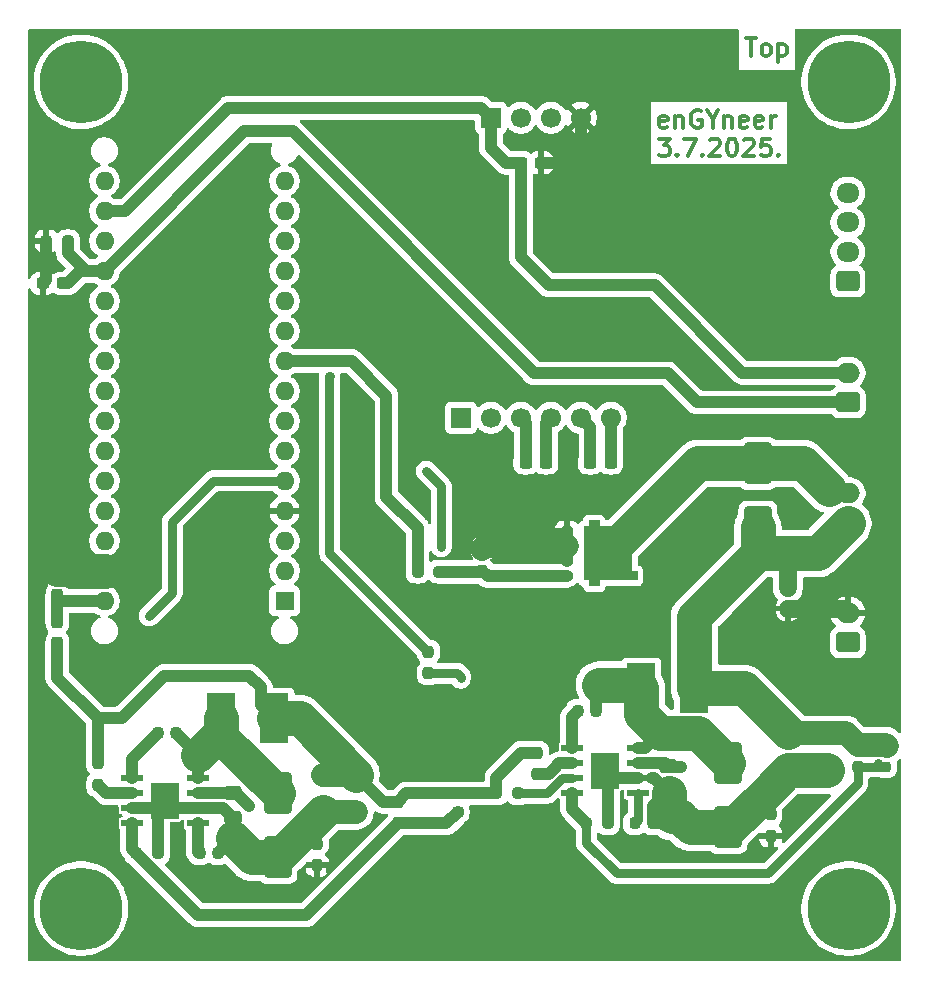
<source format=gbr>
%TF.GenerationSoftware,KiCad,Pcbnew,9.99.0-1132-g883a1f8d97*%
%TF.CreationDate,2025-07-04T12:47:25+02:00*%
%TF.ProjectId,BondheadSteering,426f6e64-6865-4616-9453-74656572696e,1*%
%TF.SameCoordinates,Original*%
%TF.FileFunction,Copper,L1,Top*%
%TF.FilePolarity,Positive*%
%FSLAX46Y46*%
G04 Gerber Fmt 4.6, Leading zero omitted, Abs format (unit mm)*
G04 Created by KiCad (PCBNEW 9.99.0-1132-g883a1f8d97) date 2025-07-04 12:47:25*
%MOMM*%
%LPD*%
G01*
G04 APERTURE LIST*
G04 Aperture macros list*
%AMRoundRect*
0 Rectangle with rounded corners*
0 $1 Rounding radius*
0 $2 $3 $4 $5 $6 $7 $8 $9 X,Y pos of 4 corners*
0 Add a 4 corners polygon primitive as box body*
4,1,4,$2,$3,$4,$5,$6,$7,$8,$9,$2,$3,0*
0 Add four circle primitives for the rounded corners*
1,1,$1+$1,$2,$3*
1,1,$1+$1,$4,$5*
1,1,$1+$1,$6,$7*
1,1,$1+$1,$8,$9*
0 Add four rect primitives between the rounded corners*
20,1,$1+$1,$2,$3,$4,$5,0*
20,1,$1+$1,$4,$5,$6,$7,0*
20,1,$1+$1,$6,$7,$8,$9,0*
20,1,$1+$1,$8,$9,$2,$3,0*%
%AMFreePoly0*
4,1,18,-0.697500,2.280000,2.027500,2.280000,2.502500,2.280000,2.502500,1.530000,2.027500,1.530000,2.027500,-1.530000,2.502500,-1.530000,2.502500,-2.280000,-0.697500,-2.280000,-0.697500,-2.775000,-1.602500,-2.775000,-1.602500,-2.280000,-2.027500,-2.280000,-2.027500,2.280000,-1.602500,2.280000,-1.602500,2.775000,-0.697500,2.775000,-0.697500,2.280000,-0.697500,2.280000,$1*%
G04 Aperture macros list end*
%ADD10C,0.300000*%
%TA.AperFunction,NonConductor*%
%ADD11C,0.300000*%
%TD*%
%TA.AperFunction,SMDPad,CuDef*%
%ADD12R,2.400000X4.200000*%
%TD*%
%TA.AperFunction,SMDPad,CuDef*%
%ADD13RoundRect,0.225000X-0.250000X0.225000X-0.250000X-0.225000X0.250000X-0.225000X0.250000X0.225000X0*%
%TD*%
%TA.AperFunction,ComponentPad*%
%ADD14R,1.700000X1.700000*%
%TD*%
%TA.AperFunction,ComponentPad*%
%ADD15C,1.700000*%
%TD*%
%TA.AperFunction,ComponentPad*%
%ADD16R,1.600000X1.600000*%
%TD*%
%TA.AperFunction,ComponentPad*%
%ADD17O,1.600000X1.600000*%
%TD*%
%TA.AperFunction,SMDPad,CuDef*%
%ADD18RoundRect,0.250000X-0.900000X1.500000X-0.900000X-1.500000X0.900000X-1.500000X0.900000X1.500000X0*%
%TD*%
%TA.AperFunction,SMDPad,CuDef*%
%ADD19RoundRect,0.237500X-0.237500X0.250000X-0.237500X-0.250000X0.237500X-0.250000X0.237500X0.250000X0*%
%TD*%
%TA.AperFunction,SMDPad,CuDef*%
%ADD20RoundRect,0.225000X-0.225000X-0.250000X0.225000X-0.250000X0.225000X0.250000X-0.225000X0.250000X0*%
%TD*%
%TA.AperFunction,SMDPad,CuDef*%
%ADD21RoundRect,0.250000X-0.475000X0.337500X-0.475000X-0.337500X0.475000X-0.337500X0.475000X0.337500X0*%
%TD*%
%TA.AperFunction,SMDPad,CuDef*%
%ADD22RoundRect,0.237500X0.237500X-0.250000X0.237500X0.250000X-0.237500X0.250000X-0.237500X-0.250000X0*%
%TD*%
%TA.AperFunction,SMDPad,CuDef*%
%ADD23RoundRect,0.237500X0.250000X0.237500X-0.250000X0.237500X-0.250000X-0.237500X0.250000X-0.237500X0*%
%TD*%
%TA.AperFunction,SMDPad,CuDef*%
%ADD24RoundRect,0.237500X0.300000X0.237500X-0.300000X0.237500X-0.300000X-0.237500X0.300000X-0.237500X0*%
%TD*%
%TA.AperFunction,ComponentPad*%
%ADD25RoundRect,0.250000X0.750000X-0.600000X0.750000X0.600000X-0.750000X0.600000X-0.750000X-0.600000X0*%
%TD*%
%TA.AperFunction,ComponentPad*%
%ADD26O,2.000000X1.700000*%
%TD*%
%TA.AperFunction,SMDPad,CuDef*%
%ADD27RoundRect,0.250000X-0.650000X0.412500X-0.650000X-0.412500X0.650000X-0.412500X0.650000X0.412500X0*%
%TD*%
%TA.AperFunction,SMDPad,CuDef*%
%ADD28RoundRect,0.237500X0.237500X-0.300000X0.237500X0.300000X-0.237500X0.300000X-0.237500X-0.300000X0*%
%TD*%
%TA.AperFunction,SMDPad,CuDef*%
%ADD29R,1.910000X0.610000*%
%TD*%
%TA.AperFunction,SMDPad,CuDef*%
%ADD30R,1.205000X1.550000*%
%TD*%
%TA.AperFunction,ComponentPad*%
%ADD31C,7.000000*%
%TD*%
%TA.AperFunction,SMDPad,CuDef*%
%ADD32RoundRect,0.237500X-0.237500X0.300000X-0.237500X-0.300000X0.237500X-0.300000X0.237500X0.300000X0*%
%TD*%
%TA.AperFunction,SMDPad,CuDef*%
%ADD33RoundRect,0.250000X0.900000X-1.500000X0.900000X1.500000X-0.900000X1.500000X-0.900000X-1.500000X0*%
%TD*%
%TA.AperFunction,ComponentPad*%
%ADD34RoundRect,0.250000X0.725000X-0.600000X0.725000X0.600000X-0.725000X0.600000X-0.725000X-0.600000X0*%
%TD*%
%TA.AperFunction,ComponentPad*%
%ADD35O,1.950000X1.700000*%
%TD*%
%TA.AperFunction,SMDPad,CuDef*%
%ADD36RoundRect,0.237500X-0.250000X-0.237500X0.250000X-0.237500X0.250000X0.237500X-0.250000X0.237500X0*%
%TD*%
%TA.AperFunction,SMDPad,CuDef*%
%ADD37RoundRect,0.237500X-0.237500X0.287500X-0.237500X-0.287500X0.237500X-0.287500X0.237500X0.287500X0*%
%TD*%
%TA.AperFunction,SMDPad,CuDef*%
%ADD38RoundRect,0.187500X-0.312500X-0.187500X0.312500X-0.187500X0.312500X0.187500X-0.312500X0.187500X0*%
%TD*%
%TA.AperFunction,SMDPad,CuDef*%
%ADD39FreePoly0,0.000000*%
%TD*%
%TA.AperFunction,ViaPad*%
%ADD40C,0.600000*%
%TD*%
%TA.AperFunction,Conductor*%
%ADD41C,1.000000*%
%TD*%
%TA.AperFunction,Conductor*%
%ADD42C,0.750000*%
%TD*%
%TA.AperFunction,Conductor*%
%ADD43C,2.000000*%
%TD*%
%TA.AperFunction,Conductor*%
%ADD44C,3.000000*%
%TD*%
%TA.AperFunction,Conductor*%
%ADD45C,1.500000*%
%TD*%
G04 APERTURE END LIST*
D10*
D11*
X139625939Y-55335884D02*
X139483082Y-55407312D01*
X139483082Y-55407312D02*
X139197368Y-55407312D01*
X139197368Y-55407312D02*
X139054510Y-55335884D01*
X139054510Y-55335884D02*
X138983082Y-55193026D01*
X138983082Y-55193026D02*
X138983082Y-54621598D01*
X138983082Y-54621598D02*
X139054510Y-54478741D01*
X139054510Y-54478741D02*
X139197368Y-54407312D01*
X139197368Y-54407312D02*
X139483082Y-54407312D01*
X139483082Y-54407312D02*
X139625939Y-54478741D01*
X139625939Y-54478741D02*
X139697368Y-54621598D01*
X139697368Y-54621598D02*
X139697368Y-54764455D01*
X139697368Y-54764455D02*
X138983082Y-54907312D01*
X140340224Y-54407312D02*
X140340224Y-55407312D01*
X140340224Y-54550169D02*
X140411653Y-54478741D01*
X140411653Y-54478741D02*
X140554510Y-54407312D01*
X140554510Y-54407312D02*
X140768796Y-54407312D01*
X140768796Y-54407312D02*
X140911653Y-54478741D01*
X140911653Y-54478741D02*
X140983082Y-54621598D01*
X140983082Y-54621598D02*
X140983082Y-55407312D01*
X142483082Y-53978741D02*
X142340225Y-53907312D01*
X142340225Y-53907312D02*
X142125939Y-53907312D01*
X142125939Y-53907312D02*
X141911653Y-53978741D01*
X141911653Y-53978741D02*
X141768796Y-54121598D01*
X141768796Y-54121598D02*
X141697367Y-54264455D01*
X141697367Y-54264455D02*
X141625939Y-54550169D01*
X141625939Y-54550169D02*
X141625939Y-54764455D01*
X141625939Y-54764455D02*
X141697367Y-55050169D01*
X141697367Y-55050169D02*
X141768796Y-55193026D01*
X141768796Y-55193026D02*
X141911653Y-55335884D01*
X141911653Y-55335884D02*
X142125939Y-55407312D01*
X142125939Y-55407312D02*
X142268796Y-55407312D01*
X142268796Y-55407312D02*
X142483082Y-55335884D01*
X142483082Y-55335884D02*
X142554510Y-55264455D01*
X142554510Y-55264455D02*
X142554510Y-54764455D01*
X142554510Y-54764455D02*
X142268796Y-54764455D01*
X143483082Y-54693026D02*
X143483082Y-55407312D01*
X142983082Y-53907312D02*
X143483082Y-54693026D01*
X143483082Y-54693026D02*
X143983082Y-53907312D01*
X144483081Y-54407312D02*
X144483081Y-55407312D01*
X144483081Y-54550169D02*
X144554510Y-54478741D01*
X144554510Y-54478741D02*
X144697367Y-54407312D01*
X144697367Y-54407312D02*
X144911653Y-54407312D01*
X144911653Y-54407312D02*
X145054510Y-54478741D01*
X145054510Y-54478741D02*
X145125939Y-54621598D01*
X145125939Y-54621598D02*
X145125939Y-55407312D01*
X146411653Y-55335884D02*
X146268796Y-55407312D01*
X146268796Y-55407312D02*
X145983082Y-55407312D01*
X145983082Y-55407312D02*
X145840224Y-55335884D01*
X145840224Y-55335884D02*
X145768796Y-55193026D01*
X145768796Y-55193026D02*
X145768796Y-54621598D01*
X145768796Y-54621598D02*
X145840224Y-54478741D01*
X145840224Y-54478741D02*
X145983082Y-54407312D01*
X145983082Y-54407312D02*
X146268796Y-54407312D01*
X146268796Y-54407312D02*
X146411653Y-54478741D01*
X146411653Y-54478741D02*
X146483082Y-54621598D01*
X146483082Y-54621598D02*
X146483082Y-54764455D01*
X146483082Y-54764455D02*
X145768796Y-54907312D01*
X147697367Y-55335884D02*
X147554510Y-55407312D01*
X147554510Y-55407312D02*
X147268796Y-55407312D01*
X147268796Y-55407312D02*
X147125938Y-55335884D01*
X147125938Y-55335884D02*
X147054510Y-55193026D01*
X147054510Y-55193026D02*
X147054510Y-54621598D01*
X147054510Y-54621598D02*
X147125938Y-54478741D01*
X147125938Y-54478741D02*
X147268796Y-54407312D01*
X147268796Y-54407312D02*
X147554510Y-54407312D01*
X147554510Y-54407312D02*
X147697367Y-54478741D01*
X147697367Y-54478741D02*
X147768796Y-54621598D01*
X147768796Y-54621598D02*
X147768796Y-54764455D01*
X147768796Y-54764455D02*
X147054510Y-54907312D01*
X148411652Y-55407312D02*
X148411652Y-54407312D01*
X148411652Y-54693026D02*
X148483081Y-54550169D01*
X148483081Y-54550169D02*
X148554510Y-54478741D01*
X148554510Y-54478741D02*
X148697367Y-54407312D01*
X148697367Y-54407312D02*
X148840224Y-54407312D01*
X138911653Y-56322228D02*
X139840225Y-56322228D01*
X139840225Y-56322228D02*
X139340225Y-56893657D01*
X139340225Y-56893657D02*
X139554510Y-56893657D01*
X139554510Y-56893657D02*
X139697368Y-56965085D01*
X139697368Y-56965085D02*
X139768796Y-57036514D01*
X139768796Y-57036514D02*
X139840225Y-57179371D01*
X139840225Y-57179371D02*
X139840225Y-57536514D01*
X139840225Y-57536514D02*
X139768796Y-57679371D01*
X139768796Y-57679371D02*
X139697368Y-57750800D01*
X139697368Y-57750800D02*
X139554510Y-57822228D01*
X139554510Y-57822228D02*
X139125939Y-57822228D01*
X139125939Y-57822228D02*
X138983082Y-57750800D01*
X138983082Y-57750800D02*
X138911653Y-57679371D01*
X140483081Y-57679371D02*
X140554510Y-57750800D01*
X140554510Y-57750800D02*
X140483081Y-57822228D01*
X140483081Y-57822228D02*
X140411653Y-57750800D01*
X140411653Y-57750800D02*
X140483081Y-57679371D01*
X140483081Y-57679371D02*
X140483081Y-57822228D01*
X141054510Y-56322228D02*
X142054510Y-56322228D01*
X142054510Y-56322228D02*
X141411653Y-57822228D01*
X142625938Y-57679371D02*
X142697367Y-57750800D01*
X142697367Y-57750800D02*
X142625938Y-57822228D01*
X142625938Y-57822228D02*
X142554510Y-57750800D01*
X142554510Y-57750800D02*
X142625938Y-57679371D01*
X142625938Y-57679371D02*
X142625938Y-57822228D01*
X143268796Y-56465085D02*
X143340224Y-56393657D01*
X143340224Y-56393657D02*
X143483082Y-56322228D01*
X143483082Y-56322228D02*
X143840224Y-56322228D01*
X143840224Y-56322228D02*
X143983082Y-56393657D01*
X143983082Y-56393657D02*
X144054510Y-56465085D01*
X144054510Y-56465085D02*
X144125939Y-56607942D01*
X144125939Y-56607942D02*
X144125939Y-56750800D01*
X144125939Y-56750800D02*
X144054510Y-56965085D01*
X144054510Y-56965085D02*
X143197367Y-57822228D01*
X143197367Y-57822228D02*
X144125939Y-57822228D01*
X145054510Y-56322228D02*
X145197367Y-56322228D01*
X145197367Y-56322228D02*
X145340224Y-56393657D01*
X145340224Y-56393657D02*
X145411653Y-56465085D01*
X145411653Y-56465085D02*
X145483081Y-56607942D01*
X145483081Y-56607942D02*
X145554510Y-56893657D01*
X145554510Y-56893657D02*
X145554510Y-57250800D01*
X145554510Y-57250800D02*
X145483081Y-57536514D01*
X145483081Y-57536514D02*
X145411653Y-57679371D01*
X145411653Y-57679371D02*
X145340224Y-57750800D01*
X145340224Y-57750800D02*
X145197367Y-57822228D01*
X145197367Y-57822228D02*
X145054510Y-57822228D01*
X145054510Y-57822228D02*
X144911653Y-57750800D01*
X144911653Y-57750800D02*
X144840224Y-57679371D01*
X144840224Y-57679371D02*
X144768795Y-57536514D01*
X144768795Y-57536514D02*
X144697367Y-57250800D01*
X144697367Y-57250800D02*
X144697367Y-56893657D01*
X144697367Y-56893657D02*
X144768795Y-56607942D01*
X144768795Y-56607942D02*
X144840224Y-56465085D01*
X144840224Y-56465085D02*
X144911653Y-56393657D01*
X144911653Y-56393657D02*
X145054510Y-56322228D01*
X146125938Y-56465085D02*
X146197366Y-56393657D01*
X146197366Y-56393657D02*
X146340224Y-56322228D01*
X146340224Y-56322228D02*
X146697366Y-56322228D01*
X146697366Y-56322228D02*
X146840224Y-56393657D01*
X146840224Y-56393657D02*
X146911652Y-56465085D01*
X146911652Y-56465085D02*
X146983081Y-56607942D01*
X146983081Y-56607942D02*
X146983081Y-56750800D01*
X146983081Y-56750800D02*
X146911652Y-56965085D01*
X146911652Y-56965085D02*
X146054509Y-57822228D01*
X146054509Y-57822228D02*
X146983081Y-57822228D01*
X148340223Y-56322228D02*
X147625937Y-56322228D01*
X147625937Y-56322228D02*
X147554509Y-57036514D01*
X147554509Y-57036514D02*
X147625937Y-56965085D01*
X147625937Y-56965085D02*
X147768795Y-56893657D01*
X147768795Y-56893657D02*
X148125937Y-56893657D01*
X148125937Y-56893657D02*
X148268795Y-56965085D01*
X148268795Y-56965085D02*
X148340223Y-57036514D01*
X148340223Y-57036514D02*
X148411652Y-57179371D01*
X148411652Y-57179371D02*
X148411652Y-57536514D01*
X148411652Y-57536514D02*
X148340223Y-57679371D01*
X148340223Y-57679371D02*
X148268795Y-57750800D01*
X148268795Y-57750800D02*
X148125937Y-57822228D01*
X148125937Y-57822228D02*
X147768795Y-57822228D01*
X147768795Y-57822228D02*
X147625937Y-57750800D01*
X147625937Y-57750800D02*
X147554509Y-57679371D01*
X149054508Y-57679371D02*
X149125937Y-57750800D01*
X149125937Y-57750800D02*
X149054508Y-57822228D01*
X149054508Y-57822228D02*
X148983080Y-57750800D01*
X148983080Y-57750800D02*
X149054508Y-57679371D01*
X149054508Y-57679371D02*
X149054508Y-57822228D01*
D10*
D11*
X146340225Y-47822228D02*
X147197368Y-47822228D01*
X146768796Y-49322228D02*
X146768796Y-47822228D01*
X147911653Y-49322228D02*
X147768796Y-49250800D01*
X147768796Y-49250800D02*
X147697367Y-49179371D01*
X147697367Y-49179371D02*
X147625939Y-49036514D01*
X147625939Y-49036514D02*
X147625939Y-48607942D01*
X147625939Y-48607942D02*
X147697367Y-48465085D01*
X147697367Y-48465085D02*
X147768796Y-48393657D01*
X147768796Y-48393657D02*
X147911653Y-48322228D01*
X147911653Y-48322228D02*
X148125939Y-48322228D01*
X148125939Y-48322228D02*
X148268796Y-48393657D01*
X148268796Y-48393657D02*
X148340225Y-48465085D01*
X148340225Y-48465085D02*
X148411653Y-48607942D01*
X148411653Y-48607942D02*
X148411653Y-49036514D01*
X148411653Y-49036514D02*
X148340225Y-49179371D01*
X148340225Y-49179371D02*
X148268796Y-49250800D01*
X148268796Y-49250800D02*
X148125939Y-49322228D01*
X148125939Y-49322228D02*
X147911653Y-49322228D01*
X149054510Y-48322228D02*
X149054510Y-49822228D01*
X149054510Y-48393657D02*
X149197368Y-48322228D01*
X149197368Y-48322228D02*
X149483082Y-48322228D01*
X149483082Y-48322228D02*
X149625939Y-48393657D01*
X149625939Y-48393657D02*
X149697368Y-48465085D01*
X149697368Y-48465085D02*
X149768796Y-48607942D01*
X149768796Y-48607942D02*
X149768796Y-49036514D01*
X149768796Y-49036514D02*
X149697368Y-49179371D01*
X149697368Y-49179371D02*
X149625939Y-49250800D01*
X149625939Y-49250800D02*
X149483082Y-49322228D01*
X149483082Y-49322228D02*
X149197368Y-49322228D01*
X149197368Y-49322228D02*
X149054510Y-49250800D01*
D12*
%TO.P,L3,1,1*%
%TO.N,/Switch12*%
X137450000Y-102870000D03*
%TO.P,L3,2,2*%
%TO.N,+12V*%
X141950000Y-102870000D03*
%TD*%
D13*
%TO.P,C11,1*%
%TO.N,+5V*%
X121920000Y-111760000D03*
%TO.P,C11,2*%
%TO.N,/FB5*%
X121920000Y-113310000D03*
%TD*%
D14*
%TO.P,J2,1,Pin_1*%
%TO.N,unconnected-(J2-Pin_1-Pad1)*%
X122168824Y-79959956D03*
D15*
%TO.P,J2,2,Pin_2*%
%TO.N,unconnected-(J2-Pin_2-Pad2)*%
X124708824Y-79959956D03*
%TO.P,J2,3,Pin_3*%
%TO.N,Net-(J2-Pin_3)*%
X127248824Y-79959956D03*
%TO.P,J2,4,Pin_4*%
%TO.N,Net-(J2-Pin_4)*%
X129788824Y-79959956D03*
%TO.P,J2,5,Pin_5*%
%TO.N,Net-(J2-Pin_5)*%
X132328824Y-79959956D03*
%TO.P,J2,6,Pin_6*%
%TO.N,Net-(J2-Pin_6)*%
X134868824Y-79959956D03*
%TD*%
D16*
%TO.P,A1,1,D1/TX*%
%TO.N,unconnected-(A1-D1{slash}TX-Pad1)*%
X107240000Y-95460000D03*
D17*
%TO.P,A1,2,D0/RX*%
%TO.N,unconnected-(A1-D0{slash}RX-Pad2)*%
X107240000Y-92920000D03*
%TO.P,A1,3,~{RESET}*%
%TO.N,unconnected-(A1-~{RESET}-Pad3)*%
X107240000Y-90380000D03*
%TO.P,A1,4,GND*%
%TO.N,GNDD*%
X107240000Y-87840000D03*
%TO.P,A1,5,D2*%
%TO.N,PGood5*%
X107240000Y-85300000D03*
%TO.P,A1,6,D3*%
%TO.N,PGood12*%
X107240000Y-82760000D03*
%TO.P,A1,7,D4*%
%TO.N,Net-(A1-D4)*%
X107240000Y-80220000D03*
%TO.P,A1,8,D5*%
%TO.N,Net-(A1-D5)*%
X107240000Y-77680000D03*
%TO.P,A1,9,D6*%
%TO.N,Net-(A1-D6)*%
X107240000Y-75140000D03*
%TO.P,A1,10,D7*%
%TO.N,Net-(A1-D7)*%
X107240000Y-72600000D03*
%TO.P,A1,11,D8*%
%TO.N,unconnected-(A1-D8-Pad11)*%
X107240000Y-70060000D03*
%TO.P,A1,12,D9*%
%TO.N,unconnected-(A1-D9-Pad12)*%
X107240000Y-67520000D03*
%TO.P,A1,13,D10/CS*%
%TO.N,unconnected-(A1-D10{slash}CS-Pad13)*%
X107240000Y-64980000D03*
%TO.P,A1,14,D11/COPI*%
%TO.N,unconnected-(A1-D11{slash}COPI-Pad14)*%
X107240000Y-62440000D03*
%TO.P,A1,15,D12/CIPO*%
%TO.N,unconnected-(A1-D12{slash}CIPO-Pad15)*%
X107240000Y-59900000D03*
%TO.P,A1,16,D13/SCK*%
%TO.N,unconnected-(A1-D13{slash}SCK-Pad16)*%
X92000000Y-59900000D03*
%TO.P,A1,17,3V3*%
%TO.N,/3V3*%
X92000000Y-62440000D03*
%TO.P,A1,18,REF*%
%TO.N,unconnected-(A1-REF-Pad18)*%
X92000000Y-64980000D03*
%TO.P,A1,19,A0*%
%TO.N,/TempIn*%
X92000000Y-67520000D03*
%TO.P,A1,20,A1*%
%TO.N,unconnected-(A1-A1-Pad20)*%
X92000000Y-70060000D03*
%TO.P,A1,21,A2*%
%TO.N,unconnected-(A1-A2-Pad21)*%
X92000000Y-72600000D03*
%TO.P,A1,22,A3*%
%TO.N,unconnected-(A1-A3-Pad22)*%
X92000000Y-75140000D03*
%TO.P,A1,23,SDA/A4*%
%TO.N,unconnected-(A1-SDA{slash}A4-Pad23)*%
X92000000Y-77680000D03*
%TO.P,A1,24,SCL/A5*%
%TO.N,unconnected-(A1-SCL{slash}A5-Pad24)*%
X92000000Y-80220000D03*
%TO.P,A1,25,A6*%
%TO.N,unconnected-(A1-A6-Pad25)*%
X92000000Y-82760000D03*
%TO.P,A1,26,A7*%
%TO.N,unconnected-(A1-A7-Pad26)*%
X92000000Y-85300000D03*
%TO.P,A1,27,VUSB/5V*%
%TO.N,unconnected-(A1-VUSB{slash}5V-Pad27)*%
X92000000Y-87840000D03*
%TO.P,A1,28,REC*%
%TO.N,unconnected-(A1-REC-Pad28)*%
X92000000Y-90380000D03*
%TO.P,A1,29,GND*%
%TO.N,GNDD*%
X92000000Y-92920000D03*
%TO.P,A1,30,VIN*%
%TO.N,Net-(A1-VIN)*%
X92000000Y-95460000D03*
%TD*%
D18*
%TO.P,D2,1,K*%
%TO.N,/Switch12*%
X144780000Y-109220000D03*
%TO.P,D2,2,A*%
%TO.N,GND1*%
X144780000Y-114620000D03*
%TD*%
D19*
%TO.P,R4,1*%
%TO.N,+5V*%
X91440000Y-109220000D03*
%TO.P,R4,2*%
%TO.N,PGood5*%
X91440000Y-111045000D03*
%TD*%
D20*
%TO.P,C7,1*%
%TO.N,+24V*%
X100050000Y-116840000D03*
%TO.P,C7,2*%
%TO.N,GND2*%
X101600000Y-116840000D03*
%TD*%
D21*
%TO.P,C8,1*%
%TO.N,+24V*%
X102870000Y-111760000D03*
%TO.P,C8,2*%
%TO.N,GND2*%
X102870000Y-113835000D03*
%TD*%
D22*
%TO.P,R13,1*%
%TO.N,GNDD*%
X110000000Y-117833900D03*
%TO.P,R13,2*%
%TO.N,GND2*%
X110000000Y-116008900D03*
%TD*%
D23*
%TO.P,R6,1*%
%TO.N,GND2*%
X96520000Y-116840000D03*
%TO.P,R6,2*%
%TO.N,/FB5*%
X94695000Y-116840000D03*
%TD*%
D24*
%TO.P,C2,1*%
%TO.N,Net-(J2-Pin_4)*%
X129381324Y-83769956D03*
%TO.P,C2,2*%
%TO.N,Net-(J2-Pin_3)*%
X127656324Y-83769956D03*
%TD*%
D23*
%TO.P,R9,1*%
%TO.N,GND1*%
X134620000Y-114300000D03*
%TO.P,R9,2*%
%TO.N,/FB12*%
X132795000Y-114300000D03*
%TD*%
D25*
%TO.P,J1,1,Pin_1*%
%TO.N,/TempIn*%
X154940000Y-78660000D03*
D26*
%TO.P,J1,2,Pin_2*%
%TO.N,/3V3*%
X154940000Y-76160000D03*
%TD*%
D19*
%TO.P,R10,1*%
%TO.N,Net-(A1-D7)*%
X119412500Y-99775000D03*
%TO.P,R10,2*%
%TO.N,Net-(U2-~{EN1})*%
X119412500Y-101600000D03*
%TD*%
D27*
%TO.P,C10,1*%
%TO.N,+5V*%
X110500000Y-110196400D03*
%TO.P,C10,2*%
%TO.N,GND2*%
X110500000Y-113321400D03*
%TD*%
D25*
%TO.P,J5,1,Pin_1*%
%TO.N,+12V*%
X154940000Y-88860000D03*
D26*
%TO.P,J5,2,Pin_2*%
%TO.N,Net-(D4-A)*%
X154940000Y-86360000D03*
%TD*%
D28*
%TO.P,C6,1*%
%TO.N,Net-(A1-VIN)*%
X88000000Y-95000000D03*
%TO.P,C6,2*%
%TO.N,GNDD*%
X88000000Y-93275000D03*
%TD*%
D29*
%TO.P,U2,1,BOOT*%
%TO.N,/Boot12*%
X131600000Y-107950000D03*
%TO.P,U2,2,PG*%
%TO.N,PGood12*%
X131600000Y-109220000D03*
%TO.P,U2,3,~{EN1}*%
%TO.N,Net-(U2-~{EN1})*%
X131600000Y-110490000D03*
%TO.P,U2,4,FB*%
%TO.N,/FB12*%
X131600000Y-111760000D03*
%TO.P,U2,5,EN2*%
%TO.N,+24V*%
X137160000Y-111760000D03*
%TO.P,U2,6,GND*%
%TO.N,GND1*%
X137160000Y-110490000D03*
%TO.P,U2,7,VIN*%
%TO.N,+24V*%
X137160000Y-109220000D03*
%TO.P,U2,8,SW*%
%TO.N,/Switch12*%
X137160000Y-107950000D03*
D30*
%TO.P,U2,9,PADGND*%
%TO.N,GND1*%
X133777500Y-109080000D03*
X133777500Y-110630000D03*
X134982500Y-109080000D03*
X134982500Y-110630000D03*
%TD*%
D23*
%TO.P,R1,1*%
%TO.N,/TempIn*%
X88900000Y-65000000D03*
%TO.P,R1,2*%
%TO.N,GNDD*%
X87075000Y-65000000D03*
%TD*%
D20*
%TO.P,C9,1*%
%TO.N,/Boot5*%
X96520000Y-106680000D03*
%TO.P,C9,2*%
%TO.N,/Switch5*%
X98070000Y-106680000D03*
%TD*%
D23*
%TO.P,R11,1*%
%TO.N,Net-(U2-~{EN1})*%
X127000000Y-111760000D03*
%TO.P,R11,2*%
%TO.N,+5V*%
X125175000Y-111760000D03*
%TD*%
D27*
%TO.P,C15,1*%
%TO.N,+12V*%
X153210000Y-106680000D03*
%TO.P,C15,2*%
%TO.N,GND1*%
X153210000Y-109805000D03*
%TD*%
D31*
%TO.P,H2,1*%
%TO.N,N/C*%
X155000000Y-121521400D03*
%TD*%
D24*
%TO.P,C3,1*%
%TO.N,GNDD*%
X128973824Y-58369956D03*
%TO.P,C3,2*%
%TO.N,/3V3*%
X127248824Y-58369956D03*
%TD*%
D32*
%TO.P,C5,1*%
%TO.N,+12V*%
X149860000Y-94387500D03*
%TO.P,C5,2*%
%TO.N,GNDD*%
X149860000Y-96112500D03*
%TD*%
D22*
%TO.P,R12,1*%
%TO.N,GNDD*%
X148400000Y-115346400D03*
%TO.P,R12,2*%
%TO.N,GND1*%
X148400000Y-113521400D03*
%TD*%
D24*
%TO.P,C1,1*%
%TO.N,/TempIn*%
X88492500Y-68580000D03*
%TO.P,C1,2*%
%TO.N,GNDD*%
X86767500Y-68580000D03*
%TD*%
D21*
%TO.P,C13,1*%
%TO.N,+24V*%
X139700000Y-109452500D03*
%TO.P,C13,2*%
%TO.N,GND1*%
X139700000Y-111527500D03*
%TD*%
D33*
%TO.P,D4,1,K*%
%TO.N,+12V*%
X147320000Y-89220000D03*
%TO.P,D4,2,A*%
%TO.N,Net-(D4-A)*%
X147320000Y-83820000D03*
%TD*%
D31*
%TO.P,H3,1*%
%TO.N,N/C*%
X90000000Y-51521400D03*
%TD*%
D29*
%TO.P,U1,1,BOOT*%
%TO.N,/Boot5*%
X94342500Y-110490000D03*
%TO.P,U1,2,PG*%
%TO.N,PGood5*%
X94342500Y-111760000D03*
%TO.P,U1,3,~{EN1}*%
%TO.N,GND2*%
X94342500Y-113030000D03*
%TO.P,U1,4,FB*%
%TO.N,/FB5*%
X94342500Y-114300000D03*
%TO.P,U1,5,EN2*%
%TO.N,+24V*%
X99902500Y-114300000D03*
%TO.P,U1,6,GND*%
%TO.N,GND2*%
X99902500Y-113030000D03*
%TO.P,U1,7,VIN*%
%TO.N,+24V*%
X99902500Y-111760000D03*
%TO.P,U1,8,SW*%
%TO.N,/Switch5*%
X99902500Y-110490000D03*
D30*
%TO.P,U1,9,PADGND*%
%TO.N,GND2*%
X96520000Y-111620000D03*
X96520000Y-113170000D03*
X97725000Y-111620000D03*
X97725000Y-113170000D03*
%TD*%
D34*
%TO.P,J4,1,Pin_1*%
%TO.N,Net-(J2-Pin_6)*%
X154940000Y-68420000D03*
D35*
%TO.P,J4,2,Pin_2*%
%TO.N,Net-(J2-Pin_5)*%
X154940000Y-65920000D03*
%TO.P,J4,3,Pin_3*%
%TO.N,Net-(J2-Pin_4)*%
X154940000Y-63420000D03*
%TO.P,J4,4,Pin_4*%
%TO.N,Net-(J2-Pin_3)*%
X154940000Y-60920000D03*
%TD*%
D22*
%TO.P,R5,1*%
%TO.N,/FB5*%
X116840000Y-114300000D03*
%TO.P,R5,2*%
%TO.N,+5V*%
X116840000Y-112475000D03*
%TD*%
%TO.P,R3,1*%
%TO.N,Net-(Q1-G)*%
X124000000Y-92912500D03*
%TO.P,R3,2*%
%TO.N,GNDD*%
X124000000Y-91087500D03*
%TD*%
D12*
%TO.P,L2,1,1*%
%TO.N,/Switch5*%
X101890000Y-105410000D03*
%TO.P,L2,2,2*%
%TO.N,+5V*%
X106390000Y-105410000D03*
%TD*%
D25*
%TO.P,J6,1,Pin_1*%
%TO.N,+24V*%
X154940000Y-98980000D03*
D26*
%TO.P,J6,2,Pin_2*%
%TO.N,GNDD*%
X154940000Y-96480000D03*
%TD*%
D19*
%TO.P,R7,1*%
%TO.N,+5V*%
X128627500Y-108307500D03*
%TO.P,R7,2*%
%TO.N,PGood12*%
X128627500Y-110132500D03*
%TD*%
D36*
%TO.P,R2,1*%
%TO.N,Net-(A1-D6)*%
X118500000Y-93000000D03*
%TO.P,R2,2*%
%TO.N,Net-(Q1-G)*%
X120325000Y-93000000D03*
%TD*%
D13*
%TO.P,C16,1*%
%TO.N,+12V*%
X158100000Y-107946400D03*
%TO.P,C16,2*%
%TO.N,/FB12*%
X158100000Y-109496400D03*
%TD*%
D37*
%TO.P,L1,1,1*%
%TO.N,Net-(A1-VIN)*%
X88000000Y-97250000D03*
%TO.P,L1,2,2*%
%TO.N,+5V*%
X88000000Y-99000000D03*
%TD*%
D31*
%TO.P,H1,1*%
%TO.N,N/C*%
X90000000Y-121521400D03*
%TD*%
D27*
%TO.P,C17,1*%
%TO.N,+12V*%
X149860000Y-106680000D03*
%TO.P,C17,2*%
%TO.N,GND1*%
X149860000Y-109805000D03*
%TD*%
D24*
%TO.P,C4,1*%
%TO.N,Net-(J2-Pin_6)*%
X134868824Y-83769956D03*
%TO.P,C4,2*%
%TO.N,Net-(J2-Pin_5)*%
X133143824Y-83769956D03*
%TD*%
D20*
%TO.P,C12,1*%
%TO.N,+24V*%
X136880000Y-114300000D03*
%TO.P,C12,2*%
%TO.N,GND1*%
X138430000Y-114300000D03*
%TD*%
D22*
%TO.P,R8,1*%
%TO.N,/FB12*%
X155800000Y-109533900D03*
%TO.P,R8,2*%
%TO.N,+12V*%
X155800000Y-107708900D03*
%TD*%
D20*
%TO.P,C14,1*%
%TO.N,/Boot12*%
X132080000Y-104760000D03*
%TO.P,C14,2*%
%TO.N,/Switch12*%
X133630000Y-104760000D03*
%TD*%
D27*
%TO.P,C18,1*%
%TO.N,+5V*%
X113300000Y-110196400D03*
%TO.P,C18,2*%
%TO.N,GND2*%
X113300000Y-113321400D03*
%TD*%
D38*
%TO.P,Q1,1,S*%
%TO.N,GNDD*%
X131127750Y-89535000D03*
%TO.P,Q1,2,S*%
X131127750Y-90805000D03*
%TO.P,Q1,3,S*%
X131127750Y-92075000D03*
%TO.P,Q1,4,G*%
%TO.N,Net-(Q1-G)*%
X131127750Y-93345000D03*
D39*
%TO.P,Q1,5,D*%
%TO.N,Net-(D4-A)*%
X134620000Y-91440000D03*
%TD*%
D18*
%TO.P,D3,1,K*%
%TO.N,/Switch5*%
X106680000Y-111760000D03*
%TO.P,D3,2,A*%
%TO.N,GND2*%
X106680000Y-117160000D03*
%TD*%
D31*
%TO.P,H4,1*%
%TO.N,N/C*%
X155000000Y-51521400D03*
%TD*%
D14*
%TO.P,J3,1,Pin_1*%
%TO.N,/3V3*%
X124708824Y-54559956D03*
D15*
%TO.P,J3,2,Pin_2*%
%TO.N,Net-(A1-D4)*%
X127248824Y-54559956D03*
%TO.P,J3,3,Pin_3*%
%TO.N,Net-(A1-D5)*%
X129788824Y-54559956D03*
%TO.P,J3,4,Pin_4*%
%TO.N,GNDD*%
X132328824Y-54559956D03*
%TD*%
D40*
%TO.N,GNDD*%
X149500000Y-59521400D03*
X144500000Y-59521400D03*
X144500000Y-70021400D03*
X151500000Y-70021400D03*
X145500000Y-67021400D03*
X152000000Y-67021400D03*
X152000000Y-64521400D03*
X145500000Y-64521400D03*
X138500000Y-64521400D03*
X152000000Y-59521400D03*
X136000000Y-59521400D03*
X130000000Y-61021400D03*
X137500000Y-71021400D03*
X136000000Y-67021400D03*
X133000000Y-66021400D03*
X130500000Y-64021400D03*
X131000000Y-73521400D03*
X133500000Y-73521400D03*
X133500000Y-78021400D03*
X131000000Y-78021400D03*
X128500000Y-78021400D03*
X128500000Y-73521400D03*
X135000000Y-62021400D03*
X151500000Y-62021400D03*
X147000000Y-97521400D03*
X150000000Y-98521400D03*
X157000000Y-103521400D03*
X158000000Y-111521400D03*
X119000000Y-116521400D03*
X130000000Y-116521400D03*
X126000000Y-101521400D03*
X116000000Y-90521400D03*
X124000000Y-75521400D03*
X118000000Y-69521400D03*
X110000000Y-66521400D03*
X105000000Y-61521400D03*
X100000000Y-51521400D03*
X105000000Y-51521400D03*
X115000000Y-51521400D03*
X135000000Y-51521400D03*
X145000000Y-51521400D03*
X145000000Y-121521400D03*
X100000000Y-81521400D03*
X90000000Y-81521400D03*
X100000000Y-71521400D03*
X120000000Y-81521400D03*
X140000000Y-81521400D03*
X140000000Y-91521400D03*
X135000000Y-96521400D03*
X120000000Y-106521400D03*
X115000000Y-101521400D03*
X115000000Y-106521400D03*
%TO.N,/FB5*%
X114809300Y-116330700D03*
%TO.N,GNDD*%
X135000000Y-121521400D03*
X130000000Y-121521400D03*
X125000000Y-121521400D03*
X115000000Y-121521400D03*
%TO.N,PGood12*%
X120523000Y-90881200D03*
X119227600Y-84480400D03*
X130060700Y-109664500D03*
%TO.N,GNDD*%
X111200000Y-116921400D03*
X111000000Y-118221400D03*
X128270000Y-87840000D03*
X101900000Y-120421400D03*
X115000000Y-56521400D03*
X120200000Y-59821400D03*
X125730000Y-87840000D03*
X139600000Y-74121400D03*
X109300000Y-118921400D03*
X142900000Y-76321400D03*
X125000000Y-66521400D03*
X149600000Y-114121400D03*
X147100000Y-116021400D03*
X123000000Y-59721400D03*
X111800000Y-56521400D03*
X148400000Y-116521400D03*
X96200000Y-54521400D03*
X98200000Y-116821400D03*
X89000000Y-60321400D03*
X123800000Y-69521400D03*
X127000000Y-87630000D03*
%TO.N,PGood5*%
X92155000Y-111760000D03*
X95783400Y-96748600D03*
%TO.N,Net-(A1-D7)*%
X111074200Y-76403200D03*
%TO.N,GND2*%
X96520000Y-115721400D03*
X95400000Y-113030000D03*
X96520000Y-115021400D03*
X97725000Y-112421400D03*
X96500000Y-112421400D03*
X97100000Y-113170000D03*
X97160000Y-111671400D03*
X98800000Y-113030000D03*
%TO.N,+24V*%
X138600000Y-109220000D03*
X101500000Y-111760000D03*
X99902500Y-115521400D03*
X137160000Y-112721400D03*
X140800000Y-109521400D03*
X104206486Y-112821400D03*
%TO.N,GND1*%
X136100000Y-110490000D03*
X133900000Y-109821400D03*
X134620000Y-111821400D03*
X134400000Y-110621400D03*
X134982500Y-109821400D03*
X134400000Y-109080000D03*
X134620000Y-112721400D03*
%TO.N,Net-(U2-~{EN1})*%
X122144548Y-102026171D03*
X128549400Y-111760000D03*
%TD*%
D41*
%TO.N,/FB5*%
X114809300Y-116330700D02*
X109067600Y-122072400D01*
D42*
%TO.N,PGood12*%
X120523000Y-85775800D02*
X120523000Y-90881200D01*
D41*
X130060700Y-109664500D02*
X130505200Y-109220000D01*
D42*
X119227600Y-84480400D02*
X120523000Y-85775800D01*
D41*
X129592700Y-110132500D02*
X130060700Y-109664500D01*
X130505200Y-109220000D02*
X131600000Y-109220000D01*
X128627500Y-110132500D02*
X129592700Y-110132500D01*
D43*
%TO.N,GNDD*%
X131127750Y-90805000D02*
X128270000Y-90805000D01*
X127000000Y-90805000D02*
X125730000Y-90805000D01*
D44*
X92000000Y-92920000D02*
X89205534Y-92920000D01*
D43*
X128270000Y-90805000D02*
X127000000Y-90805000D01*
D44*
X89047034Y-92761500D02*
X88000000Y-92761500D01*
D41*
X87075000Y-65000000D02*
X87075000Y-68272500D01*
D43*
X124282500Y-90805000D02*
X124000000Y-91087500D01*
D41*
X128973824Y-58369956D02*
X131058824Y-58369956D01*
X87075000Y-68272500D02*
X86767500Y-68580000D01*
D43*
X127000000Y-90805000D02*
X127000000Y-87630000D01*
D41*
X131058824Y-58369956D02*
X132328824Y-57099956D01*
D43*
X125730000Y-90805000D02*
X124282500Y-90805000D01*
X125730000Y-90805000D02*
X125730000Y-87840000D01*
D41*
X132328824Y-57099956D02*
X132328824Y-54559956D01*
X131127750Y-92075000D02*
X131127750Y-89535000D01*
D45*
X154572500Y-96112500D02*
X154940000Y-96480000D01*
X149860000Y-96112500D02*
X154572500Y-96112500D01*
D43*
X128270000Y-90805000D02*
X128270000Y-87840000D01*
D44*
X89205534Y-92920000D02*
X89047034Y-92761500D01*
D41*
%TO.N,Net-(A1-VIN)*%
X88000000Y-95250000D02*
X88000000Y-95000000D01*
X88000000Y-97250000D02*
X88000000Y-95250000D01*
X92000000Y-95460000D02*
X88210000Y-95460000D01*
X88210000Y-95460000D02*
X88000000Y-95250000D01*
%TO.N,Net-(A1-D6)*%
X115874800Y-86664800D02*
X118500000Y-89290000D01*
X118500000Y-89290000D02*
X118500000Y-93000000D01*
X107240000Y-75140000D02*
X112935200Y-75140000D01*
X115874800Y-78079600D02*
X115874800Y-86664800D01*
X112935200Y-75140000D02*
X115874800Y-78079600D01*
D42*
%TO.N,PGood5*%
X101186800Y-85300000D02*
X98628200Y-87858600D01*
X97739200Y-90982800D02*
X97739200Y-94792800D01*
D41*
X91440000Y-111045000D02*
X92155000Y-111760000D01*
D42*
X97739200Y-94792800D02*
X95783400Y-96748600D01*
X107240000Y-85300000D02*
X101186800Y-85300000D01*
X97739200Y-88747600D02*
X97739200Y-90982800D01*
D41*
X92155000Y-111760000D02*
X94342500Y-111760000D01*
D42*
X98628200Y-87858600D02*
X97739200Y-88747600D01*
D41*
%TO.N,/3V3*%
X124708824Y-57099956D02*
X124708824Y-54559956D01*
X138582400Y-68732400D02*
X129616200Y-68732400D01*
X125978824Y-58369956D02*
X124708824Y-57099956D01*
X102463200Y-53721400D02*
X93744600Y-62440000D01*
X154940000Y-76160000D02*
X146010000Y-76160000D01*
X124708824Y-54559956D02*
X123870268Y-53721400D01*
X146010000Y-76160000D02*
X138582400Y-68732400D01*
X127248824Y-66365024D02*
X127248824Y-58369956D01*
X93744600Y-62440000D02*
X92000000Y-62440000D01*
X127248824Y-58369956D02*
X125978824Y-58369956D01*
X123870268Y-53721400D02*
X102463200Y-53721400D01*
X129616200Y-68732400D02*
X127248824Y-66365024D01*
D42*
%TO.N,Net-(A1-D7)*%
X111048800Y-84404200D02*
X111048800Y-76428600D01*
X119412500Y-99775000D02*
X111048800Y-91411300D01*
X111048800Y-91411300D02*
X111048800Y-84404200D01*
X111048800Y-76428600D02*
X111074200Y-76403200D01*
D44*
%TO.N,GND2*%
X106680000Y-117160000D02*
X106680000Y-117141400D01*
D41*
X102870000Y-115570000D02*
X101600000Y-116840000D01*
D43*
X113300000Y-113321400D02*
X110500000Y-113321400D01*
D41*
X96520000Y-113170000D02*
X96520000Y-115021400D01*
D44*
X106680000Y-117160000D02*
X104460000Y-117160000D01*
D41*
X102065000Y-113030000D02*
X102870000Y-113835000D01*
X95400000Y-113030000D02*
X96380000Y-113030000D01*
X99902500Y-113030000D02*
X98800000Y-113030000D01*
X99902500Y-113030000D02*
X102065000Y-113030000D01*
X96520000Y-115021400D02*
X96520000Y-115721400D01*
D44*
X106680000Y-117141400D02*
X110500000Y-113321400D01*
D41*
X102870000Y-113835000D02*
X102870000Y-115570000D01*
X97725000Y-113170000D02*
X97865000Y-113030000D01*
X96520000Y-115721400D02*
X96520000Y-116840000D01*
X96435700Y-113085700D02*
X96520000Y-113170000D01*
X97865000Y-113030000D02*
X98800000Y-113030000D01*
X96380000Y-113030000D02*
X96435700Y-113085700D01*
D44*
X104460000Y-117160000D02*
X102870000Y-115570000D01*
D41*
X94342500Y-113030000D02*
X95400000Y-113030000D01*
%TO.N,Net-(J2-Pin_3)*%
X127656324Y-83769956D02*
X127656324Y-80367456D01*
X127656324Y-80367456D02*
X127248824Y-79959956D01*
%TO.N,Net-(J2-Pin_4)*%
X129381324Y-80367456D02*
X129788824Y-79959956D01*
X129381324Y-83769956D02*
X129381324Y-80367456D01*
%TO.N,Net-(J2-Pin_5)*%
X133143824Y-80774956D02*
X132328824Y-79959956D01*
X133143824Y-83769956D02*
X133143824Y-80774956D01*
%TO.N,Net-(J2-Pin_6)*%
X134868824Y-83769956D02*
X134868824Y-79959956D01*
D43*
%TO.N,+12V*%
X155800000Y-107708900D02*
X155864900Y-107644000D01*
D44*
X147320000Y-91440000D02*
X147320000Y-89220000D01*
X141950000Y-96810000D02*
X141950000Y-102870000D01*
X147320000Y-91440000D02*
X149860000Y-91440000D01*
X141950000Y-102870000D02*
X146126000Y-102870000D01*
D45*
X149860000Y-94387500D02*
X149860000Y-91440000D01*
D43*
X155864900Y-107644000D02*
X158132801Y-107644000D01*
X154771100Y-106680000D02*
X153210000Y-106680000D01*
X155800000Y-107708900D02*
X154771100Y-106680000D01*
X149860000Y-106680000D02*
X153210000Y-106680000D01*
D44*
X152411000Y-91440000D02*
X154940000Y-88911000D01*
X149860000Y-91440000D02*
X152411000Y-91440000D01*
X146126000Y-102870000D02*
X149860000Y-106604000D01*
X147320000Y-91440000D02*
X141950000Y-96810000D01*
D43*
X158132801Y-107644000D02*
X158267601Y-107778800D01*
D41*
%TO.N,Net-(Q1-G)*%
X124000000Y-92912500D02*
X124432500Y-93345000D01*
X124432500Y-93345000D02*
X131127750Y-93345000D01*
X123912500Y-93000000D02*
X124000000Y-92912500D01*
X120325000Y-93000000D02*
X123912500Y-93000000D01*
%TO.N,+24V*%
X99902500Y-111760000D02*
X101500000Y-111760000D01*
X99902500Y-115521400D02*
X99902500Y-116692500D01*
D42*
X137160000Y-112721400D02*
X137160000Y-114020000D01*
D41*
X139467500Y-109220000D02*
X139700000Y-109452500D01*
X99902500Y-114300000D02*
X99902500Y-115521400D01*
X138600000Y-109220000D02*
X139467500Y-109220000D01*
X139768900Y-109521400D02*
X139700000Y-109452500D01*
D42*
X137160000Y-114020000D02*
X136880000Y-114300000D01*
D41*
X102870000Y-111760000D02*
X103145086Y-111760000D01*
X101500000Y-111760000D02*
X102870000Y-111760000D01*
X137160000Y-109220000D02*
X138600000Y-109220000D01*
D42*
X137160000Y-111760000D02*
X137160000Y-112721400D01*
D41*
X99902500Y-116692500D02*
X100050000Y-116840000D01*
X140800000Y-109521400D02*
X139768900Y-109521400D01*
X103145086Y-111760000D02*
X104206486Y-112821400D01*
D44*
%TO.N,GND1*%
X143100000Y-114620000D02*
X141620200Y-114620000D01*
X145045000Y-114620000D02*
X147971800Y-111693200D01*
D41*
X139610656Y-111527500D02*
X138504156Y-110421000D01*
X133917500Y-110490000D02*
X133777500Y-110630000D01*
D44*
X140810800Y-113810600D02*
X140716000Y-113715800D01*
D41*
X138430000Y-114300000D02*
X139446000Y-114300000D01*
D44*
X140030200Y-113715800D02*
X139816000Y-113501600D01*
X147971800Y-111693200D02*
X149860000Y-109805000D01*
X144780000Y-114620000D02*
X143100000Y-114620000D01*
D41*
X138430000Y-112797500D02*
X139700000Y-111527500D01*
X137160000Y-110490000D02*
X136100000Y-110490000D01*
D44*
X140716000Y-113715800D02*
X140030200Y-113715800D01*
D41*
X134620000Y-112721400D02*
X134620000Y-111821400D01*
X138504156Y-110421000D02*
X138353800Y-110421000D01*
D44*
X139816000Y-113501600D02*
X139816000Y-111741000D01*
D41*
X134800000Y-110490000D02*
X133917500Y-110490000D01*
D44*
X141620200Y-114620000D02*
X140810800Y-113810600D01*
D41*
X134620000Y-111821400D02*
X134620000Y-110992500D01*
X138430000Y-114300000D02*
X138430000Y-112797500D01*
D44*
X151600000Y-109805000D02*
X153210000Y-109805000D01*
D41*
X134620000Y-114300000D02*
X134620000Y-112721400D01*
X136100000Y-110490000D02*
X134800000Y-110490000D01*
X139700000Y-111527500D02*
X139610656Y-111527500D01*
D44*
X144780000Y-114620000D02*
X145045000Y-114620000D01*
D41*
X134620000Y-110992500D02*
X134982500Y-110630000D01*
X139446000Y-114300000D02*
X140030200Y-113715800D01*
D44*
X149860000Y-109805000D02*
X151600000Y-109805000D01*
D41*
%TO.N,+5V*%
X125175000Y-110435400D02*
X127302900Y-108307500D01*
D44*
X108513600Y-105410000D02*
X106390000Y-105410000D01*
D41*
X125175000Y-111760000D02*
X121920000Y-111760000D01*
X121920000Y-111760000D02*
X117555000Y-111760000D01*
X117555000Y-111760000D02*
X116840000Y-112475000D01*
X91440000Y-105410000D02*
X93446600Y-105410000D01*
X104267000Y-101803200D02*
X105232200Y-102768400D01*
X105232200Y-102768400D02*
X105232200Y-104252200D01*
X88000000Y-101970000D02*
X91440000Y-105410000D01*
X93446600Y-105410000D02*
X97053400Y-101803200D01*
X127302900Y-108307500D02*
X128627500Y-108307500D01*
X88000000Y-99000000D02*
X88000000Y-101970000D01*
X115578600Y-112475000D02*
X113300000Y-110196400D01*
X116840000Y-112475000D02*
X115578600Y-112475000D01*
D43*
X113300000Y-110196400D02*
X110500000Y-110196400D01*
D41*
X105232200Y-104252200D02*
X106390000Y-105410000D01*
X125175000Y-111760000D02*
X125175000Y-110435400D01*
X91440000Y-105410000D02*
X91440000Y-109220000D01*
D44*
X113300000Y-110196400D02*
X108513600Y-105410000D01*
D41*
X97053400Y-101803200D02*
X104267000Y-101803200D01*
%TO.N,/TempIn*%
X90170000Y-67310000D02*
X90380000Y-67520000D01*
X142160000Y-78660000D02*
X139700000Y-76200000D01*
X107919724Y-55719000D02*
X103801000Y-55719000D01*
X88492500Y-68580000D02*
X88900000Y-68580000D01*
X88900000Y-66040000D02*
X90170000Y-67310000D01*
X154940000Y-78660000D02*
X142160000Y-78660000D01*
X90380000Y-67520000D02*
X92000000Y-67520000D01*
X88900000Y-65000000D02*
X88900000Y-66040000D01*
X128400724Y-76200000D02*
X107919724Y-55719000D01*
X103801000Y-55719000D02*
X92000000Y-67520000D01*
X88900000Y-68580000D02*
X90170000Y-67310000D01*
X139700000Y-76200000D02*
X128400724Y-76200000D01*
D42*
%TO.N,Net-(U2-~{EN1})*%
X128549400Y-111760000D02*
X127000000Y-111760000D01*
X121869200Y-101600000D02*
X119412500Y-101600000D01*
X122144548Y-101875348D02*
X121869200Y-101600000D01*
X129486894Y-111760000D02*
X128549400Y-111760000D01*
X130756894Y-110490000D02*
X129486894Y-111760000D01*
X131600000Y-110490000D02*
X130756894Y-110490000D01*
X122144548Y-102026171D02*
X122144548Y-101875348D01*
D44*
%TO.N,Net-(D4-A)*%
X142240000Y-83820000D02*
X147320000Y-83820000D01*
X151130000Y-83820000D02*
X153317051Y-86007051D01*
D43*
X153670000Y-86360000D02*
X153579000Y-86269000D01*
D44*
X134620000Y-91440000D02*
X142240000Y-83820000D01*
X147320000Y-83820000D02*
X151130000Y-83820000D01*
D41*
X154940000Y-86360000D02*
X153670000Y-86360000D01*
%TO.N,/FB5*%
X94342500Y-114300000D02*
X94342500Y-116487500D01*
X116840000Y-114300000D02*
X114809300Y-116330700D01*
X99927400Y-122072400D02*
X94695000Y-116840000D01*
X109067600Y-122072400D02*
X99927400Y-122072400D01*
X94342500Y-116487500D02*
X94695000Y-116840000D01*
X120930000Y-114300000D02*
X121920000Y-113310000D01*
X116840000Y-114300000D02*
X120930000Y-114300000D01*
%TO.N,/FB12*%
X131805000Y-113310000D02*
X132795000Y-114300000D01*
D42*
X155800000Y-110925400D02*
X155800000Y-109533900D01*
X155800000Y-109533900D02*
X158062500Y-109533900D01*
X148183600Y-118541800D02*
X155800000Y-110925400D01*
X148183600Y-118541800D02*
X135382000Y-118541800D01*
D41*
X131600000Y-113105000D02*
X131805000Y-113310000D01*
D42*
X158062500Y-109533900D02*
X158100000Y-109496400D01*
X132795000Y-115954800D02*
X132795000Y-114300000D01*
X157480000Y-109220000D02*
X157480000Y-109245400D01*
D41*
X131600000Y-111760000D02*
X131600000Y-113105000D01*
D42*
X135382000Y-118541800D02*
X132795000Y-115954800D01*
D41*
%TO.N,/Switch5*%
X99902500Y-110490000D02*
X99902500Y-108512500D01*
D44*
X101890000Y-106525000D02*
X99902500Y-108512500D01*
X106680000Y-111760000D02*
X101890000Y-106970000D01*
X101890000Y-106970000D02*
X101890000Y-106525000D01*
X101890000Y-105410000D02*
X101890000Y-106525000D01*
D41*
X99902500Y-108512500D02*
X98070000Y-106680000D01*
%TO.N,/Boot5*%
X94342500Y-108857500D02*
X96520000Y-106680000D01*
X94342500Y-110490000D02*
X94342500Y-108857500D01*
%TO.N,/Boot12*%
X131600000Y-105265000D02*
X132080000Y-104785000D01*
X131600000Y-107950000D02*
X131600000Y-105265000D01*
%TO.N,/Switch12*%
X133630000Y-102837400D02*
X133883400Y-102584000D01*
D44*
X144780000Y-109220000D02*
X142231000Y-106671000D01*
X142231000Y-106671000D02*
X139049000Y-106671000D01*
X137164000Y-102584000D02*
X137450000Y-102870000D01*
D41*
X137770000Y-107950000D02*
X139049000Y-106671000D01*
D44*
X139049000Y-106671000D02*
X137450000Y-105072000D01*
D41*
X137160000Y-107950000D02*
X137770000Y-107950000D01*
D44*
X137450000Y-105072000D02*
X137450000Y-102870000D01*
X133883400Y-102584000D02*
X137164000Y-102584000D01*
D41*
X133630000Y-104760000D02*
X133630000Y-102837400D01*
%TD*%
%TA.AperFunction,Conductor*%
%TO.N,GNDD*%
G36*
X145627764Y-47066585D02*
G01*
X145673519Y-47119389D01*
X145684725Y-47170900D01*
X145684725Y-50477728D01*
X150426021Y-50477728D01*
X150426021Y-47170900D01*
X150445706Y-47103861D01*
X150498510Y-47058106D01*
X150550021Y-47046900D01*
X159350500Y-47046900D01*
X159417539Y-47066585D01*
X159463294Y-47119389D01*
X159474500Y-47170900D01*
X159474500Y-106564310D01*
X159454815Y-106631349D01*
X159402011Y-106677104D01*
X159332853Y-106687048D01*
X159269297Y-106658023D01*
X159262819Y-106651991D01*
X159110312Y-106499484D01*
X159063741Y-106465648D01*
X158919235Y-106360657D01*
X158892626Y-106347099D01*
X158708797Y-106253433D01*
X158484169Y-106180446D01*
X158250898Y-106143500D01*
X158250893Y-106143500D01*
X156407989Y-106143500D01*
X156340950Y-106123815D01*
X156320308Y-106107181D01*
X155748611Y-105535484D01*
X155680519Y-105486012D01*
X155557534Y-105396657D01*
X155347096Y-105289433D01*
X155122468Y-105216446D01*
X154889197Y-105179500D01*
X154889192Y-105179500D01*
X153328092Y-105179500D01*
X151315997Y-105179500D01*
X151248958Y-105159815D01*
X151228316Y-105143181D01*
X147447856Y-101362721D01*
X147447849Y-101362715D01*
X147309340Y-101256434D01*
X147309338Y-101256432D01*
X147239802Y-101203075D01*
X147012700Y-101071958D01*
X147012690Y-101071953D01*
X146770428Y-100971605D01*
X146770417Y-100971601D01*
X146762570Y-100969499D01*
X146762569Y-100969498D01*
X146517112Y-100903728D01*
X146387118Y-100886615D01*
X146257127Y-100869500D01*
X146257120Y-100869500D01*
X144074500Y-100869500D01*
X144007461Y-100849815D01*
X143961706Y-100797011D01*
X143950500Y-100745500D01*
X143950500Y-98329983D01*
X153439500Y-98329983D01*
X153439500Y-99630001D01*
X153439501Y-99630018D01*
X153450000Y-99732796D01*
X153450001Y-99732799D01*
X153505185Y-99899331D01*
X153505186Y-99899334D01*
X153597288Y-100048656D01*
X153721344Y-100172712D01*
X153870666Y-100264814D01*
X154037203Y-100319999D01*
X154139991Y-100330500D01*
X155740008Y-100330499D01*
X155842797Y-100319999D01*
X156009334Y-100264814D01*
X156158656Y-100172712D01*
X156282712Y-100048656D01*
X156374814Y-99899334D01*
X156429999Y-99732797D01*
X156440500Y-99630009D01*
X156440499Y-98329992D01*
X156429999Y-98227203D01*
X156374814Y-98060666D01*
X156282712Y-97911344D01*
X156158656Y-97787288D01*
X156009334Y-97695186D01*
X156009332Y-97695185D01*
X156003440Y-97691551D01*
X155956716Y-97639603D01*
X155945493Y-97570641D01*
X155973337Y-97506558D01*
X155980856Y-97498330D01*
X156119728Y-97359458D01*
X156244620Y-97187557D01*
X156341095Y-96998217D01*
X156406757Y-96796129D01*
X156406757Y-96796126D01*
X156417231Y-96730000D01*
X155373012Y-96730000D01*
X155405925Y-96672993D01*
X155440000Y-96545826D01*
X155440000Y-96414174D01*
X155405925Y-96287007D01*
X155373012Y-96230000D01*
X156417231Y-96230000D01*
X156406757Y-96163873D01*
X156406757Y-96163870D01*
X156341095Y-95961782D01*
X156244620Y-95772442D01*
X156119727Y-95600540D01*
X156119723Y-95600535D01*
X155969464Y-95450276D01*
X155969459Y-95450272D01*
X155797557Y-95325379D01*
X155608217Y-95228904D01*
X155406129Y-95163242D01*
X155196246Y-95130000D01*
X155190000Y-95130000D01*
X155190000Y-96046988D01*
X155132993Y-96014075D01*
X155005826Y-95980000D01*
X154874174Y-95980000D01*
X154747007Y-96014075D01*
X154690000Y-96046988D01*
X154690000Y-95130000D01*
X154683754Y-95130000D01*
X154473872Y-95163242D01*
X154473869Y-95163242D01*
X154271782Y-95228904D01*
X154082442Y-95325379D01*
X153910540Y-95450272D01*
X153910535Y-95450276D01*
X153760276Y-95600535D01*
X153760272Y-95600540D01*
X153635379Y-95772442D01*
X153538904Y-95961782D01*
X153473242Y-96163870D01*
X153473242Y-96163873D01*
X153462769Y-96230000D01*
X154506988Y-96230000D01*
X154474075Y-96287007D01*
X154440000Y-96414174D01*
X154440000Y-96545826D01*
X154474075Y-96672993D01*
X154506988Y-96730000D01*
X153462769Y-96730000D01*
X153473242Y-96796126D01*
X153473242Y-96796129D01*
X153538904Y-96998217D01*
X153635379Y-97187557D01*
X153760272Y-97359459D01*
X153760276Y-97359464D01*
X153899143Y-97498331D01*
X153932628Y-97559654D01*
X153927644Y-97629346D01*
X153885772Y-97685279D01*
X153876559Y-97691551D01*
X153721342Y-97787289D01*
X153597289Y-97911342D01*
X153505187Y-98060663D01*
X153505185Y-98060668D01*
X153492602Y-98098642D01*
X153450001Y-98227203D01*
X153450001Y-98227204D01*
X153450000Y-98227204D01*
X153439500Y-98329983D01*
X143950500Y-98329983D01*
X143950500Y-97689996D01*
X143970185Y-97622957D01*
X143986819Y-97602315D01*
X145127480Y-96461654D01*
X148885001Y-96461654D01*
X148895319Y-96562652D01*
X148949546Y-96726300D01*
X148949551Y-96726311D01*
X149040052Y-96873034D01*
X149040055Y-96873038D01*
X149161961Y-96994944D01*
X149161965Y-96994947D01*
X149308688Y-97085448D01*
X149308699Y-97085453D01*
X149472347Y-97139680D01*
X149573352Y-97149999D01*
X149610000Y-97149999D01*
X150110000Y-97149999D01*
X150146640Y-97149999D01*
X150146654Y-97149998D01*
X150247652Y-97139680D01*
X150411300Y-97085453D01*
X150411311Y-97085448D01*
X150558034Y-96994947D01*
X150558038Y-96994944D01*
X150679944Y-96873038D01*
X150679947Y-96873034D01*
X150770448Y-96726311D01*
X150770453Y-96726300D01*
X150824680Y-96562652D01*
X150834999Y-96461654D01*
X150835000Y-96461641D01*
X150835000Y-96362500D01*
X150110000Y-96362500D01*
X150110000Y-97149999D01*
X149610000Y-97149999D01*
X149610000Y-96362500D01*
X148885001Y-96362500D01*
X148885001Y-96461654D01*
X145127480Y-96461654D01*
X148112315Y-93476819D01*
X148173638Y-93443334D01*
X148199996Y-93440500D01*
X148485500Y-93440500D01*
X148552539Y-93460185D01*
X148598294Y-93512989D01*
X148609500Y-93564500D01*
X148609500Y-94485922D01*
X148640290Y-94680326D01*
X148701117Y-94867529D01*
X148748629Y-94960776D01*
X148790476Y-95042905D01*
X148906172Y-95202146D01*
X148976802Y-95272776D01*
X148976804Y-95272778D01*
X149010288Y-95334102D01*
X149005303Y-95403793D01*
X148994661Y-95425556D01*
X148949548Y-95498694D01*
X148949546Y-95498699D01*
X148895319Y-95662347D01*
X148885000Y-95763345D01*
X148885000Y-95862500D01*
X150834999Y-95862500D01*
X150834999Y-95763360D01*
X150834998Y-95763345D01*
X150824680Y-95662347D01*
X150770453Y-95498699D01*
X150770451Y-95498694D01*
X150725338Y-95425555D01*
X150706898Y-95358163D01*
X150727820Y-95291499D01*
X150743186Y-95272787D01*
X150813828Y-95202146D01*
X150929524Y-95042905D01*
X151018884Y-94867525D01*
X151079709Y-94680326D01*
X151086056Y-94640254D01*
X151110500Y-94485922D01*
X151110500Y-93564500D01*
X151130185Y-93497461D01*
X151182989Y-93451706D01*
X151234500Y-93440500D01*
X152542113Y-93440500D01*
X152542120Y-93440500D01*
X152672118Y-93423385D01*
X152802116Y-93406271D01*
X153055419Y-93338398D01*
X153297697Y-93238043D01*
X153343366Y-93211676D01*
X153524803Y-93106924D01*
X153649761Y-93011040D01*
X153732851Y-92947283D01*
X156447283Y-90232851D01*
X156606924Y-90024802D01*
X156738043Y-89797697D01*
X156838398Y-89555419D01*
X156906271Y-89302116D01*
X156940499Y-89042120D01*
X156940499Y-88779881D01*
X156906271Y-88519884D01*
X156838398Y-88266581D01*
X156738043Y-88024303D01*
X156712469Y-87980008D01*
X156606924Y-87797198D01*
X156447284Y-87589150D01*
X156447278Y-87589143D01*
X156261856Y-87403721D01*
X156261849Y-87403715D01*
X156190207Y-87348742D01*
X156149004Y-87292314D01*
X156144849Y-87222568D01*
X156165373Y-87177483D01*
X156245051Y-87067816D01*
X156341557Y-86878412D01*
X156407246Y-86676243D01*
X156440500Y-86466287D01*
X156440500Y-86253713D01*
X156407246Y-86043757D01*
X156341557Y-85841588D01*
X156245051Y-85652184D01*
X156245049Y-85652181D01*
X156245048Y-85652179D01*
X156120109Y-85480213D01*
X155969786Y-85329890D01*
X155797820Y-85204951D01*
X155608414Y-85108444D01*
X155608413Y-85108443D01*
X155608412Y-85108443D01*
X155406243Y-85042754D01*
X155406241Y-85042753D01*
X155406240Y-85042753D01*
X155244957Y-85017208D01*
X155196287Y-85009500D01*
X155196286Y-85009500D01*
X155122683Y-85009500D01*
X155055644Y-84989815D01*
X155015296Y-84947500D01*
X154985046Y-84895105D01*
X154983974Y-84893249D01*
X154983970Y-84893244D01*
X154983967Y-84893239D01*
X154824335Y-84685201D01*
X154824329Y-84685194D01*
X152451856Y-82312721D01*
X152451849Y-82312715D01*
X152334131Y-82222388D01*
X152334130Y-82222387D01*
X152243803Y-82153075D01*
X152016700Y-82021958D01*
X152016690Y-82021954D01*
X151774419Y-81921602D01*
X151521112Y-81853728D01*
X151391118Y-81836615D01*
X151261127Y-81819500D01*
X151261120Y-81819500D01*
X148832230Y-81819500D01*
X148765191Y-81799815D01*
X148744549Y-81783181D01*
X148688657Y-81727289D01*
X148688656Y-81727288D01*
X148539334Y-81635186D01*
X148372797Y-81580001D01*
X148372795Y-81580000D01*
X148270010Y-81569500D01*
X146369998Y-81569500D01*
X146369981Y-81569501D01*
X146267203Y-81580000D01*
X146267200Y-81580001D01*
X146100668Y-81635185D01*
X146100663Y-81635187D01*
X145951342Y-81727289D01*
X145895451Y-81783181D01*
X145834128Y-81816666D01*
X145807770Y-81819500D01*
X142108872Y-81819500D01*
X141978882Y-81836615D01*
X141978881Y-81836615D01*
X141848887Y-81853728D01*
X141595580Y-81921602D01*
X141353309Y-82021954D01*
X141353299Y-82021958D01*
X141126197Y-82153075D01*
X141022172Y-82232897D01*
X140918145Y-82312719D01*
X140918140Y-82312723D01*
X134619423Y-88611442D01*
X134558100Y-88644927D01*
X134488408Y-88639943D01*
X134432475Y-88598071D01*
X134412765Y-88558697D01*
X134402161Y-88522584D01*
X134382319Y-88455008D01*
X134308408Y-88340000D01*
X134304532Y-88333969D01*
X134304528Y-88333965D01*
X134195799Y-88239750D01*
X134195797Y-88239748D01*
X134195794Y-88239746D01*
X134195790Y-88239744D01*
X134064919Y-88179976D01*
X134064914Y-88179975D01*
X133922500Y-88159500D01*
X133017500Y-88159500D01*
X133017497Y-88159500D01*
X132945559Y-88164644D01*
X132807505Y-88205182D01*
X132686469Y-88282967D01*
X132686465Y-88282971D01*
X132592250Y-88391700D01*
X132592244Y-88391709D01*
X132532476Y-88522582D01*
X132523766Y-88583156D01*
X132494740Y-88646711D01*
X132435965Y-88684483D01*
X132382513Y-88700178D01*
X132382504Y-88700183D01*
X132261469Y-88777967D01*
X132261465Y-88777971D01*
X132167247Y-88886703D01*
X132166114Y-88888467D01*
X132164531Y-88889838D01*
X132161438Y-88893408D01*
X132160924Y-88892963D01*
X132113307Y-88934218D01*
X132044148Y-88944157D01*
X131980594Y-88915127D01*
X131974122Y-88909101D01*
X131867357Y-88802336D01*
X131867352Y-88802332D01*
X131724482Y-88715965D01*
X131724478Y-88715963D01*
X131565085Y-88666295D01*
X131565087Y-88666295D01*
X131495809Y-88660000D01*
X131377750Y-88660000D01*
X131377750Y-91951000D01*
X131358065Y-92018039D01*
X131305261Y-92063794D01*
X131253750Y-92075000D01*
X131127750Y-92075000D01*
X131127750Y-92201000D01*
X131108065Y-92268039D01*
X131055261Y-92313794D01*
X131003750Y-92325000D01*
X130113016Y-92325000D01*
X130087707Y-92340348D01*
X130055886Y-92344500D01*
X124977658Y-92344500D01*
X124910619Y-92324815D01*
X124872120Y-92285597D01*
X124820342Y-92201653D01*
X124820339Y-92201649D01*
X124706017Y-92087327D01*
X124672532Y-92026004D01*
X124677516Y-91956312D01*
X124706017Y-91911964D01*
X124792982Y-91824999D01*
X130128379Y-91824999D01*
X130128380Y-91825000D01*
X130877750Y-91825000D01*
X130877750Y-91055000D01*
X130128380Y-91055000D01*
X130134045Y-91117337D01*
X130183713Y-91276728D01*
X130183715Y-91276732D01*
X130243634Y-91375851D01*
X130261470Y-91443406D01*
X130243634Y-91504149D01*
X130183715Y-91603267D01*
X130183713Y-91603271D01*
X130134045Y-91762662D01*
X130128379Y-91824999D01*
X124792982Y-91824999D01*
X124819948Y-91798033D01*
X124910448Y-91651311D01*
X124910453Y-91651300D01*
X124964680Y-91487652D01*
X124974999Y-91386654D01*
X124975000Y-91386641D01*
X124975000Y-91337500D01*
X123025001Y-91337500D01*
X123025001Y-91386654D01*
X123035319Y-91487652D01*
X123089546Y-91651300D01*
X123089551Y-91651311D01*
X123180052Y-91798035D01*
X123180489Y-91798587D01*
X123180670Y-91799036D01*
X123183846Y-91804185D01*
X123182966Y-91804727D01*
X123206631Y-91863381D01*
X123193593Y-91932024D01*
X123145513Y-91982720D01*
X123083225Y-91999500D01*
X120226459Y-91999500D01*
X120193569Y-92006041D01*
X120112745Y-92022118D01*
X120088557Y-92024500D01*
X120025832Y-92024500D01*
X120025812Y-92024501D01*
X119924747Y-92034825D01*
X119760984Y-92089092D01*
X119760977Y-92089095D01*
X119689596Y-92133124D01*
X119622204Y-92151564D01*
X119555540Y-92130641D01*
X119510771Y-92076999D01*
X119500500Y-92027585D01*
X119500500Y-91323849D01*
X119520185Y-91256810D01*
X119572989Y-91211055D01*
X119642147Y-91201111D01*
X119705703Y-91230136D01*
X119739061Y-91276397D01*
X119747138Y-91295898D01*
X119747145Y-91295911D01*
X119842954Y-91439298D01*
X119842957Y-91439302D01*
X119964897Y-91561242D01*
X119964901Y-91561245D01*
X120108288Y-91657054D01*
X120108301Y-91657061D01*
X120267621Y-91723053D01*
X120267626Y-91723055D01*
X120326618Y-91734789D01*
X120410626Y-91751500D01*
X120410629Y-91751500D01*
X120436771Y-91756700D01*
X120609229Y-91756700D01*
X120635371Y-91751500D01*
X120635374Y-91751500D01*
X120712621Y-91736134D01*
X120778374Y-91723055D01*
X120937705Y-91657058D01*
X121081099Y-91561245D01*
X121203045Y-91439299D01*
X121298858Y-91295905D01*
X121306939Y-91276397D01*
X121364853Y-91136578D01*
X121364855Y-91136574D01*
X121398500Y-90967429D01*
X121398500Y-90788345D01*
X123025000Y-90788345D01*
X123025000Y-90837500D01*
X123750000Y-90837500D01*
X124250000Y-90837500D01*
X124974999Y-90837500D01*
X124974999Y-90788360D01*
X124974998Y-90788345D01*
X124964680Y-90687347D01*
X124920825Y-90554999D01*
X130128379Y-90554999D01*
X130128380Y-90555000D01*
X130877750Y-90555000D01*
X130877750Y-89785000D01*
X130128380Y-89785000D01*
X130134045Y-89847337D01*
X130183713Y-90006728D01*
X130183715Y-90006732D01*
X130243634Y-90105851D01*
X130261470Y-90173406D01*
X130243634Y-90234149D01*
X130183715Y-90333267D01*
X130183713Y-90333271D01*
X130134045Y-90492662D01*
X130128379Y-90554999D01*
X124920825Y-90554999D01*
X124910453Y-90523699D01*
X124910448Y-90523688D01*
X124819947Y-90376965D01*
X124819944Y-90376961D01*
X124698038Y-90255055D01*
X124698034Y-90255052D01*
X124551311Y-90164551D01*
X124551300Y-90164546D01*
X124387652Y-90110319D01*
X124286654Y-90100000D01*
X124250000Y-90100000D01*
X124250000Y-90837500D01*
X123750000Y-90837500D01*
X123750000Y-90100000D01*
X123713361Y-90100000D01*
X123713343Y-90100001D01*
X123612347Y-90110319D01*
X123448699Y-90164546D01*
X123448688Y-90164551D01*
X123301965Y-90255052D01*
X123301961Y-90255055D01*
X123180055Y-90376961D01*
X123180052Y-90376965D01*
X123089551Y-90523688D01*
X123089546Y-90523699D01*
X123035319Y-90687347D01*
X123025000Y-90788345D01*
X121398500Y-90788345D01*
X121398500Y-89284999D01*
X130128379Y-89284999D01*
X130128380Y-89285000D01*
X130877750Y-89285000D01*
X130877750Y-88660000D01*
X130759691Y-88660000D01*
X130690413Y-88666295D01*
X130531021Y-88715963D01*
X130531017Y-88715965D01*
X130388147Y-88802332D01*
X130388142Y-88802336D01*
X130270086Y-88920392D01*
X130270082Y-88920397D01*
X130183715Y-89063267D01*
X130183713Y-89063271D01*
X130134045Y-89222662D01*
X130128379Y-89284999D01*
X121398500Y-89284999D01*
X121398500Y-85689571D01*
X121398500Y-85689568D01*
X121398499Y-85689566D01*
X121364856Y-85520433D01*
X121364855Y-85520426D01*
X121348196Y-85480208D01*
X121298861Y-85361101D01*
X121298854Y-85361088D01*
X121203046Y-85217702D01*
X121182992Y-85197648D01*
X121081099Y-85095755D01*
X120438125Y-84452781D01*
X119785702Y-83800357D01*
X119785698Y-83800354D01*
X119642311Y-83704545D01*
X119642298Y-83704538D01*
X119482978Y-83638546D01*
X119482966Y-83638543D01*
X119313832Y-83604900D01*
X119313829Y-83604900D01*
X119141371Y-83604900D01*
X119141368Y-83604900D01*
X118972233Y-83638543D01*
X118972221Y-83638546D01*
X118812901Y-83704538D01*
X118812888Y-83704545D01*
X118669501Y-83800354D01*
X118669497Y-83800357D01*
X118547557Y-83922297D01*
X118547554Y-83922301D01*
X118451745Y-84065688D01*
X118451738Y-84065701D01*
X118385746Y-84225021D01*
X118385743Y-84225033D01*
X118352100Y-84394166D01*
X118352100Y-84566633D01*
X118385743Y-84735766D01*
X118385746Y-84735778D01*
X118451738Y-84895098D01*
X118451745Y-84895111D01*
X118547554Y-85038498D01*
X118547557Y-85038502D01*
X119611181Y-86102125D01*
X119644666Y-86163448D01*
X119647500Y-86189806D01*
X119647500Y-88822488D01*
X119627815Y-88889527D01*
X119575011Y-88935282D01*
X119505853Y-88945226D01*
X119442297Y-88916201D01*
X119408939Y-88869940D01*
X119386635Y-88816093D01*
X119386634Y-88816092D01*
X119386632Y-88816086D01*
X119361162Y-88777967D01*
X119277140Y-88652219D01*
X119208077Y-88583156D01*
X119137782Y-88512861D01*
X119137781Y-88512860D01*
X116911619Y-86286698D01*
X116878134Y-86225375D01*
X116875300Y-86199017D01*
X116875300Y-79062091D01*
X120818324Y-79062091D01*
X120818324Y-80857826D01*
X120818325Y-80857832D01*
X120824732Y-80917439D01*
X120875026Y-81052284D01*
X120875030Y-81052291D01*
X120961276Y-81167500D01*
X120961279Y-81167503D01*
X121076488Y-81253749D01*
X121076495Y-81253753D01*
X121211341Y-81304047D01*
X121211340Y-81304047D01*
X121218268Y-81304791D01*
X121270951Y-81310456D01*
X123066696Y-81310455D01*
X123126307Y-81304047D01*
X123261155Y-81253752D01*
X123376370Y-81167502D01*
X123462620Y-81052287D01*
X123511634Y-80920872D01*
X123553505Y-80864940D01*
X123618969Y-80840522D01*
X123687242Y-80855373D01*
X123715497Y-80876525D01*
X123829037Y-80990065D01*
X124001003Y-81115004D01*
X124001005Y-81115005D01*
X124001008Y-81115007D01*
X124190412Y-81211513D01*
X124392581Y-81277202D01*
X124602537Y-81310456D01*
X124602538Y-81310456D01*
X124815110Y-81310456D01*
X124815111Y-81310456D01*
X125025067Y-81277202D01*
X125227236Y-81211513D01*
X125416640Y-81115007D01*
X125482415Y-81067219D01*
X125588610Y-80990065D01*
X125588612Y-80990062D01*
X125588616Y-80990060D01*
X125738928Y-80839748D01*
X125738930Y-80839744D01*
X125738933Y-80839742D01*
X125863872Y-80667776D01*
X125863871Y-80667776D01*
X125863875Y-80667772D01*
X125868338Y-80659010D01*
X125916312Y-80608215D01*
X125984132Y-80591419D01*
X126050268Y-80613955D01*
X126089310Y-80659012D01*
X126093775Y-80667776D01*
X126218714Y-80839742D01*
X126218720Y-80839748D01*
X126369032Y-80990060D01*
X126541008Y-81115007D01*
X126588119Y-81139011D01*
X126638914Y-81186984D01*
X126655824Y-81249495D01*
X126655824Y-83280186D01*
X126649530Y-83319190D01*
X126628650Y-83382201D01*
X126618324Y-83483271D01*
X126618324Y-84056625D01*
X126618325Y-84056643D01*
X126628649Y-84157708D01*
X126638592Y-84187713D01*
X126682916Y-84321472D01*
X126773484Y-84468306D01*
X126895474Y-84590296D01*
X127042308Y-84680864D01*
X127206071Y-84735130D01*
X127307147Y-84745456D01*
X127419886Y-84745455D01*
X127444080Y-84747838D01*
X127557782Y-84770456D01*
X127557783Y-84770456D01*
X127754867Y-84770456D01*
X127868571Y-84747838D01*
X127892763Y-84745455D01*
X128005494Y-84745455D01*
X128005500Y-84745455D01*
X128106577Y-84735130D01*
X128270340Y-84680864D01*
X128417174Y-84590296D01*
X128431143Y-84576327D01*
X128492466Y-84542842D01*
X128562158Y-84547826D01*
X128606505Y-84576327D01*
X128620474Y-84590296D01*
X128767308Y-84680864D01*
X128931071Y-84735130D01*
X129032147Y-84745456D01*
X129144886Y-84745455D01*
X129169080Y-84747838D01*
X129282782Y-84770456D01*
X129282783Y-84770456D01*
X129479867Y-84770456D01*
X129593571Y-84747838D01*
X129617763Y-84745455D01*
X129730494Y-84745455D01*
X129730500Y-84745455D01*
X129831577Y-84735130D01*
X129995340Y-84680864D01*
X130142174Y-84590296D01*
X130264164Y-84468306D01*
X130354732Y-84321472D01*
X130408998Y-84157709D01*
X130419324Y-84056633D01*
X130419323Y-83483280D01*
X130415066Y-83441610D01*
X130408998Y-83382203D01*
X130408997Y-83382199D01*
X130388118Y-83319190D01*
X130381824Y-83280186D01*
X130381824Y-81249495D01*
X130401509Y-81182456D01*
X130449528Y-81139011D01*
X130496640Y-81115007D01*
X130668616Y-80990060D01*
X130818928Y-80839748D01*
X130818930Y-80839744D01*
X130818933Y-80839742D01*
X130943872Y-80667776D01*
X130943871Y-80667776D01*
X130943875Y-80667772D01*
X130948338Y-80659010D01*
X130996312Y-80608215D01*
X131064132Y-80591419D01*
X131130268Y-80613955D01*
X131169310Y-80659012D01*
X131173775Y-80667776D01*
X131298714Y-80839742D01*
X131449037Y-80990065D01*
X131621003Y-81115004D01*
X131621005Y-81115005D01*
X131621008Y-81115007D01*
X131668117Y-81139010D01*
X131810407Y-81211511D01*
X131810409Y-81211511D01*
X131810412Y-81211513D01*
X132012581Y-81277202D01*
X132038724Y-81281342D01*
X132101856Y-81311270D01*
X132138788Y-81370581D01*
X132143324Y-81403815D01*
X132143324Y-83280186D01*
X132137030Y-83319190D01*
X132116150Y-83382201D01*
X132105824Y-83483271D01*
X132105824Y-84056625D01*
X132105825Y-84056643D01*
X132116149Y-84157708D01*
X132126092Y-84187713D01*
X132170416Y-84321472D01*
X132260984Y-84468306D01*
X132382974Y-84590296D01*
X132529808Y-84680864D01*
X132693571Y-84735130D01*
X132794647Y-84745456D01*
X132907386Y-84745455D01*
X132931580Y-84747838D01*
X133045282Y-84770456D01*
X133045283Y-84770456D01*
X133242367Y-84770456D01*
X133356071Y-84747838D01*
X133380263Y-84745455D01*
X133492994Y-84745455D01*
X133493000Y-84745455D01*
X133594077Y-84735130D01*
X133757840Y-84680864D01*
X133904674Y-84590296D01*
X133918643Y-84576327D01*
X133979966Y-84542842D01*
X134049658Y-84547826D01*
X134094005Y-84576327D01*
X134107974Y-84590296D01*
X134254808Y-84680864D01*
X134418571Y-84735130D01*
X134519647Y-84745456D01*
X134632386Y-84745455D01*
X134656580Y-84747838D01*
X134770282Y-84770456D01*
X134770283Y-84770456D01*
X134967367Y-84770456D01*
X135081071Y-84747838D01*
X135105263Y-84745455D01*
X135217994Y-84745455D01*
X135218000Y-84745455D01*
X135319077Y-84735130D01*
X135482840Y-84680864D01*
X135629674Y-84590296D01*
X135751664Y-84468306D01*
X135842232Y-84321472D01*
X135896498Y-84157709D01*
X135906824Y-84056633D01*
X135906823Y-83483280D01*
X135902566Y-83441610D01*
X135896498Y-83382203D01*
X135896497Y-83382199D01*
X135875618Y-83319190D01*
X135869324Y-83280186D01*
X135869324Y-80920155D01*
X135889009Y-80853116D01*
X135898295Y-80840620D01*
X136023872Y-80667776D01*
X136023871Y-80667776D01*
X136023875Y-80667772D01*
X136120381Y-80478368D01*
X136186070Y-80276199D01*
X136219324Y-80066243D01*
X136219324Y-79853669D01*
X136186070Y-79643713D01*
X136120381Y-79441544D01*
X136023875Y-79252140D01*
X136023873Y-79252137D01*
X136023872Y-79252135D01*
X135898933Y-79080169D01*
X135748610Y-78929846D01*
X135576644Y-78804907D01*
X135387238Y-78708400D01*
X135387237Y-78708399D01*
X135387236Y-78708399D01*
X135185067Y-78642710D01*
X135185065Y-78642709D01*
X135185064Y-78642709D01*
X135023781Y-78617164D01*
X134975111Y-78609456D01*
X134762537Y-78609456D01*
X134713866Y-78617164D01*
X134552584Y-78642709D01*
X134350409Y-78708400D01*
X134161003Y-78804907D01*
X133989037Y-78929846D01*
X133838714Y-79080169D01*
X133713773Y-79252138D01*
X133709308Y-79260902D01*
X133661333Y-79311698D01*
X133593512Y-79328492D01*
X133527377Y-79305954D01*
X133488340Y-79260902D01*
X133483874Y-79252138D01*
X133358933Y-79080169D01*
X133208610Y-78929846D01*
X133036644Y-78804907D01*
X132847238Y-78708400D01*
X132847237Y-78708399D01*
X132847236Y-78708399D01*
X132645067Y-78642710D01*
X132645065Y-78642709D01*
X132645064Y-78642709D01*
X132483781Y-78617164D01*
X132435111Y-78609456D01*
X132222537Y-78609456D01*
X132173866Y-78617164D01*
X132012584Y-78642709D01*
X131810409Y-78708400D01*
X131621003Y-78804907D01*
X131449037Y-78929846D01*
X131298714Y-79080169D01*
X131173773Y-79252138D01*
X131169308Y-79260902D01*
X131121333Y-79311698D01*
X131053512Y-79328492D01*
X130987377Y-79305954D01*
X130948340Y-79260902D01*
X130943874Y-79252138D01*
X130818933Y-79080169D01*
X130668610Y-78929846D01*
X130496644Y-78804907D01*
X130307238Y-78708400D01*
X130307237Y-78708399D01*
X130307236Y-78708399D01*
X130105067Y-78642710D01*
X130105065Y-78642709D01*
X130105064Y-78642709D01*
X129943781Y-78617164D01*
X129895111Y-78609456D01*
X129682537Y-78609456D01*
X129633866Y-78617164D01*
X129472584Y-78642709D01*
X129270409Y-78708400D01*
X129081003Y-78804907D01*
X128909037Y-78929846D01*
X128758714Y-79080169D01*
X128633773Y-79252138D01*
X128629308Y-79260902D01*
X128581333Y-79311698D01*
X128513512Y-79328492D01*
X128447377Y-79305954D01*
X128408340Y-79260902D01*
X128403874Y-79252138D01*
X128278933Y-79080169D01*
X128128610Y-78929846D01*
X127956644Y-78804907D01*
X127767238Y-78708400D01*
X127767237Y-78708399D01*
X127767236Y-78708399D01*
X127565067Y-78642710D01*
X127565065Y-78642709D01*
X127565064Y-78642709D01*
X127403781Y-78617164D01*
X127355111Y-78609456D01*
X127142537Y-78609456D01*
X127093866Y-78617164D01*
X126932584Y-78642709D01*
X126730409Y-78708400D01*
X126541003Y-78804907D01*
X126369037Y-78929846D01*
X126218714Y-79080169D01*
X126093773Y-79252138D01*
X126089308Y-79260902D01*
X126041333Y-79311698D01*
X125973512Y-79328492D01*
X125907377Y-79305954D01*
X125868340Y-79260902D01*
X125863874Y-79252138D01*
X125738933Y-79080169D01*
X125588610Y-78929846D01*
X125416644Y-78804907D01*
X125227238Y-78708400D01*
X125227237Y-78708399D01*
X125227236Y-78708399D01*
X125025067Y-78642710D01*
X125025065Y-78642709D01*
X125025064Y-78642709D01*
X124863781Y-78617164D01*
X124815111Y-78609456D01*
X124602537Y-78609456D01*
X124553866Y-78617164D01*
X124392584Y-78642709D01*
X124190409Y-78708400D01*
X124001003Y-78804907D01*
X123829039Y-78929845D01*
X123715497Y-79043387D01*
X123654174Y-79076871D01*
X123584482Y-79071887D01*
X123528549Y-79030015D01*
X123511634Y-78999038D01*
X123462621Y-78867627D01*
X123462617Y-78867620D01*
X123376371Y-78752411D01*
X123376368Y-78752408D01*
X123261159Y-78666162D01*
X123261152Y-78666158D01*
X123126306Y-78615864D01*
X123126307Y-78615864D01*
X123066707Y-78609457D01*
X123066705Y-78609456D01*
X123066697Y-78609456D01*
X123066688Y-78609456D01*
X121270953Y-78609456D01*
X121270947Y-78609457D01*
X121211340Y-78615864D01*
X121076495Y-78666158D01*
X121076488Y-78666162D01*
X120961279Y-78752408D01*
X120961276Y-78752411D01*
X120875030Y-78867620D01*
X120875026Y-78867627D01*
X120824732Y-79002473D01*
X120818325Y-79062072D01*
X120818324Y-79062091D01*
X116875300Y-79062091D01*
X116875300Y-77981056D01*
X116875299Y-77981054D01*
X116836853Y-77787773D01*
X116836851Y-77787767D01*
X116836851Y-77787765D01*
X116833030Y-77778541D01*
X116783722Y-77659500D01*
X116761432Y-77605686D01*
X116742698Y-77577648D01*
X116651939Y-77441817D01*
X116509486Y-77299364D01*
X116509455Y-77299335D01*
X113716679Y-74506559D01*
X113716659Y-74506537D01*
X113572985Y-74362863D01*
X113572981Y-74362860D01*
X113409120Y-74253371D01*
X113409111Y-74253366D01*
X113336515Y-74223296D01*
X113280365Y-74200038D01*
X113227036Y-74177949D01*
X113227032Y-74177948D01*
X113227028Y-74177946D01*
X113130388Y-74158724D01*
X113033744Y-74139500D01*
X113033741Y-74139500D01*
X108115762Y-74139500D01*
X108048723Y-74119815D01*
X108042877Y-74115818D01*
X107921613Y-74027715D01*
X107921612Y-74027714D01*
X107921610Y-74027713D01*
X107828917Y-73980483D01*
X107778123Y-73932511D01*
X107761328Y-73864690D01*
X107783865Y-73798555D01*
X107828917Y-73759516D01*
X107921610Y-73712287D01*
X107942770Y-73696913D01*
X108087213Y-73591971D01*
X108087215Y-73591968D01*
X108087219Y-73591966D01*
X108231966Y-73447219D01*
X108231968Y-73447215D01*
X108231971Y-73447213D01*
X108284732Y-73374590D01*
X108352287Y-73281610D01*
X108445220Y-73099219D01*
X108508477Y-72904534D01*
X108540500Y-72702352D01*
X108540500Y-72497648D01*
X108508477Y-72295466D01*
X108445220Y-72100781D01*
X108445218Y-72100778D01*
X108445218Y-72100776D01*
X108411503Y-72034607D01*
X108352287Y-71918390D01*
X108344556Y-71907749D01*
X108231971Y-71752786D01*
X108087213Y-71608028D01*
X107921614Y-71487715D01*
X107915006Y-71484348D01*
X107828917Y-71440483D01*
X107778123Y-71392511D01*
X107761328Y-71324690D01*
X107783865Y-71258555D01*
X107828917Y-71219516D01*
X107921610Y-71172287D01*
X107942770Y-71156913D01*
X108087213Y-71051971D01*
X108087215Y-71051968D01*
X108087219Y-71051966D01*
X108231966Y-70907219D01*
X108231968Y-70907215D01*
X108231971Y-70907213D01*
X108284732Y-70834590D01*
X108352287Y-70741610D01*
X108445220Y-70559219D01*
X108508477Y-70364534D01*
X108540500Y-70162352D01*
X108540500Y-69957648D01*
X108508477Y-69755466D01*
X108445220Y-69560781D01*
X108445218Y-69560778D01*
X108445218Y-69560776D01*
X108408470Y-69488656D01*
X108352287Y-69378390D01*
X108323913Y-69339336D01*
X108231971Y-69212786D01*
X108087213Y-69068028D01*
X107921614Y-68947715D01*
X107915006Y-68944348D01*
X107828917Y-68900483D01*
X107778123Y-68852511D01*
X107761328Y-68784690D01*
X107783865Y-68718555D01*
X107828917Y-68679516D01*
X107921610Y-68632287D01*
X108025484Y-68556819D01*
X108087213Y-68511971D01*
X108087215Y-68511968D01*
X108087219Y-68511966D01*
X108231966Y-68367219D01*
X108231968Y-68367215D01*
X108231971Y-68367213D01*
X108285654Y-68293323D01*
X108352287Y-68201610D01*
X108445220Y-68019219D01*
X108508477Y-67824534D01*
X108540500Y-67622352D01*
X108540500Y-67417648D01*
X108508477Y-67215465D01*
X108445218Y-67020776D01*
X108403347Y-66938601D01*
X108352287Y-66838390D01*
X108324240Y-66799786D01*
X108231971Y-66672786D01*
X108087213Y-66528028D01*
X107921614Y-66407715D01*
X107915006Y-66404348D01*
X107828917Y-66360483D01*
X107778123Y-66312511D01*
X107761328Y-66244690D01*
X107783865Y-66178555D01*
X107828917Y-66139516D01*
X107921610Y-66092287D01*
X108012452Y-66026287D01*
X108087213Y-65971971D01*
X108087215Y-65971968D01*
X108087219Y-65971966D01*
X108231966Y-65827219D01*
X108231968Y-65827215D01*
X108231971Y-65827213D01*
X108284732Y-65754590D01*
X108352287Y-65661610D01*
X108445220Y-65479219D01*
X108508477Y-65284534D01*
X108540500Y-65082352D01*
X108540500Y-64877648D01*
X108530509Y-64814570D01*
X108508477Y-64675465D01*
X108445218Y-64480776D01*
X108367102Y-64327467D01*
X108352287Y-64298390D01*
X108344556Y-64287749D01*
X108231971Y-64132786D01*
X108087213Y-63988028D01*
X107921614Y-63867715D01*
X107915006Y-63864348D01*
X107828917Y-63820483D01*
X107778123Y-63772511D01*
X107761328Y-63704690D01*
X107783865Y-63638555D01*
X107828917Y-63599516D01*
X107921610Y-63552287D01*
X107957398Y-63526286D01*
X108087213Y-63431971D01*
X108087215Y-63431968D01*
X108087219Y-63431966D01*
X108231966Y-63287219D01*
X108231968Y-63287215D01*
X108231971Y-63287213D01*
X108284732Y-63214590D01*
X108352287Y-63121610D01*
X108445220Y-62939219D01*
X108508477Y-62744534D01*
X108540500Y-62542352D01*
X108540500Y-62337648D01*
X108527635Y-62256420D01*
X108508477Y-62135465D01*
X108448251Y-61950109D01*
X108445220Y-61940781D01*
X108445218Y-61940778D01*
X108445218Y-61940776D01*
X108373379Y-61799786D01*
X108352287Y-61758390D01*
X108344556Y-61747749D01*
X108231971Y-61592786D01*
X108087213Y-61448028D01*
X107921614Y-61327715D01*
X107915006Y-61324348D01*
X107828917Y-61280483D01*
X107778123Y-61232511D01*
X107761328Y-61164690D01*
X107783865Y-61098555D01*
X107828917Y-61059516D01*
X107921610Y-61012287D01*
X107942770Y-60996913D01*
X108087213Y-60891971D01*
X108087215Y-60891968D01*
X108087219Y-60891966D01*
X108231966Y-60747219D01*
X108231968Y-60747215D01*
X108231971Y-60747213D01*
X108336196Y-60603757D01*
X108352287Y-60581610D01*
X108445220Y-60399219D01*
X108508477Y-60204534D01*
X108540500Y-60002352D01*
X108540500Y-59797648D01*
X108508477Y-59595466D01*
X108445220Y-59400781D01*
X108445218Y-59400778D01*
X108445218Y-59400776D01*
X108383887Y-59280409D01*
X108352287Y-59218390D01*
X108300489Y-59147095D01*
X108231971Y-59052786D01*
X108087213Y-58908028D01*
X107921613Y-58787715D01*
X107921612Y-58787714D01*
X107921610Y-58787713D01*
X107862526Y-58757608D01*
X107739223Y-58694781D01*
X107643916Y-58663814D01*
X107586241Y-58624376D01*
X107559043Y-58560017D01*
X107570958Y-58491171D01*
X107618203Y-58439695D01*
X107643914Y-58427952D01*
X107677800Y-58416943D01*
X107837752Y-58335443D01*
X107919293Y-58276200D01*
X107982980Y-58229930D01*
X107982982Y-58229927D01*
X107982986Y-58229925D01*
X108109925Y-58102986D01*
X108109927Y-58102982D01*
X108109930Y-58102980D01*
X108156200Y-58039293D01*
X108215443Y-57957752D01*
X108296943Y-57797800D01*
X108296944Y-57797797D01*
X108304714Y-57773885D01*
X108344151Y-57716210D01*
X108408510Y-57689011D01*
X108477356Y-57700925D01*
X108510326Y-57724522D01*
X127620459Y-76834655D01*
X127620488Y-76834686D01*
X127762938Y-76977136D01*
X127762942Y-76977139D01*
X127926803Y-77086628D01*
X127926816Y-77086635D01*
X128055557Y-77139961D01*
X128108883Y-77162049D01*
X128108888Y-77162051D01*
X128163616Y-77172937D01*
X128192086Y-77178600D01*
X128302180Y-77200500D01*
X128302183Y-77200500D01*
X128302184Y-77200500D01*
X128499264Y-77200500D01*
X139234218Y-77200500D01*
X139301257Y-77220185D01*
X139321898Y-77236818D01*
X141382860Y-79297781D01*
X141382861Y-79297782D01*
X141457860Y-79372781D01*
X141522219Y-79437140D01*
X141686079Y-79546628D01*
X141686081Y-79546629D01*
X141686086Y-79546632D01*
X141771999Y-79582218D01*
X141868164Y-79622051D01*
X142061454Y-79660499D01*
X142061457Y-79660500D01*
X142061459Y-79660500D01*
X153486042Y-79660500D01*
X153553081Y-79680185D01*
X153591580Y-79719402D01*
X153592427Y-79720776D01*
X153597288Y-79728656D01*
X153721344Y-79852712D01*
X153870666Y-79944814D01*
X154037203Y-79999999D01*
X154139991Y-80010500D01*
X155740008Y-80010499D01*
X155842797Y-79999999D01*
X156009334Y-79944814D01*
X156158656Y-79852712D01*
X156282712Y-79728656D01*
X156374814Y-79579334D01*
X156429999Y-79412797D01*
X156440500Y-79310009D01*
X156440499Y-78009992D01*
X156437898Y-77984534D01*
X156429999Y-77907203D01*
X156429998Y-77907200D01*
X156374814Y-77740666D01*
X156282712Y-77591344D01*
X156158656Y-77467288D01*
X156009334Y-77375186D01*
X156009333Y-77375185D01*
X156003878Y-77371821D01*
X155957154Y-77319873D01*
X155945931Y-77250910D01*
X155973775Y-77186828D01*
X155981272Y-77178623D01*
X156120104Y-77039792D01*
X156245051Y-76867816D01*
X156341557Y-76678412D01*
X156407246Y-76476243D01*
X156440500Y-76266287D01*
X156440500Y-76053713D01*
X156407246Y-75843757D01*
X156341557Y-75641588D01*
X156245051Y-75452184D01*
X156245049Y-75452181D01*
X156245048Y-75452179D01*
X156120109Y-75280213D01*
X155969786Y-75129890D01*
X155797820Y-75004951D01*
X155608414Y-74908444D01*
X155608413Y-74908443D01*
X155608412Y-74908443D01*
X155406243Y-74842754D01*
X155406241Y-74842753D01*
X155406240Y-74842753D01*
X155244957Y-74817208D01*
X155196287Y-74809500D01*
X154683713Y-74809500D01*
X154635042Y-74817208D01*
X154473760Y-74842753D01*
X154271585Y-74908444D01*
X154082179Y-75004951D01*
X153906266Y-75132759D01*
X153905635Y-75131891D01*
X153846581Y-75158359D01*
X153829800Y-75159500D01*
X146475783Y-75159500D01*
X146408744Y-75139815D01*
X146388102Y-75123181D01*
X139366609Y-68101689D01*
X139366606Y-68101685D01*
X139366606Y-68101686D01*
X139359539Y-68094619D01*
X139359539Y-68094618D01*
X139220182Y-67955261D01*
X139220181Y-67955260D01*
X139220180Y-67955259D01*
X139056320Y-67845771D01*
X139056307Y-67845764D01*
X138914867Y-67787178D01*
X138914859Y-67787175D01*
X138906984Y-67783914D01*
X138874236Y-67770349D01*
X138777588Y-67751124D01*
X138774008Y-67750412D01*
X138773997Y-67750409D01*
X138680944Y-67731900D01*
X138680941Y-67731900D01*
X130081982Y-67731900D01*
X130014943Y-67712215D01*
X129994301Y-67695581D01*
X128285643Y-65986923D01*
X128252158Y-65925600D01*
X128249324Y-65899242D01*
X128249324Y-60813713D01*
X153464500Y-60813713D01*
X153464500Y-61026287D01*
X153497754Y-61236243D01*
X153557400Y-61419815D01*
X153563444Y-61438414D01*
X153659951Y-61627820D01*
X153784890Y-61799786D01*
X153935209Y-61950105D01*
X153935214Y-61950109D01*
X154099793Y-62069682D01*
X154142459Y-62125011D01*
X154148438Y-62194625D01*
X154115833Y-62256420D01*
X154099793Y-62270318D01*
X153935214Y-62389890D01*
X153935209Y-62389894D01*
X153784890Y-62540213D01*
X153659951Y-62712179D01*
X153563444Y-62901585D01*
X153497753Y-63103760D01*
X153464500Y-63313713D01*
X153464500Y-63526286D01*
X153494438Y-63715311D01*
X153497754Y-63736243D01*
X153540471Y-63867713D01*
X153563444Y-63938414D01*
X153659951Y-64127820D01*
X153784890Y-64299786D01*
X153935209Y-64450105D01*
X153935214Y-64450109D01*
X154099793Y-64569682D01*
X154142459Y-64625011D01*
X154148438Y-64694625D01*
X154115833Y-64756420D01*
X154099793Y-64770318D01*
X153935214Y-64889890D01*
X153935209Y-64889894D01*
X153784890Y-65040213D01*
X153659951Y-65212179D01*
X153563444Y-65401585D01*
X153497753Y-65603760D01*
X153464500Y-65813713D01*
X153464500Y-66026286D01*
X153489672Y-66185220D01*
X153497754Y-66236243D01*
X153553468Y-66407713D01*
X153563444Y-66438414D01*
X153659951Y-66627820D01*
X153784890Y-66799786D01*
X153923705Y-66938601D01*
X153957190Y-66999924D01*
X153952206Y-67069616D01*
X153910334Y-67125549D01*
X153901121Y-67131821D01*
X153746342Y-67227289D01*
X153622289Y-67351342D01*
X153530187Y-67500663D01*
X153530186Y-67500666D01*
X153475001Y-67667203D01*
X153475001Y-67667204D01*
X153475000Y-67667204D01*
X153464500Y-67769983D01*
X153464500Y-69070001D01*
X153464501Y-69070018D01*
X153475000Y-69172796D01*
X153475001Y-69172799D01*
X153509873Y-69278034D01*
X153530186Y-69339334D01*
X153622288Y-69488656D01*
X153746344Y-69612712D01*
X153895666Y-69704814D01*
X154062203Y-69759999D01*
X154164991Y-69770500D01*
X155715008Y-69770499D01*
X155727539Y-69769219D01*
X155732895Y-69768671D01*
X155817797Y-69759999D01*
X155984334Y-69704814D01*
X156133656Y-69612712D01*
X156257712Y-69488656D01*
X156349814Y-69339334D01*
X156404999Y-69172797D01*
X156415500Y-69070009D01*
X156415499Y-67769992D01*
X156404999Y-67667203D01*
X156349814Y-67500666D01*
X156257712Y-67351344D01*
X156133656Y-67227288D01*
X155984334Y-67135186D01*
X155984333Y-67135185D01*
X155978878Y-67131821D01*
X155932154Y-67079873D01*
X155920931Y-67010910D01*
X155948775Y-66946828D01*
X155956272Y-66938623D01*
X156095104Y-66799792D01*
X156220051Y-66627816D01*
X156316557Y-66438412D01*
X156382246Y-66236243D01*
X156415500Y-66026287D01*
X156415500Y-65813713D01*
X156382246Y-65603757D01*
X156316557Y-65401588D01*
X156220051Y-65212184D01*
X156220049Y-65212181D01*
X156220048Y-65212179D01*
X156095109Y-65040213D01*
X155944792Y-64889896D01*
X155927934Y-64877648D01*
X155780204Y-64770316D01*
X155737540Y-64714989D01*
X155731561Y-64645376D01*
X155764166Y-64583580D01*
X155780199Y-64569686D01*
X155944792Y-64450104D01*
X156095104Y-64299792D01*
X156095106Y-64299788D01*
X156095109Y-64299786D01*
X156220048Y-64127820D01*
X156220047Y-64127820D01*
X156220051Y-64127816D01*
X156316557Y-63938412D01*
X156382246Y-63736243D01*
X156415500Y-63526287D01*
X156415500Y-63313713D01*
X156382246Y-63103757D01*
X156316557Y-62901588D01*
X156220051Y-62712184D01*
X156220049Y-62712181D01*
X156220048Y-62712179D01*
X156095109Y-62540213D01*
X155944792Y-62389896D01*
X155872878Y-62337648D01*
X155780204Y-62270316D01*
X155737540Y-62214989D01*
X155731561Y-62145376D01*
X155764166Y-62083580D01*
X155780199Y-62069686D01*
X155944792Y-61950104D01*
X156095104Y-61799792D01*
X156095106Y-61799788D01*
X156095109Y-61799786D01*
X156220048Y-61627820D01*
X156220047Y-61627820D01*
X156220051Y-61627816D01*
X156316557Y-61438412D01*
X156382246Y-61236243D01*
X156415500Y-61026287D01*
X156415500Y-60813713D01*
X156382246Y-60603757D01*
X156316557Y-60401588D01*
X156220051Y-60212184D01*
X156220049Y-60212181D01*
X156220048Y-60212179D01*
X156095109Y-60040213D01*
X155944786Y-59889890D01*
X155772820Y-59764951D01*
X155583414Y-59668444D01*
X155583413Y-59668443D01*
X155583412Y-59668443D01*
X155381243Y-59602754D01*
X155381241Y-59602753D01*
X155381240Y-59602753D01*
X155219957Y-59577208D01*
X155171287Y-59569500D01*
X154708713Y-59569500D01*
X154660042Y-59577208D01*
X154498760Y-59602753D01*
X154296585Y-59668444D01*
X154107179Y-59764951D01*
X153935213Y-59889890D01*
X153784890Y-60040213D01*
X153659951Y-60212179D01*
X153563444Y-60401585D01*
X153497753Y-60603760D01*
X153475032Y-60747219D01*
X153464500Y-60813713D01*
X128249324Y-60813713D01*
X128249324Y-59415447D01*
X128269009Y-59348408D01*
X128321813Y-59302653D01*
X128390971Y-59292709D01*
X128412328Y-59297741D01*
X128523672Y-59334636D01*
X128624675Y-59344955D01*
X129223824Y-59344955D01*
X129322964Y-59344955D01*
X129322978Y-59344954D01*
X129423976Y-59334636D01*
X129587624Y-59280409D01*
X129587635Y-59280404D01*
X129734358Y-59189903D01*
X129734362Y-59189900D01*
X129856268Y-59067994D01*
X129856271Y-59067990D01*
X129946772Y-58921267D01*
X129946777Y-58921256D01*
X130001004Y-58757608D01*
X130011323Y-58656610D01*
X130011324Y-58656597D01*
X130011324Y-58619956D01*
X129223824Y-58619956D01*
X129223824Y-59344955D01*
X128624675Y-59344955D01*
X128723824Y-59344954D01*
X128723824Y-58479453D01*
X138256153Y-58479453D01*
X149781437Y-58479453D01*
X149781437Y-53248987D01*
X138256153Y-53248987D01*
X138256153Y-58479453D01*
X128723824Y-58479453D01*
X128723824Y-58119956D01*
X129223824Y-58119956D01*
X130011323Y-58119956D01*
X130011323Y-58083316D01*
X130011322Y-58083301D01*
X130001004Y-57982303D01*
X129946777Y-57818655D01*
X129946772Y-57818644D01*
X129856271Y-57671921D01*
X129856268Y-57671917D01*
X129734362Y-57550011D01*
X129734358Y-57550008D01*
X129587635Y-57459507D01*
X129587624Y-57459502D01*
X129423976Y-57405275D01*
X129322978Y-57394956D01*
X129223824Y-57394956D01*
X129223824Y-58119956D01*
X128723824Y-58119956D01*
X128723824Y-57394955D01*
X128624684Y-57394956D01*
X128624668Y-57394957D01*
X128523671Y-57405275D01*
X128360023Y-57459502D01*
X128360012Y-57459507D01*
X128213289Y-57550008D01*
X128199356Y-57563941D01*
X128138032Y-57597424D01*
X128068340Y-57592438D01*
X128023996Y-57563938D01*
X128009675Y-57549617D01*
X128009674Y-57549616D01*
X127918453Y-57493351D01*
X127862842Y-57459049D01*
X127862837Y-57459047D01*
X127861393Y-57458568D01*
X127699077Y-57404782D01*
X127699075Y-57404781D01*
X127598008Y-57394456D01*
X127598001Y-57394456D01*
X127485258Y-57394456D01*
X127461067Y-57392073D01*
X127423375Y-57384575D01*
X127347367Y-57369456D01*
X127347365Y-57369456D01*
X126444606Y-57369456D01*
X126377567Y-57349771D01*
X126356925Y-57333137D01*
X125745643Y-56721855D01*
X125712158Y-56660532D01*
X125709324Y-56634174D01*
X125709324Y-55974097D01*
X125729009Y-55907058D01*
X125781813Y-55861303D01*
X125789973Y-55857922D01*
X125801155Y-55853752D01*
X125916370Y-55767502D01*
X126002620Y-55652287D01*
X126051634Y-55520872D01*
X126093505Y-55464940D01*
X126158969Y-55440522D01*
X126227242Y-55455373D01*
X126255497Y-55476525D01*
X126369037Y-55590065D01*
X126541003Y-55715004D01*
X126541005Y-55715005D01*
X126541008Y-55715007D01*
X126730412Y-55811513D01*
X126932581Y-55877202D01*
X127142537Y-55910456D01*
X127142538Y-55910456D01*
X127355110Y-55910456D01*
X127355111Y-55910456D01*
X127565067Y-55877202D01*
X127767236Y-55811513D01*
X127956640Y-55715007D01*
X128042962Y-55652291D01*
X128128610Y-55590065D01*
X128128612Y-55590062D01*
X128128616Y-55590060D01*
X128278928Y-55439748D01*
X128278930Y-55439744D01*
X128278933Y-55439742D01*
X128403872Y-55267776D01*
X128403871Y-55267776D01*
X128403875Y-55267772D01*
X128408338Y-55259010D01*
X128456312Y-55208215D01*
X128524132Y-55191419D01*
X128590268Y-55213955D01*
X128629310Y-55259012D01*
X128633775Y-55267776D01*
X128758714Y-55439742D01*
X128909037Y-55590065D01*
X129081003Y-55715004D01*
X129081005Y-55715005D01*
X129081008Y-55715007D01*
X129270412Y-55811513D01*
X129472581Y-55877202D01*
X129682537Y-55910456D01*
X129682538Y-55910456D01*
X129895110Y-55910456D01*
X129895111Y-55910456D01*
X130105067Y-55877202D01*
X130307236Y-55811513D01*
X130496640Y-55715007D01*
X130582962Y-55652291D01*
X130668610Y-55590065D01*
X130668612Y-55590062D01*
X130668616Y-55590060D01*
X130818928Y-55439748D01*
X130818930Y-55439744D01*
X130818933Y-55439742D01*
X130904714Y-55321673D01*
X130943875Y-55267772D01*
X130948617Y-55258464D01*
X130996587Y-55207667D01*
X131064407Y-55190867D01*
X131130543Y-55213401D01*
X131169587Y-55258456D01*
X131174197Y-55267503D01*
X131213552Y-55321672D01*
X131845861Y-54689364D01*
X131862899Y-54752949D01*
X131928725Y-54866963D01*
X132021817Y-54960055D01*
X132135831Y-55025881D01*
X132199414Y-55042918D01*
X131567106Y-55675225D01*
X131567106Y-55675226D01*
X131621273Y-55714580D01*
X131810606Y-55811051D01*
X132012694Y-55876713D01*
X132222578Y-55909956D01*
X132435070Y-55909956D01*
X132644951Y-55876713D01*
X132644954Y-55876713D01*
X132847041Y-55811051D01*
X133036378Y-55714578D01*
X133090540Y-55675226D01*
X133090541Y-55675226D01*
X132458232Y-55042918D01*
X132521817Y-55025881D01*
X132635831Y-54960055D01*
X132728923Y-54866963D01*
X132794749Y-54752949D01*
X132811786Y-54689365D01*
X133444094Y-55321673D01*
X133444094Y-55321672D01*
X133483446Y-55267510D01*
X133579919Y-55078173D01*
X133645581Y-54876086D01*
X133645581Y-54876083D01*
X133678824Y-54666202D01*
X133678824Y-54453709D01*
X133645581Y-54243828D01*
X133645581Y-54243825D01*
X133579919Y-54041738D01*
X133483448Y-53852405D01*
X133444094Y-53798238D01*
X133444093Y-53798238D01*
X132811786Y-54430546D01*
X132794749Y-54366963D01*
X132728923Y-54252949D01*
X132635831Y-54159857D01*
X132521817Y-54094031D01*
X132458233Y-54076993D01*
X133090540Y-53444684D01*
X133036374Y-53405331D01*
X132847040Y-53308860D01*
X132644953Y-53243198D01*
X132435070Y-53209956D01*
X132222578Y-53209956D01*
X132012696Y-53243198D01*
X132012693Y-53243198D01*
X131810606Y-53308860D01*
X131621263Y-53405336D01*
X131567106Y-53444683D01*
X131567106Y-53444684D01*
X132199415Y-54076993D01*
X132135831Y-54094031D01*
X132021817Y-54159857D01*
X131928725Y-54252949D01*
X131862899Y-54366963D01*
X131845861Y-54430547D01*
X131213552Y-53798238D01*
X131213551Y-53798238D01*
X131174204Y-53852396D01*
X131174200Y-53852402D01*
X131169584Y-53861461D01*
X131121605Y-53912253D01*
X131053783Y-53929043D01*
X130987650Y-53906499D01*
X130948618Y-53861449D01*
X130943875Y-53852140D01*
X130943873Y-53852137D01*
X130943872Y-53852135D01*
X130818933Y-53680169D01*
X130668610Y-53529846D01*
X130496644Y-53404907D01*
X130307238Y-53308400D01*
X130307237Y-53308399D01*
X130307236Y-53308399D01*
X130105067Y-53242710D01*
X130105065Y-53242709D01*
X130105064Y-53242709D01*
X129943781Y-53217164D01*
X129895111Y-53209456D01*
X129682537Y-53209456D01*
X129633866Y-53217164D01*
X129472584Y-53242709D01*
X129270409Y-53308400D01*
X129081003Y-53404907D01*
X128909037Y-53529846D01*
X128758714Y-53680169D01*
X128633773Y-53852138D01*
X128629308Y-53860902D01*
X128581333Y-53911698D01*
X128513512Y-53928492D01*
X128447377Y-53905954D01*
X128408340Y-53860902D01*
X128403874Y-53852138D01*
X128278933Y-53680169D01*
X128128610Y-53529846D01*
X127956644Y-53404907D01*
X127767238Y-53308400D01*
X127767237Y-53308399D01*
X127767236Y-53308399D01*
X127565067Y-53242710D01*
X127565065Y-53242709D01*
X127565064Y-53242709D01*
X127403781Y-53217164D01*
X127355111Y-53209456D01*
X127142537Y-53209456D01*
X127093866Y-53217164D01*
X126932584Y-53242709D01*
X126730409Y-53308400D01*
X126541003Y-53404907D01*
X126369039Y-53529845D01*
X126255497Y-53643387D01*
X126194174Y-53676871D01*
X126124482Y-53671887D01*
X126068549Y-53630015D01*
X126051634Y-53599038D01*
X126002621Y-53467627D01*
X126002617Y-53467620D01*
X125916371Y-53352411D01*
X125916368Y-53352408D01*
X125801159Y-53266162D01*
X125801152Y-53266158D01*
X125666306Y-53215864D01*
X125666307Y-53215864D01*
X125606707Y-53209457D01*
X125606705Y-53209456D01*
X125606697Y-53209456D01*
X125606689Y-53209456D01*
X124824606Y-53209456D01*
X124795165Y-53200811D01*
X124765179Y-53194288D01*
X124760163Y-53190533D01*
X124757567Y-53189771D01*
X124736925Y-53173137D01*
X124654477Y-53090689D01*
X124654475Y-53090686D01*
X124654474Y-53090685D01*
X124654474Y-53090686D01*
X124647407Y-53083619D01*
X124647407Y-53083618D01*
X124508050Y-52944261D01*
X124508049Y-52944260D01*
X124508048Y-52944259D01*
X124344184Y-52834769D01*
X124344175Y-52834764D01*
X124206121Y-52777581D01*
X124206115Y-52777579D01*
X124198425Y-52774394D01*
X124162104Y-52759349D01*
X124065456Y-52740124D01*
X124061663Y-52739369D01*
X124061661Y-52739369D01*
X123968812Y-52720900D01*
X123968809Y-52720900D01*
X102561740Y-52720900D01*
X102364659Y-52720900D01*
X102364656Y-52720900D01*
X102171371Y-52759346D01*
X102171367Y-52759348D01*
X102171365Y-52759348D01*
X102171364Y-52759349D01*
X102095945Y-52790588D01*
X102095943Y-52790589D01*
X101989285Y-52834768D01*
X101989285Y-52834769D01*
X101989284Y-52834769D01*
X101825422Y-52944257D01*
X101825414Y-52944263D01*
X93366499Y-61403181D01*
X93305176Y-61436666D01*
X93278818Y-61439500D01*
X92875762Y-61439500D01*
X92808723Y-61419815D01*
X92802877Y-61415818D01*
X92681613Y-61327715D01*
X92681612Y-61327714D01*
X92681610Y-61327713D01*
X92588917Y-61280483D01*
X92538123Y-61232511D01*
X92521328Y-61164690D01*
X92543865Y-61098555D01*
X92588917Y-61059516D01*
X92681610Y-61012287D01*
X92702770Y-60996913D01*
X92847213Y-60891971D01*
X92847215Y-60891968D01*
X92847219Y-60891966D01*
X92991966Y-60747219D01*
X92991968Y-60747215D01*
X92991971Y-60747213D01*
X93096196Y-60603757D01*
X93112287Y-60581610D01*
X93205220Y-60399219D01*
X93268477Y-60204534D01*
X93300500Y-60002352D01*
X93300500Y-59797648D01*
X93268477Y-59595466D01*
X93205220Y-59400781D01*
X93205218Y-59400778D01*
X93205218Y-59400776D01*
X93143887Y-59280409D01*
X93112287Y-59218390D01*
X93060489Y-59147095D01*
X92991971Y-59052786D01*
X92847213Y-58908028D01*
X92681613Y-58787715D01*
X92681612Y-58787714D01*
X92681610Y-58787713D01*
X92622526Y-58757608D01*
X92499223Y-58694781D01*
X92403916Y-58663814D01*
X92346241Y-58624376D01*
X92319043Y-58560017D01*
X92330958Y-58491171D01*
X92378203Y-58439695D01*
X92403914Y-58427952D01*
X92437800Y-58416943D01*
X92597752Y-58335443D01*
X92679293Y-58276200D01*
X92742980Y-58229930D01*
X92742982Y-58229927D01*
X92742986Y-58229925D01*
X92869925Y-58102986D01*
X92869927Y-58102982D01*
X92869930Y-58102980D01*
X92916200Y-58039293D01*
X92975443Y-57957752D01*
X93056943Y-57797800D01*
X93112417Y-57627068D01*
X93140500Y-57449759D01*
X93140500Y-57270241D01*
X93112417Y-57092932D01*
X93056943Y-56922200D01*
X92975443Y-56762248D01*
X92944385Y-56719500D01*
X92869930Y-56617019D01*
X92742980Y-56490069D01*
X92597755Y-56384559D01*
X92597754Y-56384558D01*
X92597752Y-56384557D01*
X92517776Y-56343807D01*
X92437797Y-56303055D01*
X92267069Y-56247583D01*
X92178413Y-56233541D01*
X92089759Y-56219500D01*
X91910241Y-56219500D01*
X91851138Y-56228861D01*
X91732930Y-56247583D01*
X91562202Y-56303055D01*
X91402244Y-56384559D01*
X91257019Y-56490069D01*
X91130069Y-56617019D01*
X91024559Y-56762244D01*
X90943055Y-56922202D01*
X90887583Y-57092930D01*
X90887583Y-57092932D01*
X90859500Y-57270241D01*
X90859500Y-57449759D01*
X90861043Y-57459502D01*
X90887583Y-57627069D01*
X90943055Y-57797797D01*
X91024559Y-57957755D01*
X91130069Y-58102980D01*
X91257019Y-58229930D01*
X91392916Y-58328663D01*
X91402248Y-58335443D01*
X91562200Y-58416943D01*
X91596080Y-58427951D01*
X91653756Y-58467388D01*
X91680956Y-58531746D01*
X91669042Y-58600593D01*
X91621799Y-58652069D01*
X91596083Y-58663814D01*
X91500777Y-58694781D01*
X91318386Y-58787715D01*
X91152786Y-58908028D01*
X91008028Y-59052786D01*
X90887715Y-59218386D01*
X90794781Y-59400776D01*
X90731522Y-59595465D01*
X90699500Y-59797648D01*
X90699500Y-60002351D01*
X90731522Y-60204534D01*
X90794781Y-60399223D01*
X90887715Y-60581613D01*
X91008028Y-60747213D01*
X91152786Y-60891971D01*
X91307749Y-61004556D01*
X91318390Y-61012287D01*
X91409840Y-61058883D01*
X91411080Y-61059515D01*
X91461876Y-61107490D01*
X91478671Y-61175311D01*
X91456134Y-61241446D01*
X91411080Y-61280485D01*
X91318386Y-61327715D01*
X91152786Y-61448028D01*
X91008028Y-61592786D01*
X90887715Y-61758386D01*
X90794781Y-61940776D01*
X90731522Y-62135465D01*
X90699500Y-62337648D01*
X90699500Y-62542351D01*
X90731522Y-62744534D01*
X90794781Y-62939223D01*
X90858691Y-63064653D01*
X90878616Y-63103757D01*
X90887715Y-63121613D01*
X91008028Y-63287213D01*
X91152786Y-63431971D01*
X91307749Y-63544556D01*
X91318390Y-63552287D01*
X91409840Y-63598883D01*
X91411080Y-63599515D01*
X91461876Y-63647490D01*
X91478671Y-63715311D01*
X91456134Y-63781446D01*
X91411080Y-63820485D01*
X91318386Y-63867715D01*
X91152786Y-63988028D01*
X91008028Y-64132786D01*
X90887715Y-64298386D01*
X90794781Y-64480776D01*
X90731522Y-64675465D01*
X90699500Y-64877648D01*
X90699500Y-65082351D01*
X90731522Y-65284534D01*
X90794781Y-65479223D01*
X90887715Y-65661613D01*
X91008028Y-65827213D01*
X91152786Y-65971971D01*
X91307749Y-66084556D01*
X91318390Y-66092287D01*
X91409166Y-66138540D01*
X91411080Y-66139515D01*
X91461876Y-66187490D01*
X91478671Y-66255311D01*
X91456134Y-66321446D01*
X91411080Y-66360485D01*
X91318386Y-66407715D01*
X91197123Y-66495818D01*
X91131317Y-66519298D01*
X91124238Y-66519500D01*
X90845782Y-66519500D01*
X90778743Y-66499815D01*
X90758101Y-66483181D01*
X89936819Y-65661899D01*
X89903334Y-65600576D01*
X89900500Y-65574218D01*
X89900500Y-64901456D01*
X89890382Y-64850593D01*
X89887999Y-64826401D01*
X89887999Y-64713330D01*
X89887998Y-64713313D01*
X89877674Y-64612247D01*
X89875153Y-64604639D01*
X89823408Y-64448484D01*
X89732840Y-64301650D01*
X89610850Y-64179660D01*
X89519629Y-64123395D01*
X89464018Y-64089093D01*
X89464013Y-64089091D01*
X89462569Y-64088612D01*
X89300253Y-64034826D01*
X89300251Y-64034825D01*
X89199184Y-64024500D01*
X89199177Y-64024500D01*
X89136434Y-64024500D01*
X89112243Y-64022117D01*
X89074551Y-64014619D01*
X88998543Y-63999500D01*
X88998541Y-63999500D01*
X88801459Y-63999500D01*
X88768569Y-64006041D01*
X88687745Y-64022118D01*
X88663557Y-64024500D01*
X88600832Y-64024500D01*
X88600812Y-64024501D01*
X88499747Y-64034825D01*
X88335984Y-64089092D01*
X88335981Y-64089093D01*
X88189151Y-64179659D01*
X88074827Y-64293983D01*
X88013504Y-64327467D01*
X87943812Y-64322483D01*
X87899465Y-64293982D01*
X87785538Y-64180055D01*
X87785534Y-64180052D01*
X87638811Y-64089551D01*
X87638800Y-64089546D01*
X87475152Y-64035319D01*
X87374154Y-64025000D01*
X87325000Y-64025000D01*
X87325000Y-65974999D01*
X87374140Y-65974999D01*
X87374154Y-65974998D01*
X87475152Y-65964680D01*
X87638800Y-65910453D01*
X87638807Y-65910450D01*
X87710402Y-65866289D01*
X87777794Y-65847848D01*
X87844458Y-65868770D01*
X87889228Y-65922411D01*
X87899500Y-65971827D01*
X87899500Y-66138544D01*
X87937947Y-66331828D01*
X87937949Y-66331836D01*
X87958758Y-66382073D01*
X87958758Y-66382074D01*
X88013364Y-66513907D01*
X88013371Y-66513920D01*
X88122860Y-66677781D01*
X88122863Y-66677785D01*
X88266537Y-66821459D01*
X88266559Y-66821479D01*
X88667399Y-67222319D01*
X88671737Y-67230264D01*
X88678985Y-67235690D01*
X88688219Y-67260449D01*
X88700884Y-67283642D01*
X88700238Y-67292671D01*
X88703402Y-67301154D01*
X88697785Y-67326974D01*
X88695900Y-67353334D01*
X88690081Y-67362387D01*
X88688550Y-67369427D01*
X88667399Y-67397681D01*
X88521899Y-67543181D01*
X88460576Y-67576666D01*
X88434218Y-67579500D01*
X88393959Y-67579500D01*
X88347685Y-67588704D01*
X88280246Y-67602118D01*
X88256057Y-67604500D01*
X88143331Y-67604500D01*
X88143312Y-67604501D01*
X88042247Y-67614825D01*
X87878484Y-67669092D01*
X87878481Y-67669093D01*
X87731648Y-67759661D01*
X87717325Y-67773984D01*
X87656001Y-67807468D01*
X87586309Y-67802482D01*
X87541965Y-67773982D01*
X87528038Y-67760055D01*
X87528034Y-67760052D01*
X87381311Y-67669551D01*
X87381300Y-67669546D01*
X87217652Y-67615319D01*
X87116654Y-67605000D01*
X87017500Y-67605000D01*
X87017500Y-69554999D01*
X87116640Y-69554999D01*
X87116654Y-69554998D01*
X87217652Y-69544680D01*
X87381300Y-69490453D01*
X87381311Y-69490448D01*
X87528035Y-69399947D01*
X87541960Y-69386021D01*
X87603282Y-69352533D01*
X87672973Y-69357514D01*
X87717327Y-69386017D01*
X87731650Y-69400340D01*
X87878484Y-69490908D01*
X88042247Y-69545174D01*
X88143323Y-69555500D01*
X88256062Y-69555499D01*
X88280256Y-69557882D01*
X88393958Y-69580500D01*
X88393959Y-69580500D01*
X88998543Y-69580500D01*
X89028504Y-69574539D01*
X89124228Y-69555499D01*
X89191836Y-69542051D01*
X89245165Y-69519961D01*
X89373914Y-69466632D01*
X89537782Y-69357139D01*
X89677139Y-69217782D01*
X89677140Y-69217779D01*
X89684206Y-69210714D01*
X89684208Y-69210710D01*
X90338101Y-68556819D01*
X90399424Y-68523334D01*
X90425782Y-68520500D01*
X90478540Y-68520500D01*
X91124238Y-68520500D01*
X91191277Y-68540185D01*
X91197119Y-68544179D01*
X91318390Y-68632287D01*
X91409840Y-68678883D01*
X91411080Y-68679515D01*
X91461876Y-68727490D01*
X91478671Y-68795311D01*
X91456134Y-68861446D01*
X91411080Y-68900485D01*
X91318386Y-68947715D01*
X91152786Y-69068028D01*
X91008028Y-69212786D01*
X90887715Y-69378386D01*
X90794781Y-69560776D01*
X90731522Y-69755465D01*
X90699500Y-69957648D01*
X90699500Y-70162351D01*
X90731522Y-70364534D01*
X90794781Y-70559223D01*
X90887715Y-70741613D01*
X91008028Y-70907213D01*
X91152786Y-71051971D01*
X91307749Y-71164556D01*
X91318390Y-71172287D01*
X91409840Y-71218883D01*
X91411080Y-71219515D01*
X91461876Y-71267490D01*
X91478671Y-71335311D01*
X91456134Y-71401446D01*
X91411080Y-71440485D01*
X91318386Y-71487715D01*
X91152786Y-71608028D01*
X91008028Y-71752786D01*
X90887715Y-71918386D01*
X90794781Y-72100776D01*
X90731522Y-72295465D01*
X90699500Y-72497648D01*
X90699500Y-72702351D01*
X90731522Y-72904534D01*
X90794781Y-73099223D01*
X90887715Y-73281613D01*
X91008028Y-73447213D01*
X91152786Y-73591971D01*
X91307749Y-73704556D01*
X91318390Y-73712287D01*
X91409840Y-73758883D01*
X91411080Y-73759515D01*
X91461876Y-73807490D01*
X91478671Y-73875311D01*
X91456134Y-73941446D01*
X91411080Y-73980485D01*
X91318386Y-74027715D01*
X91152786Y-74148028D01*
X91008028Y-74292786D01*
X90887715Y-74458386D01*
X90794781Y-74640776D01*
X90731522Y-74835465D01*
X90699500Y-75037648D01*
X90699500Y-75242351D01*
X90731522Y-75444534D01*
X90794781Y-75639223D01*
X90887715Y-75821613D01*
X91008028Y-75987213D01*
X91152786Y-76131971D01*
X91307749Y-76244556D01*
X91318390Y-76252287D01*
X91389833Y-76288689D01*
X91411080Y-76299515D01*
X91461876Y-76347490D01*
X91478671Y-76415311D01*
X91456134Y-76481446D01*
X91411080Y-76520485D01*
X91318386Y-76567715D01*
X91152786Y-76688028D01*
X91008028Y-76832786D01*
X90887715Y-76998386D01*
X90794781Y-77180776D01*
X90731522Y-77375465D01*
X90699500Y-77577648D01*
X90699500Y-77782351D01*
X90731522Y-77984534D01*
X90794781Y-78179223D01*
X90887715Y-78361613D01*
X91008028Y-78527213D01*
X91152786Y-78671971D01*
X91307749Y-78784556D01*
X91318390Y-78792287D01*
X91409840Y-78838883D01*
X91411080Y-78839515D01*
X91461876Y-78887490D01*
X91478671Y-78955311D01*
X91456134Y-79021446D01*
X91411080Y-79060485D01*
X91318386Y-79107715D01*
X91152786Y-79228028D01*
X91008028Y-79372786D01*
X90887715Y-79538386D01*
X90794781Y-79720776D01*
X90731522Y-79915465D01*
X90699500Y-80117648D01*
X90699500Y-80322351D01*
X90731522Y-80524534D01*
X90794781Y-80719223D01*
X90856190Y-80839742D01*
X90865405Y-80857829D01*
X90887715Y-80901613D01*
X91008028Y-81067213D01*
X91152786Y-81211971D01*
X91288342Y-81310456D01*
X91318390Y-81332287D01*
X91393546Y-81370581D01*
X91411080Y-81379515D01*
X91461876Y-81427490D01*
X91478671Y-81495311D01*
X91456134Y-81561446D01*
X91411080Y-81600485D01*
X91318386Y-81647715D01*
X91152786Y-81768028D01*
X91008028Y-81912786D01*
X90887715Y-82078386D01*
X90794781Y-82260776D01*
X90731522Y-82455465D01*
X90699500Y-82657648D01*
X90699500Y-82862351D01*
X90731522Y-83064534D01*
X90794781Y-83259223D01*
X90887715Y-83441613D01*
X91008028Y-83607213D01*
X91152786Y-83751971D01*
X91307749Y-83864556D01*
X91318390Y-83872287D01*
X91409840Y-83918883D01*
X91411080Y-83919515D01*
X91461876Y-83967490D01*
X91478671Y-84035311D01*
X91456134Y-84101446D01*
X91411080Y-84140485D01*
X91318386Y-84187715D01*
X91152786Y-84308028D01*
X91008028Y-84452786D01*
X90887715Y-84618386D01*
X90794781Y-84800776D01*
X90731522Y-84995465D01*
X90699500Y-85197648D01*
X90699500Y-85402351D01*
X90731522Y-85604534D01*
X90794781Y-85799223D01*
X90887715Y-85981613D01*
X91008028Y-86147213D01*
X91152786Y-86291971D01*
X91307749Y-86404556D01*
X91318390Y-86412287D01*
X91409840Y-86458883D01*
X91411080Y-86459515D01*
X91461876Y-86507490D01*
X91478671Y-86575311D01*
X91456134Y-86641446D01*
X91411080Y-86680485D01*
X91318386Y-86727715D01*
X91152786Y-86848028D01*
X91008028Y-86992786D01*
X90887715Y-87158386D01*
X90794781Y-87340776D01*
X90731522Y-87535465D01*
X90709586Y-87673967D01*
X90699500Y-87737648D01*
X90699500Y-87942352D01*
X90703878Y-87969995D01*
X90731522Y-88144534D01*
X90794781Y-88339223D01*
X90858691Y-88464653D01*
X90886835Y-88519887D01*
X90887715Y-88521613D01*
X91008028Y-88687213D01*
X91152786Y-88831971D01*
X91293520Y-88934218D01*
X91318390Y-88952287D01*
X91408429Y-88998164D01*
X91411080Y-88999515D01*
X91461876Y-89047490D01*
X91478671Y-89115311D01*
X91456134Y-89181446D01*
X91411080Y-89220485D01*
X91318386Y-89267715D01*
X91152786Y-89388028D01*
X91008028Y-89532786D01*
X90887715Y-89698386D01*
X90794781Y-89880776D01*
X90731522Y-90075465D01*
X90699500Y-90277648D01*
X90699500Y-90482351D01*
X90731522Y-90684534D01*
X90794781Y-90879223D01*
X90839725Y-90967429D01*
X90868372Y-91023652D01*
X90887715Y-91061613D01*
X91008028Y-91227213D01*
X91152786Y-91371971D01*
X91307749Y-91484556D01*
X91318390Y-91492287D01*
X91390424Y-91528990D01*
X91411629Y-91539795D01*
X91462425Y-91587770D01*
X91479220Y-91655591D01*
X91456682Y-91721726D01*
X91411629Y-91760765D01*
X91318650Y-91808140D01*
X91153105Y-91928417D01*
X91153104Y-91928417D01*
X91008417Y-92073104D01*
X91008417Y-92073105D01*
X90888140Y-92238650D01*
X90795244Y-92420970D01*
X90732009Y-92615586D01*
X90723391Y-92670000D01*
X91566988Y-92670000D01*
X91534075Y-92727007D01*
X91500000Y-92854174D01*
X91500000Y-92985826D01*
X91534075Y-93112993D01*
X91566988Y-93170000D01*
X90723391Y-93170000D01*
X90732009Y-93224413D01*
X90795244Y-93419029D01*
X90888140Y-93601349D01*
X91008417Y-93766894D01*
X91008417Y-93766895D01*
X91153104Y-93911582D01*
X91318652Y-94031861D01*
X91411628Y-94079234D01*
X91462425Y-94127208D01*
X91479220Y-94195029D01*
X91456683Y-94261164D01*
X91411630Y-94300203D01*
X91318388Y-94347713D01*
X91197123Y-94435818D01*
X91131317Y-94459298D01*
X91124238Y-94459500D01*
X89024186Y-94459500D01*
X88957147Y-94439815D01*
X88920592Y-94403650D01*
X88912874Y-94391918D01*
X88910908Y-94385984D01*
X88820340Y-94239150D01*
X88797060Y-94215870D01*
X88790104Y-94205296D01*
X88783450Y-94183499D01*
X88772532Y-94163504D01*
X88773445Y-94150724D01*
X88769705Y-94138470D01*
X88775890Y-94116540D01*
X88777516Y-94093812D01*
X88786044Y-94080541D01*
X88788673Y-94071224D01*
X88796470Y-94064320D01*
X88806021Y-94049460D01*
X88819947Y-94035535D01*
X88910448Y-93888811D01*
X88910453Y-93888800D01*
X88964680Y-93725152D01*
X88974999Y-93624154D01*
X88975000Y-93624141D01*
X88975000Y-93525000D01*
X87025001Y-93525000D01*
X87025001Y-93624154D01*
X87035319Y-93725152D01*
X87089546Y-93888800D01*
X87089551Y-93888811D01*
X87180052Y-94035534D01*
X87180055Y-94035538D01*
X87193982Y-94049465D01*
X87227467Y-94110788D01*
X87222483Y-94180480D01*
X87193984Y-94224825D01*
X87179661Y-94239148D01*
X87089093Y-94385981D01*
X87089091Y-94385986D01*
X87071254Y-94439815D01*
X87034826Y-94549747D01*
X87034826Y-94549748D01*
X87034825Y-94549748D01*
X87024500Y-94650815D01*
X87024500Y-94763564D01*
X87022117Y-94787756D01*
X86999500Y-94901456D01*
X86999500Y-97348544D01*
X87022117Y-97462247D01*
X87024500Y-97486437D01*
X87024500Y-97586668D01*
X87024501Y-97586687D01*
X87034825Y-97687752D01*
X87089092Y-97851515D01*
X87089093Y-97851518D01*
X87179661Y-97998351D01*
X87218629Y-98037319D01*
X87252114Y-98098642D01*
X87247130Y-98168334D01*
X87218629Y-98212681D01*
X87179661Y-98251648D01*
X87089093Y-98398481D01*
X87089092Y-98398484D01*
X87034826Y-98562247D01*
X87034826Y-98562248D01*
X87034825Y-98562248D01*
X87024500Y-98663315D01*
X87024500Y-98763564D01*
X87022117Y-98787756D01*
X86999500Y-98901456D01*
X86999500Y-102068544D01*
X87037947Y-102261833D01*
X87037949Y-102261837D01*
X87060038Y-102315164D01*
X87113366Y-102443911D01*
X87113371Y-102443920D01*
X87222859Y-102607780D01*
X87222860Y-102607781D01*
X87222861Y-102607782D01*
X87362218Y-102747139D01*
X87362219Y-102747139D01*
X87369286Y-102754206D01*
X87369285Y-102754206D01*
X87369289Y-102754209D01*
X90403181Y-105788101D01*
X90436666Y-105849424D01*
X90439500Y-105875782D01*
X90439500Y-109318544D01*
X90462117Y-109432247D01*
X90464500Y-109456436D01*
X90464500Y-109519167D01*
X90464501Y-109519187D01*
X90474825Y-109620252D01*
X90490262Y-109666837D01*
X90529092Y-109784016D01*
X90615514Y-109924129D01*
X90619661Y-109930851D01*
X90733629Y-110044819D01*
X90767114Y-110106142D01*
X90762130Y-110175834D01*
X90733629Y-110220181D01*
X90619661Y-110334148D01*
X90529093Y-110480981D01*
X90529092Y-110480984D01*
X90474826Y-110644747D01*
X90474826Y-110644748D01*
X90474825Y-110644748D01*
X90464500Y-110745815D01*
X90464500Y-110808564D01*
X90462117Y-110832755D01*
X90439500Y-110946456D01*
X90439500Y-111143538D01*
X90462118Y-111257253D01*
X90464500Y-111281441D01*
X90464500Y-111344167D01*
X90464501Y-111344187D01*
X90474825Y-111445252D01*
X90508488Y-111546837D01*
X90526888Y-111602366D01*
X90529092Y-111609015D01*
X90529093Y-111609018D01*
X90539065Y-111625185D01*
X90619660Y-111755850D01*
X90741650Y-111877840D01*
X90888484Y-111968408D01*
X90950329Y-111988901D01*
X90999006Y-112018926D01*
X91517215Y-112537137D01*
X91517219Y-112537140D01*
X91681079Y-112646628D01*
X91681085Y-112646631D01*
X91681086Y-112646632D01*
X91863165Y-112722052D01*
X92022515Y-112753748D01*
X92045144Y-112758249D01*
X92056458Y-112760500D01*
X92056459Y-112760500D01*
X92056460Y-112760500D01*
X92253540Y-112760500D01*
X93063000Y-112760500D01*
X93130039Y-112780185D01*
X93175794Y-112832989D01*
X93187000Y-112884500D01*
X93187000Y-113354752D01*
X93198631Y-113413229D01*
X93198632Y-113413230D01*
X93242947Y-113479552D01*
X93309269Y-113523867D01*
X93309270Y-113523868D01*
X93367747Y-113535499D01*
X93367750Y-113535500D01*
X93367752Y-113535500D01*
X93410694Y-113535500D01*
X93418319Y-113537738D01*
X93426163Y-113536469D01*
X93451364Y-113547442D01*
X93477733Y-113555185D01*
X93484568Y-113561899D01*
X93490223Y-113564362D01*
X93513802Y-113590618D01*
X93516490Y-113594642D01*
X93517479Y-113596122D01*
X93538349Y-113662802D01*
X93519855Y-113730180D01*
X93517479Y-113733878D01*
X93513803Y-113739379D01*
X93460198Y-113784190D01*
X93410694Y-113794500D01*
X93367747Y-113794500D01*
X93309270Y-113806131D01*
X93309269Y-113806132D01*
X93242947Y-113850447D01*
X93198632Y-113916769D01*
X93198631Y-113916770D01*
X93187000Y-113975247D01*
X93187000Y-114624752D01*
X93198631Y-114683229D01*
X93198632Y-114683230D01*
X93242947Y-114749552D01*
X93286891Y-114778914D01*
X93331696Y-114832526D01*
X93342000Y-114882016D01*
X93342000Y-116586042D01*
X93351708Y-116634844D01*
X93351708Y-116634846D01*
X93380447Y-116779328D01*
X93380450Y-116779340D01*
X93401559Y-116830301D01*
X93455864Y-116961407D01*
X93455871Y-116961420D01*
X93565359Y-117125280D01*
X93565360Y-117125281D01*
X93565361Y-117125282D01*
X93704718Y-117264639D01*
X93704719Y-117264639D01*
X93711786Y-117271706D01*
X93711785Y-117271706D01*
X93711789Y-117271709D01*
X93721072Y-117280992D01*
X93751096Y-117329667D01*
X93771590Y-117391513D01*
X93776021Y-117398697D01*
X93862160Y-117538350D01*
X93984150Y-117660340D01*
X94130984Y-117750908D01*
X94192829Y-117771401D01*
X94241506Y-117801426D01*
X99147135Y-122707055D01*
X99147164Y-122707086D01*
X99289614Y-122849536D01*
X99289618Y-122849539D01*
X99453479Y-122959028D01*
X99453492Y-122959035D01*
X99566232Y-123005733D01*
X99566234Y-123005733D01*
X99572773Y-123008442D01*
X99635564Y-123034451D01*
X99732212Y-123053675D01*
X99779277Y-123063037D01*
X99828858Y-123072900D01*
X99828859Y-123072900D01*
X109166142Y-123072900D01*
X109198312Y-123066500D01*
X109262788Y-123053675D01*
X109359436Y-123034451D01*
X109422227Y-123008442D01*
X109541514Y-122959032D01*
X109705382Y-122849539D01*
X109844739Y-122710182D01*
X109844740Y-122710180D01*
X109851806Y-122703114D01*
X109851808Y-122703110D01*
X111230047Y-121324871D01*
X150999500Y-121324871D01*
X150999500Y-121717928D01*
X151038026Y-122109102D01*
X151114704Y-122494594D01*
X151114707Y-122494605D01*
X151228810Y-122870754D01*
X151379230Y-123233899D01*
X151379232Y-123233904D01*
X151564511Y-123580537D01*
X151564522Y-123580555D01*
X151782887Y-123907360D01*
X151782897Y-123907374D01*
X152032254Y-124211217D01*
X152310182Y-124489145D01*
X152310187Y-124489149D01*
X152310188Y-124489150D01*
X152614031Y-124738507D01*
X152940851Y-124956882D01*
X152940860Y-124956887D01*
X152940862Y-124956888D01*
X153287495Y-125142167D01*
X153287497Y-125142167D01*
X153287503Y-125142171D01*
X153650647Y-125292590D01*
X154026785Y-125406690D01*
X154026791Y-125406691D01*
X154026794Y-125406692D01*
X154026805Y-125406695D01*
X154412297Y-125483373D01*
X154803468Y-125521900D01*
X154803471Y-125521900D01*
X155196529Y-125521900D01*
X155196532Y-125521900D01*
X155587703Y-125483373D01*
X155662748Y-125468445D01*
X155973194Y-125406695D01*
X155973205Y-125406692D01*
X155973205Y-125406691D01*
X155973215Y-125406690D01*
X156349353Y-125292590D01*
X156712497Y-125142171D01*
X157059149Y-124956882D01*
X157385969Y-124738507D01*
X157689812Y-124489150D01*
X157967750Y-124211212D01*
X158217107Y-123907369D01*
X158435482Y-123580549D01*
X158620771Y-123233897D01*
X158771190Y-122870753D01*
X158885290Y-122494615D01*
X158885292Y-122494605D01*
X158885295Y-122494594D01*
X158961973Y-122109102D01*
X159000500Y-121717928D01*
X159000500Y-121324871D01*
X158961973Y-120933697D01*
X158885295Y-120548205D01*
X158885292Y-120548194D01*
X158885291Y-120548191D01*
X158885290Y-120548185D01*
X158771190Y-120172047D01*
X158620771Y-119808903D01*
X158435482Y-119462251D01*
X158217107Y-119135431D01*
X157967750Y-118831588D01*
X157967749Y-118831587D01*
X157967745Y-118831582D01*
X157689817Y-118553654D01*
X157385974Y-118304297D01*
X157385973Y-118304296D01*
X157385969Y-118304293D01*
X157059149Y-118085918D01*
X157059144Y-118085915D01*
X157059137Y-118085911D01*
X156712504Y-117900632D01*
X156712499Y-117900630D01*
X156349354Y-117750210D01*
X155973205Y-117636107D01*
X155973194Y-117636104D01*
X155587702Y-117559426D01*
X155293089Y-117530410D01*
X155196532Y-117520900D01*
X154803468Y-117520900D01*
X154714251Y-117529687D01*
X154412297Y-117559426D01*
X154026805Y-117636104D01*
X154026794Y-117636107D01*
X153650645Y-117750210D01*
X153287500Y-117900630D01*
X153287495Y-117900632D01*
X152940862Y-118085911D01*
X152940844Y-118085922D01*
X152614039Y-118304287D01*
X152614025Y-118304297D01*
X152310182Y-118553654D01*
X152032254Y-118831582D01*
X151782897Y-119135425D01*
X151782887Y-119135439D01*
X151564522Y-119462244D01*
X151564511Y-119462262D01*
X151379232Y-119808895D01*
X151379230Y-119808900D01*
X151228810Y-120172045D01*
X151114707Y-120548194D01*
X151114704Y-120548205D01*
X151038026Y-120933697D01*
X150999500Y-121324871D01*
X111230047Y-121324871D01*
X115586439Y-116968481D01*
X115644998Y-116909922D01*
X115645010Y-116909908D01*
X117218102Y-115336819D01*
X117279425Y-115303334D01*
X117305783Y-115300500D01*
X121028542Y-115300500D01*
X121059566Y-115294328D01*
X121125188Y-115281275D01*
X121221836Y-115262051D01*
X121275165Y-115239961D01*
X121403914Y-115186632D01*
X121567782Y-115077139D01*
X121707139Y-114937782D01*
X121707139Y-114937780D01*
X121717347Y-114927573D01*
X121717348Y-114927570D01*
X122411883Y-114233036D01*
X122460562Y-114203012D01*
X122461944Y-114202554D01*
X122478697Y-114197003D01*
X122623044Y-114107968D01*
X122742968Y-113988044D01*
X122832003Y-113843697D01*
X122885349Y-113682708D01*
X122895500Y-113583345D01*
X122895499Y-113546435D01*
X122897882Y-113522242D01*
X122898721Y-113518029D01*
X122919567Y-113413230D01*
X122920500Y-113408542D01*
X122920500Y-113211457D01*
X122897882Y-113097752D01*
X122896258Y-113087258D01*
X122895499Y-113080429D01*
X122895499Y-113036656D01*
X122885349Y-112937292D01*
X122876683Y-112911141D01*
X122875245Y-112898198D01*
X122879149Y-112876101D01*
X122878378Y-112853678D01*
X122885111Y-112842362D01*
X122887403Y-112829394D01*
X122902634Y-112812916D01*
X122914108Y-112793635D01*
X122925891Y-112787755D01*
X122934830Y-112778086D01*
X122956551Y-112772458D01*
X122976628Y-112762442D01*
X122998486Y-112760500D01*
X125273543Y-112760500D01*
X125387247Y-112737882D01*
X125411439Y-112735499D01*
X125474170Y-112735499D01*
X125474176Y-112735499D01*
X125575253Y-112725174D01*
X125739016Y-112670908D01*
X125885850Y-112580340D01*
X125999819Y-112466371D01*
X126061142Y-112432886D01*
X126130834Y-112437870D01*
X126175181Y-112466371D01*
X126289150Y-112580340D01*
X126435984Y-112670908D01*
X126599747Y-112725174D01*
X126700823Y-112735500D01*
X127299176Y-112735499D01*
X127299184Y-112735498D01*
X127299187Y-112735498D01*
X127354530Y-112729844D01*
X127400253Y-112725174D01*
X127564016Y-112670908D01*
X127591490Y-112653961D01*
X127656587Y-112635500D01*
X129573125Y-112635500D01*
X129573126Y-112635499D01*
X129742268Y-112601855D01*
X129901599Y-112535858D01*
X130044993Y-112440045D01*
X130303503Y-112181534D01*
X130364822Y-112148052D01*
X130434514Y-112153036D01*
X130472215Y-112175359D01*
X130484943Y-112186348D01*
X130500448Y-112209552D01*
X130550749Y-112243163D01*
X130556534Y-112248157D01*
X130571496Y-112271347D01*
X130589196Y-112292526D01*
X130591118Y-112301759D01*
X130594414Y-112306867D01*
X130594433Y-112317681D01*
X130599500Y-112342016D01*
X130599500Y-113203542D01*
X130605970Y-113236068D01*
X130605970Y-113236069D01*
X130637946Y-113396828D01*
X130637949Y-113396837D01*
X130647330Y-113419484D01*
X130713364Y-113578907D01*
X130713371Y-113578920D01*
X130822860Y-113742781D01*
X130822863Y-113742785D01*
X130966537Y-113886459D01*
X130966559Y-113886479D01*
X131027861Y-113947781D01*
X131821072Y-114740993D01*
X131851096Y-114789668D01*
X131871590Y-114851513D01*
X131871593Y-114851519D01*
X131901038Y-114899256D01*
X131919500Y-114964353D01*
X131919500Y-116041033D01*
X131953143Y-116210166D01*
X131953146Y-116210178D01*
X132019138Y-116369498D01*
X132019145Y-116369511D01*
X132114954Y-116512898D01*
X132114957Y-116512902D01*
X134823897Y-119221842D01*
X134823901Y-119221845D01*
X134967288Y-119317654D01*
X134967301Y-119317661D01*
X135032855Y-119344814D01*
X135126626Y-119383655D01*
X135261575Y-119410498D01*
X135295766Y-119417299D01*
X135295769Y-119417300D01*
X135295771Y-119417300D01*
X148269831Y-119417300D01*
X148269832Y-119417299D01*
X148438974Y-119383655D01*
X148598305Y-119317658D01*
X148741699Y-119221845D01*
X156480045Y-111483499D01*
X156575858Y-111340105D01*
X156641855Y-111180774D01*
X156675500Y-111011629D01*
X156675500Y-110839171D01*
X156675500Y-110533400D01*
X156695185Y-110466361D01*
X156747989Y-110420606D01*
X156799500Y-110409400D01*
X157599748Y-110409400D01*
X157638750Y-110415693D01*
X157702292Y-110436749D01*
X157801655Y-110446900D01*
X158398344Y-110446899D01*
X158398352Y-110446898D01*
X158398355Y-110446898D01*
X158452760Y-110441340D01*
X158497708Y-110436749D01*
X158658697Y-110383403D01*
X158803044Y-110294368D01*
X158922968Y-110174444D01*
X159012003Y-110030097D01*
X159065349Y-109869108D01*
X159075500Y-109769745D01*
X159075499Y-109223056D01*
X159065965Y-109129722D01*
X159067822Y-109119729D01*
X159065538Y-109109824D01*
X159074101Y-109085957D01*
X159078735Y-109061031D01*
X159086328Y-109051877D01*
X159089134Y-109044059D01*
X159110550Y-109022680D01*
X159113776Y-109018792D01*
X159115063Y-109017803D01*
X159245111Y-108923317D01*
X159268543Y-108899884D01*
X159274953Y-108894960D01*
X159300297Y-108885144D01*
X159324142Y-108872124D01*
X159332392Y-108872713D01*
X159340107Y-108869726D01*
X159366729Y-108875169D01*
X159393834Y-108877108D01*
X159400456Y-108882065D01*
X159408561Y-108883723D01*
X159428014Y-108902696D01*
X159449767Y-108918980D01*
X159452657Y-108926729D01*
X159458580Y-108932506D01*
X159464687Y-108958984D01*
X159474184Y-108984444D01*
X159474500Y-108993290D01*
X159474500Y-125871900D01*
X159454815Y-125938939D01*
X159402011Y-125984694D01*
X159350500Y-125995900D01*
X85649500Y-125995900D01*
X85582461Y-125976215D01*
X85536706Y-125923411D01*
X85525500Y-125871900D01*
X85525500Y-121324871D01*
X85999500Y-121324871D01*
X85999500Y-121717928D01*
X86038026Y-122109102D01*
X86114704Y-122494594D01*
X86114707Y-122494605D01*
X86228810Y-122870754D01*
X86379230Y-123233899D01*
X86379232Y-123233904D01*
X86564511Y-123580537D01*
X86564522Y-123580555D01*
X86782887Y-123907360D01*
X86782897Y-123907374D01*
X87032254Y-124211217D01*
X87310182Y-124489145D01*
X87310187Y-124489149D01*
X87310188Y-124489150D01*
X87614031Y-124738507D01*
X87940851Y-124956882D01*
X87940860Y-124956887D01*
X87940862Y-124956888D01*
X88287495Y-125142167D01*
X88287497Y-125142167D01*
X88287503Y-125142171D01*
X88650647Y-125292590D01*
X89026785Y-125406690D01*
X89026791Y-125406691D01*
X89026794Y-125406692D01*
X89026805Y-125406695D01*
X89412297Y-125483373D01*
X89803468Y-125521900D01*
X89803471Y-125521900D01*
X90196529Y-125521900D01*
X90196532Y-125521900D01*
X90587703Y-125483373D01*
X90662748Y-125468445D01*
X90973194Y-125406695D01*
X90973205Y-125406692D01*
X90973205Y-125406691D01*
X90973215Y-125406690D01*
X91349353Y-125292590D01*
X91712497Y-125142171D01*
X92059149Y-124956882D01*
X92385969Y-124738507D01*
X92689812Y-124489150D01*
X92967750Y-124211212D01*
X93217107Y-123907369D01*
X93435482Y-123580549D01*
X93620771Y-123233897D01*
X93771190Y-122870753D01*
X93885290Y-122494615D01*
X93885292Y-122494605D01*
X93885295Y-122494594D01*
X93961973Y-122109102D01*
X94000500Y-121717928D01*
X94000500Y-121324871D01*
X93961973Y-120933697D01*
X93885295Y-120548205D01*
X93885292Y-120548194D01*
X93885291Y-120548191D01*
X93885290Y-120548185D01*
X93771190Y-120172047D01*
X93620771Y-119808903D01*
X93435482Y-119462251D01*
X93217107Y-119135431D01*
X92967750Y-118831588D01*
X92967749Y-118831587D01*
X92967745Y-118831582D01*
X92689817Y-118553654D01*
X92385974Y-118304297D01*
X92385973Y-118304296D01*
X92385969Y-118304293D01*
X92059149Y-118085918D01*
X92059144Y-118085915D01*
X92059137Y-118085911D01*
X91712504Y-117900632D01*
X91712499Y-117900630D01*
X91349354Y-117750210D01*
X90973205Y-117636107D01*
X90973194Y-117636104D01*
X90587702Y-117559426D01*
X90293089Y-117530410D01*
X90196532Y-117520900D01*
X89803468Y-117520900D01*
X89714251Y-117529687D01*
X89412297Y-117559426D01*
X89026805Y-117636104D01*
X89026794Y-117636107D01*
X88650645Y-117750210D01*
X88287500Y-117900630D01*
X88287495Y-117900632D01*
X87940862Y-118085911D01*
X87940844Y-118085922D01*
X87614039Y-118304287D01*
X87614025Y-118304297D01*
X87310182Y-118553654D01*
X87032254Y-118831582D01*
X86782897Y-119135425D01*
X86782887Y-119135439D01*
X86564522Y-119462244D01*
X86564511Y-119462262D01*
X86379232Y-119808895D01*
X86379230Y-119808900D01*
X86228810Y-120172045D01*
X86114707Y-120548194D01*
X86114704Y-120548205D01*
X86038026Y-120933697D01*
X85999500Y-121324871D01*
X85525500Y-121324871D01*
X85525500Y-92925845D01*
X87025000Y-92925845D01*
X87025000Y-93025000D01*
X87750000Y-93025000D01*
X88250000Y-93025000D01*
X88974999Y-93025000D01*
X88974999Y-92925860D01*
X88974998Y-92925845D01*
X88964680Y-92824847D01*
X88910453Y-92661199D01*
X88910448Y-92661188D01*
X88819947Y-92514465D01*
X88819944Y-92514461D01*
X88698038Y-92392555D01*
X88698034Y-92392552D01*
X88551311Y-92302051D01*
X88551300Y-92302046D01*
X88387652Y-92247819D01*
X88286654Y-92237500D01*
X88250000Y-92237500D01*
X88250000Y-93025000D01*
X87750000Y-93025000D01*
X87750000Y-92237500D01*
X87713361Y-92237500D01*
X87713343Y-92237501D01*
X87612347Y-92247819D01*
X87448699Y-92302046D01*
X87448688Y-92302051D01*
X87301965Y-92392552D01*
X87301961Y-92392555D01*
X87180055Y-92514461D01*
X87180052Y-92514465D01*
X87089551Y-92661188D01*
X87089546Y-92661199D01*
X87035319Y-92824847D01*
X87025000Y-92925845D01*
X85525500Y-92925845D01*
X85525500Y-69087795D01*
X85545185Y-69020756D01*
X85597989Y-68975001D01*
X85667147Y-68965057D01*
X85730703Y-68994082D01*
X85767206Y-69048791D01*
X85794546Y-69131300D01*
X85794551Y-69131311D01*
X85885052Y-69278034D01*
X85885055Y-69278038D01*
X86006961Y-69399944D01*
X86006965Y-69399947D01*
X86153688Y-69490448D01*
X86153699Y-69490453D01*
X86317347Y-69544680D01*
X86418351Y-69554999D01*
X86517500Y-69554998D01*
X86517500Y-67604999D01*
X86418360Y-67605000D01*
X86418344Y-67605001D01*
X86317347Y-67615319D01*
X86153699Y-67669546D01*
X86153688Y-67669551D01*
X86006965Y-67760052D01*
X86006961Y-67760055D01*
X85885055Y-67881961D01*
X85885052Y-67881965D01*
X85794551Y-68028688D01*
X85794546Y-68028699D01*
X85767206Y-68111208D01*
X85727433Y-68168653D01*
X85662918Y-68195476D01*
X85594142Y-68183161D01*
X85542942Y-68135618D01*
X85525500Y-68072204D01*
X85525500Y-65286654D01*
X86087501Y-65286654D01*
X86097819Y-65387652D01*
X86152046Y-65551300D01*
X86152051Y-65551311D01*
X86242552Y-65698034D01*
X86242555Y-65698038D01*
X86364461Y-65819944D01*
X86364465Y-65819947D01*
X86511188Y-65910448D01*
X86511199Y-65910453D01*
X86674847Y-65964680D01*
X86775851Y-65974999D01*
X86824999Y-65974998D01*
X86825000Y-65974998D01*
X86825000Y-65250000D01*
X86087501Y-65250000D01*
X86087501Y-65286654D01*
X85525500Y-65286654D01*
X85525500Y-64713345D01*
X86087500Y-64713345D01*
X86087500Y-64750000D01*
X86825000Y-64750000D01*
X86825000Y-64025000D01*
X86824999Y-64024999D01*
X86775861Y-64025000D01*
X86775843Y-64025001D01*
X86674847Y-64035319D01*
X86511199Y-64089546D01*
X86511188Y-64089551D01*
X86364465Y-64180052D01*
X86364461Y-64180055D01*
X86242555Y-64301961D01*
X86242552Y-64301965D01*
X86152051Y-64448688D01*
X86152046Y-64448699D01*
X86097819Y-64612347D01*
X86087500Y-64713345D01*
X85525500Y-64713345D01*
X85525500Y-51324871D01*
X85999500Y-51324871D01*
X85999500Y-51717928D01*
X86038026Y-52109102D01*
X86114704Y-52494594D01*
X86114707Y-52494605D01*
X86204492Y-52790589D01*
X86228810Y-52870753D01*
X86371759Y-53215864D01*
X86379230Y-53233899D01*
X86379232Y-53233904D01*
X86564511Y-53580537D01*
X86564522Y-53580555D01*
X86782887Y-53907360D01*
X86782897Y-53907374D01*
X87032254Y-54211217D01*
X87310182Y-54489145D01*
X87310187Y-54489149D01*
X87310188Y-54489150D01*
X87614031Y-54738507D01*
X87940851Y-54956882D01*
X87940860Y-54956887D01*
X87940862Y-54956888D01*
X88287495Y-55142167D01*
X88287497Y-55142167D01*
X88287503Y-55142171D01*
X88650647Y-55292590D01*
X89026785Y-55406690D01*
X89026791Y-55406691D01*
X89026794Y-55406692D01*
X89026805Y-55406695D01*
X89412297Y-55483373D01*
X89803468Y-55521900D01*
X89803471Y-55521900D01*
X90196529Y-55521900D01*
X90196532Y-55521900D01*
X90587703Y-55483373D01*
X90680372Y-55464940D01*
X90973194Y-55406695D01*
X90973205Y-55406692D01*
X90973205Y-55406691D01*
X90973215Y-55406690D01*
X91349353Y-55292590D01*
X91712497Y-55142171D01*
X92059149Y-54956882D01*
X92385969Y-54738507D01*
X92689812Y-54489150D01*
X92967750Y-54211212D01*
X93217107Y-53907369D01*
X93435482Y-53580549D01*
X93620771Y-53233897D01*
X93771190Y-52870753D01*
X93885290Y-52494615D01*
X93885292Y-52494605D01*
X93885295Y-52494594D01*
X93961973Y-52109102D01*
X94000500Y-51717928D01*
X94000500Y-51324871D01*
X150999500Y-51324871D01*
X150999500Y-51717928D01*
X151038026Y-52109102D01*
X151114704Y-52494594D01*
X151114707Y-52494605D01*
X151204492Y-52790589D01*
X151228810Y-52870753D01*
X151371759Y-53215864D01*
X151379230Y-53233899D01*
X151379232Y-53233904D01*
X151564511Y-53580537D01*
X151564522Y-53580555D01*
X151782887Y-53907360D01*
X151782897Y-53907374D01*
X152032254Y-54211217D01*
X152310182Y-54489145D01*
X152310187Y-54489149D01*
X152310188Y-54489150D01*
X152614031Y-54738507D01*
X152940851Y-54956882D01*
X152940860Y-54956887D01*
X152940862Y-54956888D01*
X153287495Y-55142167D01*
X153287497Y-55142167D01*
X153287503Y-55142171D01*
X153650647Y-55292590D01*
X154026785Y-55406690D01*
X154026791Y-55406691D01*
X154026794Y-55406692D01*
X154026805Y-55406695D01*
X154412297Y-55483373D01*
X154803468Y-55521900D01*
X154803471Y-55521900D01*
X155196529Y-55521900D01*
X155196532Y-55521900D01*
X155587703Y-55483373D01*
X155680372Y-55464940D01*
X155973194Y-55406695D01*
X155973205Y-55406692D01*
X155973205Y-55406691D01*
X155973215Y-55406690D01*
X156349353Y-55292590D01*
X156712497Y-55142171D01*
X157059149Y-54956882D01*
X157385969Y-54738507D01*
X157689812Y-54489150D01*
X157967750Y-54211212D01*
X158217107Y-53907369D01*
X158435482Y-53580549D01*
X158620771Y-53233897D01*
X158771190Y-52870753D01*
X158885290Y-52494615D01*
X158885292Y-52494605D01*
X158885295Y-52494594D01*
X158961973Y-52109102D01*
X159000500Y-51717928D01*
X159000500Y-51324871D01*
X158961973Y-50933697D01*
X158885295Y-50548205D01*
X158885292Y-50548194D01*
X158885291Y-50548191D01*
X158885290Y-50548185D01*
X158771190Y-50172047D01*
X158620771Y-49808903D01*
X158435482Y-49462251D01*
X158217107Y-49135431D01*
X157967750Y-48831588D01*
X157967749Y-48831587D01*
X157967745Y-48831582D01*
X157689817Y-48553654D01*
X157385974Y-48304297D01*
X157385973Y-48304296D01*
X157385969Y-48304293D01*
X157059149Y-48085918D01*
X157059144Y-48085915D01*
X157059137Y-48085911D01*
X156712504Y-47900632D01*
X156712499Y-47900630D01*
X156349354Y-47750210D01*
X155973205Y-47636107D01*
X155973194Y-47636104D01*
X155587702Y-47559426D01*
X155293089Y-47530410D01*
X155196532Y-47520900D01*
X154803468Y-47520900D01*
X154714251Y-47529687D01*
X154412297Y-47559426D01*
X154026805Y-47636104D01*
X154026794Y-47636107D01*
X153650645Y-47750210D01*
X153287500Y-47900630D01*
X153287495Y-47900632D01*
X152940862Y-48085911D01*
X152940844Y-48085922D01*
X152614039Y-48304287D01*
X152614025Y-48304297D01*
X152310182Y-48553654D01*
X152032254Y-48831582D01*
X151782897Y-49135425D01*
X151782887Y-49135439D01*
X151564522Y-49462244D01*
X151564511Y-49462262D01*
X151379232Y-49808895D01*
X151379230Y-49808900D01*
X151228810Y-50172045D01*
X151114707Y-50548194D01*
X151114704Y-50548205D01*
X151038026Y-50933697D01*
X150999500Y-51324871D01*
X94000500Y-51324871D01*
X93961973Y-50933697D01*
X93885295Y-50548205D01*
X93885292Y-50548194D01*
X93885291Y-50548191D01*
X93885290Y-50548185D01*
X93771190Y-50172047D01*
X93620771Y-49808903D01*
X93435482Y-49462251D01*
X93217107Y-49135431D01*
X92967750Y-48831588D01*
X92967749Y-48831587D01*
X92967745Y-48831582D01*
X92689817Y-48553654D01*
X92385974Y-48304297D01*
X92385973Y-48304296D01*
X92385969Y-48304293D01*
X92059149Y-48085918D01*
X92059144Y-48085915D01*
X92059137Y-48085911D01*
X91712504Y-47900632D01*
X91712499Y-47900630D01*
X91349354Y-47750210D01*
X90973205Y-47636107D01*
X90973194Y-47636104D01*
X90587702Y-47559426D01*
X90293089Y-47530410D01*
X90196532Y-47520900D01*
X89803468Y-47520900D01*
X89714251Y-47529687D01*
X89412297Y-47559426D01*
X89026805Y-47636104D01*
X89026794Y-47636107D01*
X88650645Y-47750210D01*
X88287500Y-47900630D01*
X88287495Y-47900632D01*
X87940862Y-48085911D01*
X87940844Y-48085922D01*
X87614039Y-48304287D01*
X87614025Y-48304297D01*
X87310182Y-48553654D01*
X87032254Y-48831582D01*
X86782897Y-49135425D01*
X86782887Y-49135439D01*
X86564522Y-49462244D01*
X86564511Y-49462262D01*
X86379232Y-49808895D01*
X86379230Y-49808900D01*
X86228810Y-50172045D01*
X86114707Y-50548194D01*
X86114704Y-50548205D01*
X86038026Y-50933697D01*
X85999500Y-51324871D01*
X85525500Y-51324871D01*
X85525500Y-47170900D01*
X85545185Y-47103861D01*
X85597989Y-47058106D01*
X85649500Y-47046900D01*
X145560725Y-47046900D01*
X145627764Y-47066585D01*
G37*
%TD.AperFunction*%
%TA.AperFunction,Conductor*%
G36*
X114993390Y-113287266D02*
G01*
X115104686Y-113361632D01*
X115219476Y-113409179D01*
X115286764Y-113437051D01*
X115364527Y-113452519D01*
X115414443Y-113462448D01*
X115480056Y-113475500D01*
X115480059Y-113475500D01*
X115480060Y-113475500D01*
X115677140Y-113475500D01*
X115867585Y-113475500D01*
X115868835Y-113475867D01*
X115870094Y-113475525D01*
X115902287Y-113485689D01*
X115934624Y-113495185D01*
X115935476Y-113496169D01*
X115936721Y-113496562D01*
X115958316Y-113522527D01*
X115980379Y-113547989D01*
X115980564Y-113549277D01*
X115981399Y-113550281D01*
X115985526Y-113583785D01*
X115990323Y-113617147D01*
X115989833Y-113618753D01*
X115989941Y-113619627D01*
X115987925Y-113625016D01*
X115979314Y-113653283D01*
X115976511Y-113659104D01*
X115929092Y-113735984D01*
X115906088Y-113805401D01*
X115902620Y-113812607D01*
X115892706Y-113823591D01*
X115878572Y-113846505D01*
X114171519Y-115553561D01*
X108689499Y-121035581D01*
X108628176Y-121069066D01*
X108601818Y-121071900D01*
X100393182Y-121071900D01*
X100326143Y-121052215D01*
X100305501Y-121035581D01*
X97155825Y-117885905D01*
X97122340Y-117824582D01*
X97127324Y-117754890D01*
X97169196Y-117698957D01*
X97178410Y-117692685D01*
X97230850Y-117660340D01*
X97352840Y-117538350D01*
X97443408Y-117391516D01*
X97497674Y-117227753D01*
X97508000Y-117126677D01*
X97507999Y-117013596D01*
X97510382Y-116989402D01*
X97511392Y-116984328D01*
X97520500Y-116938541D01*
X97520500Y-115622859D01*
X97520500Y-114922859D01*
X97520500Y-114294500D01*
X97540185Y-114227461D01*
X97592989Y-114181706D01*
X97644500Y-114170500D01*
X97823542Y-114170500D01*
X97915811Y-114152146D01*
X97937243Y-114147882D01*
X97961434Y-114145500D01*
X98347250Y-114145500D01*
X98347251Y-114145499D01*
X98362068Y-114142552D01*
X98405729Y-114133868D01*
X98405729Y-114133867D01*
X98405731Y-114133867D01*
X98472052Y-114089552D01*
X98474687Y-114085609D01*
X98480778Y-114080518D01*
X98484076Y-114073297D01*
X98507203Y-114058433D01*
X98528299Y-114040804D01*
X98537673Y-114038852D01*
X98542854Y-114035523D01*
X98577789Y-114030500D01*
X98623000Y-114030500D01*
X98690039Y-114050185D01*
X98735794Y-114102989D01*
X98747000Y-114154500D01*
X98747000Y-114624752D01*
X98758631Y-114683229D01*
X98758632Y-114683230D01*
X98802947Y-114749552D01*
X98846891Y-114778914D01*
X98891696Y-114832526D01*
X98902000Y-114882016D01*
X98902000Y-116791044D01*
X98940447Y-116984328D01*
X98940449Y-116984336D01*
X98958900Y-117028880D01*
X98958900Y-117028881D01*
X99015864Y-117166407D01*
X99015871Y-117166420D01*
X99125360Y-117330281D01*
X99125363Y-117330285D01*
X99126962Y-117331884D01*
X99127829Y-117333290D01*
X99129226Y-117334992D01*
X99128995Y-117335181D01*
X99156986Y-117380559D01*
X99162994Y-117398691D01*
X99162999Y-117398702D01*
X99252031Y-117543043D01*
X99371955Y-117662967D01*
X99371959Y-117662970D01*
X99516294Y-117751998D01*
X99516297Y-117751999D01*
X99516303Y-117752003D01*
X99677292Y-117805349D01*
X99776655Y-117815500D01*
X99813558Y-117815499D01*
X99837749Y-117817881D01*
X99871433Y-117824582D01*
X99951459Y-117840501D01*
X99951460Y-117840501D01*
X100148543Y-117840501D01*
X100228570Y-117824582D01*
X100262253Y-117817881D01*
X100286444Y-117815499D01*
X100323338Y-117815499D01*
X100323344Y-117815499D01*
X100323352Y-117815498D01*
X100323355Y-117815498D01*
X100377760Y-117809940D01*
X100422708Y-117805349D01*
X100583697Y-117752003D01*
X100728044Y-117662968D01*
X100737319Y-117653693D01*
X100798642Y-117620208D01*
X100868334Y-117625192D01*
X100912681Y-117653693D01*
X100921955Y-117662967D01*
X100921959Y-117662970D01*
X101066294Y-117751998D01*
X101066297Y-117751999D01*
X101066303Y-117752003D01*
X101227292Y-117805349D01*
X101326655Y-117815500D01*
X101363563Y-117815499D01*
X101387754Y-117817881D01*
X101421438Y-117824582D01*
X101501459Y-117840500D01*
X101501460Y-117840500D01*
X101698542Y-117840500D01*
X101778564Y-117824582D01*
X101812247Y-117817881D01*
X101836438Y-117815499D01*
X101873338Y-117815499D01*
X101873344Y-117815499D01*
X101873352Y-117815498D01*
X101873355Y-117815498D01*
X101927760Y-117809940D01*
X101972708Y-117805349D01*
X102128075Y-117753865D01*
X102197900Y-117751464D01*
X102254757Y-117783891D01*
X103138143Y-118667278D01*
X103138150Y-118667284D01*
X103255868Y-118757611D01*
X103255869Y-118757612D01*
X103346196Y-118826924D01*
X103541087Y-118939443D01*
X103573303Y-118958043D01*
X103573305Y-118958044D01*
X103573311Y-118958047D01*
X103704015Y-119012186D01*
X103815581Y-119058398D01*
X104068885Y-119126271D01*
X104181766Y-119141130D01*
X104181767Y-119141131D01*
X104181768Y-119141131D01*
X104328880Y-119160500D01*
X105167770Y-119160500D01*
X105234809Y-119180185D01*
X105255451Y-119196819D01*
X105311344Y-119252712D01*
X105460666Y-119344814D01*
X105627203Y-119399999D01*
X105729991Y-119410500D01*
X107630008Y-119410499D01*
X107732797Y-119399999D01*
X107899334Y-119344814D01*
X108048656Y-119252712D01*
X108172712Y-119128656D01*
X108264814Y-118979334D01*
X108319999Y-118812797D01*
X108330500Y-118710009D01*
X108330499Y-118371394D01*
X108350183Y-118304356D01*
X108366813Y-118283719D01*
X108517478Y-118133054D01*
X109025001Y-118133054D01*
X109035319Y-118234052D01*
X109089546Y-118397700D01*
X109089551Y-118397711D01*
X109180052Y-118544434D01*
X109180055Y-118544438D01*
X109301961Y-118666344D01*
X109301965Y-118666347D01*
X109448688Y-118756848D01*
X109448699Y-118756853D01*
X109612347Y-118811080D01*
X109713352Y-118821399D01*
X109750000Y-118821399D01*
X110250000Y-118821399D01*
X110286640Y-118821399D01*
X110286654Y-118821398D01*
X110387652Y-118811080D01*
X110551300Y-118756853D01*
X110551311Y-118756848D01*
X110698034Y-118666347D01*
X110698038Y-118666344D01*
X110819944Y-118544438D01*
X110819947Y-118544434D01*
X110910448Y-118397711D01*
X110910453Y-118397700D01*
X110964680Y-118234052D01*
X110974999Y-118133054D01*
X110975000Y-118133041D01*
X110975000Y-118083900D01*
X110250000Y-118083900D01*
X110250000Y-118821399D01*
X109750000Y-118821399D01*
X109750000Y-118083900D01*
X109025001Y-118083900D01*
X109025001Y-118133054D01*
X108517478Y-118133054D01*
X109030314Y-117620219D01*
X109091637Y-117586734D01*
X109117995Y-117583900D01*
X110974999Y-117583900D01*
X110974999Y-117534760D01*
X110974998Y-117534745D01*
X110964680Y-117433747D01*
X110910453Y-117270099D01*
X110910448Y-117270088D01*
X110819947Y-117123365D01*
X110819944Y-117123361D01*
X110706017Y-117009434D01*
X110672532Y-116948111D01*
X110677516Y-116878419D01*
X110706013Y-116834076D01*
X110820340Y-116719750D01*
X110910908Y-116572916D01*
X110965174Y-116409153D01*
X110975500Y-116308077D01*
X110975499Y-115726395D01*
X110995183Y-115659357D01*
X111011818Y-115638715D01*
X111792315Y-114858219D01*
X111853638Y-114824734D01*
X111879996Y-114821900D01*
X113418097Y-114821900D01*
X113651368Y-114784953D01*
X113722702Y-114761775D01*
X113875992Y-114711968D01*
X114086433Y-114604743D01*
X114277510Y-114465917D01*
X114404762Y-114338663D01*
X114415544Y-114329071D01*
X114418646Y-114326617D01*
X114418656Y-114326612D01*
X114542712Y-114202556D01*
X114634814Y-114053234D01*
X114675850Y-113929391D01*
X114683071Y-113912105D01*
X114690566Y-113897395D01*
X114690568Y-113897392D01*
X114763553Y-113672768D01*
X114772108Y-113618753D01*
X114800500Y-113439497D01*
X114800500Y-113390369D01*
X114820185Y-113323330D01*
X114872989Y-113277575D01*
X114942147Y-113267631D01*
X114993390Y-113287266D01*
G37*
%TD.AperFunction*%
%TA.AperFunction,Conductor*%
G36*
X135947539Y-111510185D02*
G01*
X135993294Y-111562989D01*
X136004500Y-111614500D01*
X136004500Y-112084752D01*
X136016131Y-112143229D01*
X136016132Y-112143230D01*
X136060447Y-112209552D01*
X136126769Y-112253867D01*
X136126770Y-112253868D01*
X136184691Y-112265389D01*
X136246602Y-112297773D01*
X136281176Y-112358489D01*
X136284500Y-112387006D01*
X136284500Y-113356911D01*
X136264815Y-113423950D01*
X136225599Y-113462448D01*
X136201956Y-113477031D01*
X136082029Y-113596959D01*
X135993001Y-113741294D01*
X135992996Y-113741305D01*
X135939651Y-113902290D01*
X135929500Y-114001647D01*
X135929500Y-114598337D01*
X135929501Y-114598355D01*
X135939650Y-114697707D01*
X135939651Y-114697710D01*
X135992996Y-114858694D01*
X135993001Y-114858705D01*
X136082029Y-115003040D01*
X136082032Y-115003044D01*
X136201955Y-115122967D01*
X136201959Y-115122970D01*
X136346294Y-115211998D01*
X136346297Y-115211999D01*
X136346303Y-115212003D01*
X136507292Y-115265349D01*
X136606655Y-115275500D01*
X137153344Y-115275499D01*
X137153352Y-115275498D01*
X137153355Y-115275498D01*
X137207760Y-115269940D01*
X137252708Y-115265349D01*
X137413697Y-115212003D01*
X137558044Y-115122968D01*
X137567319Y-115113693D01*
X137628642Y-115080208D01*
X137698334Y-115085192D01*
X137742681Y-115113693D01*
X137751955Y-115122967D01*
X137751959Y-115122970D01*
X137896294Y-115211998D01*
X137896297Y-115211999D01*
X137896303Y-115212003D01*
X138057292Y-115265349D01*
X138156655Y-115275500D01*
X138193563Y-115275499D01*
X138217754Y-115277881D01*
X138283596Y-115290979D01*
X138331458Y-115300500D01*
X138331459Y-115300500D01*
X138528541Y-115300500D01*
X138767148Y-115300500D01*
X138834187Y-115320185D01*
X138842634Y-115326124D01*
X138916395Y-115382723D01*
X138916397Y-115382724D01*
X139131126Y-115506697D01*
X139143503Y-115513843D01*
X139385781Y-115614198D01*
X139639085Y-115682071D01*
X139751968Y-115696931D01*
X139843859Y-115709029D01*
X139872123Y-115721532D01*
X139907752Y-115737294D01*
X139915352Y-115744286D01*
X140298340Y-116127276D01*
X140298345Y-116127280D01*
X140298348Y-116127283D01*
X140365545Y-116178844D01*
X140396007Y-116202218D01*
X140396008Y-116202219D01*
X140506396Y-116286924D01*
X140698179Y-116397649D01*
X140718105Y-116409153D01*
X140733503Y-116418043D01*
X140975781Y-116518398D01*
X141229084Y-116586271D01*
X141359082Y-116603385D01*
X141489080Y-116620500D01*
X142968880Y-116620500D01*
X143267770Y-116620500D01*
X143334809Y-116640185D01*
X143355451Y-116656819D01*
X143411344Y-116712712D01*
X143560666Y-116804814D01*
X143727203Y-116859999D01*
X143829991Y-116870500D01*
X145730008Y-116870499D01*
X145832797Y-116859999D01*
X145999334Y-116804814D01*
X146148656Y-116712712D01*
X146272712Y-116588656D01*
X146364814Y-116439334D01*
X146419999Y-116272797D01*
X146430500Y-116170009D01*
X146430499Y-116114995D01*
X146450182Y-116047957D01*
X146466813Y-116027319D01*
X146848578Y-115645554D01*
X147425001Y-115645554D01*
X147435319Y-115746552D01*
X147489546Y-115910200D01*
X147489551Y-115910211D01*
X147580052Y-116056934D01*
X147580055Y-116056938D01*
X147701961Y-116178844D01*
X147701965Y-116178847D01*
X147848688Y-116269348D01*
X147848699Y-116269353D01*
X148012347Y-116323580D01*
X148113352Y-116333899D01*
X148150000Y-116333899D01*
X148150000Y-115596400D01*
X147425001Y-115596400D01*
X147425001Y-115645554D01*
X146848578Y-115645554D01*
X147361415Y-115132717D01*
X147422736Y-115099234D01*
X147449094Y-115096400D01*
X149374999Y-115096400D01*
X149374999Y-115047260D01*
X149374998Y-115047245D01*
X149364680Y-114946247D01*
X149310453Y-114782599D01*
X149310448Y-114782588D01*
X149219947Y-114635865D01*
X149219944Y-114635861D01*
X149106017Y-114521934D01*
X149072532Y-114460611D01*
X149077516Y-114390919D01*
X149106013Y-114346576D01*
X149220340Y-114232250D01*
X149310908Y-114085416D01*
X149365174Y-113921653D01*
X149375500Y-113820577D01*
X149375499Y-113222224D01*
X149371885Y-113186852D01*
X149384653Y-113118163D01*
X149407558Y-113086574D01*
X149479083Y-113015051D01*
X150652315Y-111841819D01*
X150713638Y-111808334D01*
X150739996Y-111805500D01*
X153341113Y-111805500D01*
X153341120Y-111805500D01*
X153371232Y-111801535D01*
X153440266Y-111812299D01*
X153492522Y-111858678D01*
X153511409Y-111925947D01*
X153490930Y-111992748D01*
X153475099Y-112012155D01*
X149548286Y-115938969D01*
X149486963Y-115972454D01*
X149417271Y-115967470D01*
X149361338Y-115925598D01*
X149336921Y-115860134D01*
X149342899Y-115812283D01*
X149364681Y-115746550D01*
X149374999Y-115645554D01*
X149375000Y-115645541D01*
X149375000Y-115596400D01*
X148650000Y-115596400D01*
X148650000Y-116333899D01*
X148686640Y-116333899D01*
X148686654Y-116333898D01*
X148787650Y-116323581D01*
X148853383Y-116301799D01*
X148923212Y-116299397D01*
X148983254Y-116335128D01*
X149014447Y-116397649D01*
X149006887Y-116467108D01*
X148980069Y-116507186D01*
X147857275Y-117629981D01*
X147795952Y-117663466D01*
X147769594Y-117666300D01*
X135796006Y-117666300D01*
X135728967Y-117646615D01*
X135708325Y-117629981D01*
X133706819Y-115628475D01*
X133673334Y-115567152D01*
X133670500Y-115540794D01*
X133670500Y-115181052D01*
X133690185Y-115114013D01*
X133742989Y-115068258D01*
X133812147Y-115058314D01*
X133875703Y-115087339D01*
X133882181Y-115093371D01*
X133909150Y-115120340D01*
X134055984Y-115210908D01*
X134219747Y-115265174D01*
X134320823Y-115275500D01*
X134383563Y-115275499D01*
X134407754Y-115277881D01*
X134473596Y-115290979D01*
X134521458Y-115300500D01*
X134521459Y-115300500D01*
X134718543Y-115300500D01*
X134832247Y-115277882D01*
X134856439Y-115275499D01*
X134919170Y-115275499D01*
X134919176Y-115275499D01*
X135020253Y-115265174D01*
X135184016Y-115210908D01*
X135330850Y-115120340D01*
X135452840Y-114998350D01*
X135543408Y-114851516D01*
X135597674Y-114687753D01*
X135608000Y-114586677D01*
X135607999Y-114473596D01*
X135610382Y-114449402D01*
X135620500Y-114398541D01*
X135620500Y-111688697D01*
X135621022Y-111686916D01*
X135620552Y-111685123D01*
X135630827Y-111653524D01*
X135640185Y-111621658D01*
X135641768Y-111619883D01*
X135642160Y-111618678D01*
X135647962Y-111612939D01*
X135666032Y-111592682D01*
X135670638Y-111588917D01*
X135729552Y-111549552D01*
X135742478Y-111530206D01*
X135756821Y-111518485D01*
X135772631Y-111511808D01*
X135785799Y-111500804D01*
X135811227Y-111495509D01*
X135821187Y-111491304D01*
X135826775Y-111492272D01*
X135835289Y-111490500D01*
X135880500Y-111490500D01*
X135947539Y-111510185D01*
G37*
%TD.AperFunction*%
%TA.AperFunction,Conductor*%
G36*
X106151027Y-56739185D02*
G01*
X106196782Y-56791989D01*
X106206726Y-56861147D01*
X106194472Y-56899796D01*
X106183056Y-56922200D01*
X106127583Y-57092930D01*
X106127583Y-57092932D01*
X106099500Y-57270241D01*
X106099500Y-57449759D01*
X106101043Y-57459502D01*
X106127583Y-57627069D01*
X106183055Y-57797797D01*
X106264559Y-57957755D01*
X106370069Y-58102980D01*
X106497019Y-58229930D01*
X106632916Y-58328663D01*
X106642248Y-58335443D01*
X106802200Y-58416943D01*
X106836080Y-58427951D01*
X106893756Y-58467388D01*
X106920956Y-58531746D01*
X106909042Y-58600593D01*
X106861799Y-58652069D01*
X106836083Y-58663814D01*
X106740777Y-58694781D01*
X106558386Y-58787715D01*
X106392786Y-58908028D01*
X106248028Y-59052786D01*
X106127715Y-59218386D01*
X106034781Y-59400776D01*
X105971522Y-59595465D01*
X105939500Y-59797648D01*
X105939500Y-60002351D01*
X105971522Y-60204534D01*
X106034781Y-60399223D01*
X106127715Y-60581613D01*
X106248028Y-60747213D01*
X106392786Y-60891971D01*
X106547749Y-61004556D01*
X106558390Y-61012287D01*
X106649840Y-61058883D01*
X106651080Y-61059515D01*
X106701876Y-61107490D01*
X106718671Y-61175311D01*
X106696134Y-61241446D01*
X106651080Y-61280485D01*
X106558386Y-61327715D01*
X106392786Y-61448028D01*
X106248028Y-61592786D01*
X106127715Y-61758386D01*
X106034781Y-61940776D01*
X105971522Y-62135465D01*
X105939500Y-62337648D01*
X105939500Y-62542351D01*
X105971522Y-62744534D01*
X106034781Y-62939223D01*
X106098691Y-63064653D01*
X106118616Y-63103757D01*
X106127715Y-63121613D01*
X106248028Y-63287213D01*
X106392786Y-63431971D01*
X106547749Y-63544556D01*
X106558390Y-63552287D01*
X106649840Y-63598883D01*
X106651080Y-63599515D01*
X106701876Y-63647490D01*
X106718671Y-63715311D01*
X106696134Y-63781446D01*
X106651080Y-63820485D01*
X106558386Y-63867715D01*
X106392786Y-63988028D01*
X106248028Y-64132786D01*
X106127715Y-64298386D01*
X106034781Y-64480776D01*
X105971522Y-64675465D01*
X105939500Y-64877648D01*
X105939500Y-65082351D01*
X105971522Y-65284534D01*
X106034781Y-65479223D01*
X106127715Y-65661613D01*
X106248028Y-65827213D01*
X106392786Y-65971971D01*
X106547749Y-66084556D01*
X106558390Y-66092287D01*
X106649166Y-66138540D01*
X106651080Y-66139515D01*
X106701876Y-66187490D01*
X106718671Y-66255311D01*
X106696134Y-66321446D01*
X106651080Y-66360485D01*
X106558386Y-66407715D01*
X106392786Y-66528028D01*
X106248028Y-66672786D01*
X106127715Y-66838386D01*
X106034781Y-67020776D01*
X105971522Y-67215465D01*
X105939500Y-67417648D01*
X105939500Y-67622351D01*
X105971522Y-67824534D01*
X106034781Y-68019223D01*
X106081651Y-68111208D01*
X106122942Y-68192247D01*
X106127715Y-68201613D01*
X106248028Y-68367213D01*
X106392786Y-68511971D01*
X106547749Y-68624556D01*
X106558390Y-68632287D01*
X106649840Y-68678883D01*
X106651080Y-68679515D01*
X106701876Y-68727490D01*
X106718671Y-68795311D01*
X106696134Y-68861446D01*
X106651080Y-68900485D01*
X106558386Y-68947715D01*
X106392786Y-69068028D01*
X106248028Y-69212786D01*
X106127715Y-69378386D01*
X106034781Y-69560776D01*
X105971522Y-69755465D01*
X105939500Y-69957648D01*
X105939500Y-70162351D01*
X105971522Y-70364534D01*
X106034781Y-70559223D01*
X106127715Y-70741613D01*
X106248028Y-70907213D01*
X106392786Y-71051971D01*
X106547749Y-71164556D01*
X106558390Y-71172287D01*
X106649840Y-71218883D01*
X106651080Y-71219515D01*
X106701876Y-71267490D01*
X106718671Y-71335311D01*
X106696134Y-71401446D01*
X106651080Y-71440485D01*
X106558386Y-71487715D01*
X106392786Y-71608028D01*
X106248028Y-71752786D01*
X106127715Y-71918386D01*
X106034781Y-72100776D01*
X105971522Y-72295465D01*
X105939500Y-72497648D01*
X105939500Y-72702351D01*
X105971522Y-72904534D01*
X106034781Y-73099223D01*
X106127715Y-73281613D01*
X106248028Y-73447213D01*
X106392786Y-73591971D01*
X106547749Y-73704556D01*
X106558390Y-73712287D01*
X106649840Y-73758883D01*
X106651080Y-73759515D01*
X106701876Y-73807490D01*
X106718671Y-73875311D01*
X106696134Y-73941446D01*
X106651080Y-73980485D01*
X106558386Y-74027715D01*
X106392786Y-74148028D01*
X106248028Y-74292786D01*
X106127715Y-74458386D01*
X106034781Y-74640776D01*
X105971522Y-74835465D01*
X105939500Y-75037648D01*
X105939500Y-75242351D01*
X105971522Y-75444534D01*
X106034781Y-75639223D01*
X106127715Y-75821613D01*
X106248028Y-75987213D01*
X106392786Y-76131971D01*
X106547749Y-76244556D01*
X106558390Y-76252287D01*
X106629833Y-76288689D01*
X106651080Y-76299515D01*
X106701876Y-76347490D01*
X106718671Y-76415311D01*
X106696134Y-76481446D01*
X106651080Y-76520485D01*
X106558386Y-76567715D01*
X106392786Y-76688028D01*
X106248028Y-76832786D01*
X106127715Y-76998386D01*
X106034781Y-77180776D01*
X105971522Y-77375465D01*
X105939500Y-77577648D01*
X105939500Y-77782351D01*
X105971522Y-77984534D01*
X106034781Y-78179223D01*
X106127715Y-78361613D01*
X106248028Y-78527213D01*
X106392786Y-78671971D01*
X106547749Y-78784556D01*
X106558390Y-78792287D01*
X106649840Y-78838883D01*
X106651080Y-78839515D01*
X106701876Y-78887490D01*
X106718671Y-78955311D01*
X106696134Y-79021446D01*
X106651080Y-79060485D01*
X106558386Y-79107715D01*
X106392786Y-79228028D01*
X106248028Y-79372786D01*
X106127715Y-79538386D01*
X106034781Y-79720776D01*
X105971522Y-79915465D01*
X105939500Y-80117648D01*
X105939500Y-80322351D01*
X105971522Y-80524534D01*
X106034781Y-80719223D01*
X106096190Y-80839742D01*
X106105405Y-80857829D01*
X106127715Y-80901613D01*
X106248028Y-81067213D01*
X106392786Y-81211971D01*
X106528342Y-81310456D01*
X106558390Y-81332287D01*
X106633546Y-81370581D01*
X106651080Y-81379515D01*
X106701876Y-81427490D01*
X106718671Y-81495311D01*
X106696134Y-81561446D01*
X106651080Y-81600485D01*
X106558386Y-81647715D01*
X106392786Y-81768028D01*
X106248028Y-81912786D01*
X106127715Y-82078386D01*
X106034781Y-82260776D01*
X105971522Y-82455465D01*
X105939500Y-82657648D01*
X105939500Y-82862351D01*
X105971522Y-83064534D01*
X106034781Y-83259223D01*
X106127715Y-83441613D01*
X106248028Y-83607213D01*
X106392786Y-83751971D01*
X106547749Y-83864556D01*
X106558390Y-83872287D01*
X106649840Y-83918883D01*
X106651080Y-83919515D01*
X106701876Y-83967490D01*
X106718671Y-84035311D01*
X106696134Y-84101446D01*
X106651080Y-84140485D01*
X106558386Y-84187715D01*
X106392786Y-84308028D01*
X106392782Y-84308032D01*
X106312634Y-84388181D01*
X106251311Y-84421666D01*
X106224953Y-84424500D01*
X101100568Y-84424500D01*
X100931433Y-84458143D01*
X100931421Y-84458146D01*
X100772101Y-84524138D01*
X100772088Y-84524145D01*
X100628701Y-84619954D01*
X100628697Y-84619957D01*
X98683966Y-86564690D01*
X98070101Y-87178555D01*
X97181101Y-88067555D01*
X97142459Y-88106197D01*
X97059153Y-88189502D01*
X96963345Y-88332888D01*
X96963338Y-88332901D01*
X96897346Y-88492221D01*
X96897343Y-88492233D01*
X96863700Y-88661366D01*
X96863700Y-94378793D01*
X96844015Y-94445832D01*
X96827381Y-94466474D01*
X95103357Y-96190497D01*
X95103354Y-96190501D01*
X95007545Y-96333888D01*
X95007538Y-96333901D01*
X94941546Y-96493221D01*
X94941543Y-96493233D01*
X94907900Y-96662366D01*
X94907900Y-96834833D01*
X94941543Y-97003966D01*
X94941546Y-97003978D01*
X95007538Y-97163298D01*
X95007545Y-97163311D01*
X95103354Y-97306698D01*
X95103357Y-97306702D01*
X95225297Y-97428642D01*
X95225301Y-97428645D01*
X95368688Y-97524454D01*
X95368701Y-97524461D01*
X95518929Y-97586687D01*
X95528026Y-97590455D01*
X95691425Y-97622957D01*
X95697166Y-97624099D01*
X95697169Y-97624100D01*
X95697171Y-97624100D01*
X95869631Y-97624100D01*
X95869632Y-97624099D01*
X96038774Y-97590455D01*
X96198105Y-97524458D01*
X96341499Y-97428645D01*
X98419245Y-95350899D01*
X98515058Y-95207505D01*
X98581055Y-95048174D01*
X98614700Y-94879029D01*
X98614700Y-94706571D01*
X98614700Y-90896571D01*
X98614700Y-89161606D01*
X98634385Y-89094567D01*
X98651019Y-89073925D01*
X101513125Y-86211819D01*
X101574448Y-86178334D01*
X101600806Y-86175500D01*
X106224953Y-86175500D01*
X106291992Y-86195185D01*
X106312634Y-86211819D01*
X106392786Y-86291971D01*
X106547749Y-86404556D01*
X106558390Y-86412287D01*
X106630424Y-86448990D01*
X106651629Y-86459795D01*
X106702425Y-86507770D01*
X106719220Y-86575591D01*
X106696682Y-86641726D01*
X106651629Y-86680765D01*
X106558650Y-86728140D01*
X106393105Y-86848417D01*
X106393104Y-86848417D01*
X106248417Y-86993104D01*
X106248417Y-86993105D01*
X106128140Y-87158650D01*
X106035244Y-87340970D01*
X105972009Y-87535586D01*
X105963391Y-87590000D01*
X106806988Y-87590000D01*
X106774075Y-87647007D01*
X106740000Y-87774174D01*
X106740000Y-87905826D01*
X106774075Y-88032993D01*
X106806988Y-88090000D01*
X105963391Y-88090000D01*
X105972009Y-88144413D01*
X106035244Y-88339029D01*
X106128140Y-88521349D01*
X106248417Y-88686894D01*
X106248417Y-88686895D01*
X106393104Y-88831582D01*
X106558652Y-88951861D01*
X106651628Y-88999234D01*
X106702425Y-89047208D01*
X106719220Y-89115029D01*
X106696683Y-89181164D01*
X106651630Y-89220203D01*
X106558388Y-89267713D01*
X106392786Y-89388028D01*
X106248028Y-89532786D01*
X106127715Y-89698386D01*
X106034781Y-89880776D01*
X105971522Y-90075465D01*
X105939500Y-90277648D01*
X105939500Y-90482351D01*
X105971522Y-90684534D01*
X106034781Y-90879223D01*
X106079725Y-90967429D01*
X106108372Y-91023652D01*
X106127715Y-91061613D01*
X106248028Y-91227213D01*
X106392786Y-91371971D01*
X106547749Y-91484556D01*
X106558390Y-91492287D01*
X106649840Y-91538883D01*
X106651080Y-91539515D01*
X106701876Y-91587490D01*
X106718671Y-91655311D01*
X106696134Y-91721446D01*
X106651080Y-91760485D01*
X106558386Y-91807715D01*
X106392786Y-91928028D01*
X106248028Y-92072786D01*
X106127715Y-92238386D01*
X106034781Y-92420776D01*
X105971522Y-92615465D01*
X105953856Y-92727007D01*
X105939500Y-92817648D01*
X105939500Y-93022352D01*
X105943878Y-93049995D01*
X105971522Y-93224534D01*
X106034781Y-93419223D01*
X106074646Y-93497461D01*
X106108804Y-93564500D01*
X106127715Y-93601613D01*
X106248028Y-93767213D01*
X106392784Y-93911969D01*
X106429068Y-93938330D01*
X106471735Y-93993659D01*
X106477715Y-94063273D01*
X106445109Y-94125068D01*
X106384271Y-94159426D01*
X106369440Y-94161938D01*
X106332519Y-94165907D01*
X106197671Y-94216202D01*
X106197664Y-94216206D01*
X106082455Y-94302452D01*
X106082452Y-94302455D01*
X105996206Y-94417664D01*
X105996202Y-94417671D01*
X105945908Y-94552517D01*
X105941123Y-94597028D01*
X105939501Y-94612123D01*
X105939500Y-94612135D01*
X105939500Y-96307870D01*
X105939501Y-96307876D01*
X105945908Y-96367483D01*
X105996202Y-96502328D01*
X105996206Y-96502335D01*
X106082452Y-96617544D01*
X106082455Y-96617547D01*
X106197664Y-96703793D01*
X106197671Y-96703797D01*
X106332517Y-96754091D01*
X106332516Y-96754091D01*
X106339444Y-96754835D01*
X106392127Y-96760500D01*
X106643993Y-96760499D01*
X106711030Y-96780183D01*
X106756785Y-96832987D01*
X106766729Y-96902146D01*
X106737704Y-96965701D01*
X106700288Y-96994983D01*
X106642244Y-97024558D01*
X106497019Y-97130069D01*
X106370069Y-97257019D01*
X106264559Y-97402244D01*
X106183055Y-97562202D01*
X106127583Y-97732930D01*
X106099500Y-97910241D01*
X106099500Y-98089758D01*
X106127583Y-98267069D01*
X106183055Y-98437797D01*
X106264559Y-98597755D01*
X106370069Y-98742980D01*
X106497019Y-98869930D01*
X106632916Y-98968663D01*
X106642248Y-98975443D01*
X106802200Y-99056943D01*
X106802202Y-99056944D01*
X106887566Y-99084680D01*
X106972932Y-99112417D01*
X107150241Y-99140500D01*
X107150242Y-99140500D01*
X107329758Y-99140500D01*
X107329759Y-99140500D01*
X107507068Y-99112417D01*
X107677800Y-99056943D01*
X107837752Y-98975443D01*
X107939587Y-98901456D01*
X107982980Y-98869930D01*
X107982982Y-98869927D01*
X107982986Y-98869925D01*
X108109925Y-98742986D01*
X108109927Y-98742982D01*
X108109930Y-98742980D01*
X108167810Y-98663313D01*
X108215443Y-98597752D01*
X108296943Y-98437800D01*
X108352417Y-98267068D01*
X108380500Y-98089759D01*
X108380500Y-97910241D01*
X108352417Y-97732932D01*
X108318760Y-97629346D01*
X108296944Y-97562202D01*
X108264399Y-97498330D01*
X108215443Y-97402248D01*
X108184359Y-97359464D01*
X108109930Y-97257019D01*
X107982980Y-97130069D01*
X107837755Y-97024559D01*
X107837754Y-97024558D01*
X107837752Y-97024557D01*
X107779712Y-96994984D01*
X107728916Y-96947009D01*
X107712121Y-96879188D01*
X107734659Y-96813053D01*
X107789374Y-96769602D01*
X107836006Y-96760499D01*
X108087872Y-96760499D01*
X108147483Y-96754091D01*
X108282331Y-96703796D01*
X108397546Y-96617546D01*
X108483796Y-96502331D01*
X108534091Y-96367483D01*
X108540500Y-96307873D01*
X108540499Y-94612128D01*
X108534091Y-94552517D01*
X108533058Y-94549748D01*
X108483797Y-94417671D01*
X108483793Y-94417664D01*
X108397547Y-94302455D01*
X108397544Y-94302452D01*
X108282335Y-94216206D01*
X108282328Y-94216202D01*
X108147482Y-94165908D01*
X108147483Y-94165908D01*
X108110560Y-94161939D01*
X108046009Y-94135201D01*
X108006160Y-94077809D01*
X108003667Y-94007984D01*
X108039319Y-93947895D01*
X108050930Y-93938331D01*
X108087219Y-93911966D01*
X108231966Y-93767219D01*
X108231968Y-93767215D01*
X108231971Y-93767213D01*
X108300502Y-93672886D01*
X108352287Y-93601610D01*
X108445220Y-93419219D01*
X108508477Y-93224534D01*
X108540500Y-93022352D01*
X108540500Y-92817648D01*
X108526144Y-92727007D01*
X108508477Y-92615465D01*
X108445218Y-92420776D01*
X108376340Y-92285597D01*
X108352287Y-92238390D01*
X108325594Y-92201650D01*
X108231971Y-92072786D01*
X108087213Y-91928028D01*
X107921614Y-91807715D01*
X107881932Y-91787496D01*
X107828917Y-91760483D01*
X107778123Y-91712511D01*
X107761328Y-91644690D01*
X107783865Y-91578555D01*
X107828917Y-91539516D01*
X107921610Y-91492287D01*
X107942770Y-91476913D01*
X108087213Y-91371971D01*
X108087215Y-91371968D01*
X108087219Y-91371966D01*
X108231966Y-91227219D01*
X108231968Y-91227215D01*
X108231971Y-91227213D01*
X108335311Y-91084975D01*
X108352287Y-91061610D01*
X108445220Y-90879219D01*
X108508477Y-90684534D01*
X108540500Y-90482352D01*
X108540500Y-90277648D01*
X108533404Y-90232849D01*
X108508477Y-90075465D01*
X108445218Y-89880776D01*
X108402888Y-89797700D01*
X108352287Y-89698390D01*
X108330281Y-89668101D01*
X108231971Y-89532786D01*
X108087213Y-89388028D01*
X107921611Y-89267713D01*
X107828369Y-89220203D01*
X107777574Y-89172229D01*
X107760779Y-89104407D01*
X107783317Y-89038273D01*
X107828371Y-88999234D01*
X107921347Y-88951861D01*
X108086894Y-88831582D01*
X108086895Y-88831582D01*
X108231582Y-88686895D01*
X108231582Y-88686894D01*
X108351859Y-88521349D01*
X108444755Y-88339029D01*
X108507990Y-88144413D01*
X108516609Y-88090000D01*
X107673012Y-88090000D01*
X107705925Y-88032993D01*
X107740000Y-87905826D01*
X107740000Y-87774174D01*
X107705925Y-87647007D01*
X107673012Y-87590000D01*
X108516609Y-87590000D01*
X108507990Y-87535586D01*
X108444755Y-87340970D01*
X108351859Y-87158650D01*
X108231582Y-86993105D01*
X108231582Y-86993104D01*
X108086895Y-86848417D01*
X107921349Y-86728140D01*
X107828370Y-86680765D01*
X107777574Y-86632790D01*
X107760779Y-86564969D01*
X107783316Y-86498835D01*
X107828370Y-86459795D01*
X107828920Y-86459515D01*
X107921610Y-86412287D01*
X107942770Y-86396913D01*
X108087213Y-86291971D01*
X108087215Y-86291968D01*
X108087219Y-86291966D01*
X108231966Y-86147219D01*
X108231968Y-86147215D01*
X108231971Y-86147213D01*
X108287707Y-86070498D01*
X108352287Y-85981610D01*
X108445220Y-85799219D01*
X108508477Y-85604534D01*
X108540500Y-85402352D01*
X108540500Y-85197648D01*
X108524362Y-85095756D01*
X108508477Y-84995465D01*
X108445218Y-84800776D01*
X108384119Y-84680864D01*
X108352287Y-84618390D01*
X108283815Y-84524145D01*
X108231971Y-84452786D01*
X108087213Y-84308028D01*
X107921614Y-84187715D01*
X107915006Y-84184348D01*
X107828917Y-84140483D01*
X107778123Y-84092511D01*
X107761328Y-84024690D01*
X107783865Y-83958555D01*
X107828917Y-83919516D01*
X107921610Y-83872287D01*
X108020617Y-83800355D01*
X108087213Y-83751971D01*
X108087215Y-83751968D01*
X108087219Y-83751966D01*
X108231966Y-83607219D01*
X108231968Y-83607215D01*
X108231971Y-83607213D01*
X108284732Y-83534590D01*
X108352287Y-83441610D01*
X108445220Y-83259219D01*
X108508477Y-83064534D01*
X108540500Y-82862352D01*
X108540500Y-82657648D01*
X108508477Y-82455466D01*
X108445220Y-82260781D01*
X108445218Y-82260778D01*
X108445218Y-82260776D01*
X108390341Y-82153075D01*
X108352287Y-82078390D01*
X108311287Y-82021958D01*
X108231971Y-81912786D01*
X108087213Y-81768028D01*
X107921614Y-81647715D01*
X107897022Y-81635185D01*
X107828917Y-81600483D01*
X107778123Y-81552511D01*
X107761328Y-81484690D01*
X107783865Y-81418555D01*
X107828917Y-81379516D01*
X107921610Y-81332287D01*
X108029704Y-81253753D01*
X108087213Y-81211971D01*
X108087215Y-81211968D01*
X108087219Y-81211966D01*
X108231966Y-81067219D01*
X108231968Y-81067215D01*
X108231971Y-81067213D01*
X108288026Y-80990059D01*
X108352287Y-80901610D01*
X108445220Y-80719219D01*
X108508477Y-80524534D01*
X108540500Y-80322352D01*
X108540500Y-80117648D01*
X108508477Y-79915466D01*
X108445220Y-79720781D01*
X108445218Y-79720778D01*
X108445218Y-79720776D01*
X108394914Y-79622050D01*
X108352287Y-79538390D01*
X108323164Y-79498305D01*
X108231971Y-79372786D01*
X108087213Y-79228028D01*
X107921614Y-79107715D01*
X107915006Y-79104348D01*
X107828917Y-79060483D01*
X107778123Y-79012511D01*
X107761328Y-78944690D01*
X107783865Y-78878555D01*
X107828917Y-78839516D01*
X107921610Y-78792287D01*
X107976495Y-78752411D01*
X108087213Y-78671971D01*
X108087215Y-78671968D01*
X108087219Y-78671966D01*
X108231966Y-78527219D01*
X108231968Y-78527215D01*
X108231971Y-78527213D01*
X108284732Y-78454590D01*
X108352287Y-78361610D01*
X108445220Y-78179219D01*
X108508477Y-77984534D01*
X108540500Y-77782352D01*
X108540500Y-77577648D01*
X108508477Y-77375466D01*
X108445220Y-77180781D01*
X108445218Y-77180778D01*
X108445218Y-77180776D01*
X108397250Y-77086635D01*
X108352287Y-76998390D01*
X108307787Y-76937140D01*
X108231971Y-76832786D01*
X108087213Y-76688028D01*
X107921614Y-76567715D01*
X107915006Y-76564348D01*
X107828917Y-76520483D01*
X107778123Y-76472511D01*
X107761328Y-76404690D01*
X107783865Y-76338555D01*
X107828917Y-76299516D01*
X107921610Y-76252287D01*
X108042877Y-76164181D01*
X108108683Y-76140702D01*
X108115762Y-76140500D01*
X110062360Y-76140500D01*
X110129399Y-76160185D01*
X110175154Y-76212989D01*
X110185098Y-76282147D01*
X110183977Y-76288691D01*
X110173300Y-76342366D01*
X110173300Y-91497533D01*
X110206943Y-91666666D01*
X110206946Y-91666678D01*
X110272938Y-91825998D01*
X110272945Y-91826011D01*
X110368754Y-91969398D01*
X110368757Y-91969402D01*
X118401650Y-100002294D01*
X118435135Y-100063617D01*
X118437327Y-100077373D01*
X118447066Y-100172710D01*
X118447326Y-100175253D01*
X118498769Y-100330498D01*
X118501592Y-100339015D01*
X118501593Y-100339018D01*
X118592161Y-100485851D01*
X118706129Y-100599819D01*
X118739614Y-100661142D01*
X118734630Y-100730834D01*
X118706129Y-100775181D01*
X118592161Y-100889148D01*
X118501593Y-101035981D01*
X118501591Y-101035986D01*
X118489671Y-101071958D01*
X118447326Y-101199747D01*
X118447326Y-101199748D01*
X118447325Y-101199748D01*
X118437000Y-101300815D01*
X118437000Y-101899169D01*
X118437001Y-101899187D01*
X118447325Y-102000252D01*
X118501592Y-102164015D01*
X118501593Y-102164018D01*
X118535895Y-102219629D01*
X118592160Y-102310850D01*
X118714150Y-102432840D01*
X118860984Y-102523408D01*
X119024747Y-102577674D01*
X119125823Y-102588000D01*
X119699176Y-102587999D01*
X119699184Y-102587998D01*
X119699187Y-102587998D01*
X119754530Y-102582344D01*
X119800253Y-102577674D01*
X119964016Y-102523408D01*
X119980089Y-102513493D01*
X120011758Y-102493961D01*
X120076854Y-102475500D01*
X121325546Y-102475500D01*
X121392585Y-102495185D01*
X121428647Y-102530608D01*
X121451184Y-102564337D01*
X121464504Y-102584272D01*
X121586445Y-102706213D01*
X121586449Y-102706216D01*
X121729836Y-102802025D01*
X121729849Y-102802032D01*
X121884770Y-102866202D01*
X121889174Y-102868026D01*
X122056670Y-102901343D01*
X122058314Y-102901670D01*
X122058317Y-102901671D01*
X122058319Y-102901671D01*
X122230779Y-102901671D01*
X122230780Y-102901670D01*
X122399922Y-102868026D01*
X122541214Y-102809501D01*
X122559246Y-102802032D01*
X122559246Y-102802031D01*
X122559253Y-102802029D01*
X122702647Y-102706216D01*
X122824593Y-102584270D01*
X122920406Y-102440876D01*
X122923736Y-102432838D01*
X122972477Y-102315165D01*
X122986403Y-102281545D01*
X123020048Y-102112400D01*
X123020048Y-101789119D01*
X123020048Y-101789116D01*
X123020047Y-101789114D01*
X123001786Y-101697309D01*
X122986403Y-101619974D01*
X122938455Y-101504217D01*
X122920409Y-101460649D01*
X122920402Y-101460636D01*
X122824594Y-101317250D01*
X122763776Y-101256432D01*
X122702647Y-101195303D01*
X122579297Y-101071953D01*
X122427302Y-100919957D01*
X122427298Y-100919954D01*
X122283911Y-100824145D01*
X122283898Y-100824138D01*
X122124578Y-100758146D01*
X122124566Y-100758143D01*
X121955432Y-100724500D01*
X121955429Y-100724500D01*
X120293552Y-100724500D01*
X120226513Y-100704815D01*
X120180758Y-100652011D01*
X120170814Y-100582853D01*
X120199839Y-100519297D01*
X120205871Y-100512819D01*
X120232840Y-100485850D01*
X120323408Y-100339016D01*
X120377674Y-100175253D01*
X120388000Y-100074177D01*
X120387999Y-99475824D01*
X120377674Y-99374747D01*
X120323408Y-99210984D01*
X120232840Y-99064150D01*
X120110850Y-98942160D01*
X119964016Y-98851592D01*
X119800253Y-98797326D01*
X119800251Y-98797325D01*
X119702371Y-98787326D01*
X119637680Y-98760930D01*
X119627293Y-98751649D01*
X111960619Y-91084975D01*
X111927134Y-91023652D01*
X111924300Y-90997294D01*
X111924300Y-76629334D01*
X111926683Y-76605142D01*
X111949700Y-76489431D01*
X111949700Y-76316970D01*
X111944075Y-76288689D01*
X111950304Y-76219098D01*
X111993168Y-76163921D01*
X112059058Y-76140678D01*
X112065693Y-76140500D01*
X112469418Y-76140500D01*
X112536457Y-76160185D01*
X112557099Y-76176819D01*
X114837981Y-78457701D01*
X114871466Y-78519024D01*
X114874300Y-78545382D01*
X114874300Y-86763344D01*
X114912747Y-86956633D01*
X114912749Y-86956637D01*
X114922426Y-86980000D01*
X114934838Y-87009965D01*
X114953692Y-87055483D01*
X114988166Y-87138711D01*
X114988171Y-87138720D01*
X115097659Y-87302580D01*
X115097660Y-87302581D01*
X115097661Y-87302582D01*
X115237018Y-87441939D01*
X115237019Y-87441939D01*
X115244086Y-87449006D01*
X115244085Y-87449006D01*
X115244089Y-87449009D01*
X117463181Y-89668101D01*
X117496666Y-89729424D01*
X117499500Y-89755782D01*
X117499500Y-93098541D01*
X117502375Y-93112993D01*
X117509618Y-93149409D01*
X117512000Y-93173598D01*
X117512000Y-93286668D01*
X117512001Y-93286687D01*
X117522325Y-93387752D01*
X117543518Y-93451706D01*
X117567805Y-93525000D01*
X117576592Y-93551515D01*
X117576593Y-93551518D01*
X117607329Y-93601349D01*
X117667160Y-93698350D01*
X117789150Y-93820340D01*
X117935984Y-93910908D01*
X118099747Y-93965174D01*
X118200823Y-93975500D01*
X118263563Y-93975499D01*
X118287754Y-93977881D01*
X118339862Y-93988247D01*
X118401458Y-94000500D01*
X118401459Y-94000500D01*
X118598543Y-94000500D01*
X118712247Y-93977882D01*
X118736439Y-93975499D01*
X118799170Y-93975499D01*
X118799176Y-93975499D01*
X118900253Y-93965174D01*
X119064016Y-93910908D01*
X119210850Y-93820340D01*
X119324819Y-93706371D01*
X119386142Y-93672886D01*
X119455834Y-93677870D01*
X119500181Y-93706371D01*
X119614150Y-93820340D01*
X119760984Y-93910908D01*
X119924747Y-93965174D01*
X120025823Y-93975500D01*
X120088563Y-93975499D01*
X120112754Y-93977881D01*
X120164862Y-93988247D01*
X120226458Y-94000500D01*
X120226459Y-94000500D01*
X123621717Y-94000500D01*
X123688756Y-94020185D01*
X123709393Y-94036814D01*
X123753120Y-94080541D01*
X123794719Y-94122140D01*
X123903806Y-94195029D01*
X123958586Y-94231632D01*
X124001722Y-94249499D01*
X124001723Y-94249500D01*
X124001724Y-94249500D01*
X124140664Y-94307051D01*
X124333954Y-94345499D01*
X124333957Y-94345500D01*
X124333959Y-94345500D01*
X131226293Y-94345500D01*
X131356332Y-94319632D01*
X131419585Y-94307051D01*
X131601664Y-94231632D01*
X131667545Y-94187610D01*
X131699545Y-94172329D01*
X131724688Y-94164495D01*
X131867669Y-94078060D01*
X131978126Y-93967602D01*
X132039445Y-93934120D01*
X132109137Y-93939104D01*
X132165071Y-93980975D01*
X132170111Y-93988234D01*
X132210469Y-94051032D01*
X132210470Y-94051033D01*
X132210471Y-94051034D01*
X132298380Y-94127208D01*
X132319206Y-94145254D01*
X132319210Y-94145256D01*
X132319212Y-94145257D01*
X132448240Y-94204182D01*
X132501044Y-94249936D01*
X132515706Y-94282040D01*
X132523050Y-94307050D01*
X132555531Y-94417671D01*
X132557682Y-94424994D01*
X132635467Y-94546030D01*
X132635471Y-94546034D01*
X132744200Y-94640249D01*
X132744206Y-94640254D01*
X132767349Y-94650823D01*
X132875080Y-94700023D01*
X132875083Y-94700023D01*
X132875084Y-94700024D01*
X133017500Y-94720500D01*
X133017503Y-94720500D01*
X133922500Y-94720500D01*
X133994440Y-94715355D01*
X134132492Y-94674819D01*
X134253532Y-94597031D01*
X134347754Y-94488294D01*
X134394477Y-94385986D01*
X134407523Y-94357419D01*
X134407523Y-94357417D01*
X134407524Y-94357416D01*
X134411199Y-94331855D01*
X134440223Y-94268299D01*
X134499000Y-94230523D01*
X134533937Y-94225500D01*
X137122500Y-94225500D01*
X137194440Y-94220355D01*
X137332492Y-94179819D01*
X137453532Y-94102031D01*
X137547754Y-93993294D01*
X137607524Y-93862416D01*
X137628000Y-93720000D01*
X137628000Y-92970000D01*
X137622855Y-92898060D01*
X137582319Y-92760008D01*
X137563086Y-92730081D01*
X137504532Y-92638969D01*
X137504528Y-92638965D01*
X137395799Y-92544750D01*
X137395797Y-92544748D01*
X137395794Y-92544746D01*
X137395790Y-92544744D01*
X137264919Y-92484976D01*
X137264915Y-92484975D01*
X137259352Y-92484176D01*
X137195797Y-92455151D01*
X137158023Y-92396372D01*
X137153000Y-92361438D01*
X137153000Y-91787496D01*
X137172685Y-91720457D01*
X137189319Y-91699815D01*
X143032316Y-85856819D01*
X143093639Y-85823334D01*
X143119997Y-85820500D01*
X145807770Y-85820500D01*
X145874809Y-85840185D01*
X145895451Y-85856819D01*
X145951344Y-85912712D01*
X146100666Y-86004814D01*
X146267203Y-86059999D01*
X146369991Y-86070500D01*
X148270008Y-86070499D01*
X148372797Y-86059999D01*
X148539334Y-86004814D01*
X148688656Y-85912712D01*
X148744549Y-85856819D01*
X148805872Y-85823334D01*
X148832230Y-85820500D01*
X150250004Y-85820500D01*
X150317043Y-85840185D01*
X150337685Y-85856819D01*
X151995194Y-87514329D01*
X151995201Y-87514335D01*
X152203239Y-87673967D01*
X152203243Y-87673969D01*
X152203249Y-87673974D01*
X152430354Y-87805094D01*
X152672632Y-87905449D01*
X152815180Y-87943645D01*
X152874838Y-87980008D01*
X152905367Y-88042855D01*
X152897072Y-88112230D01*
X152870765Y-88151099D01*
X151618685Y-89403181D01*
X151557362Y-89436666D01*
X151531004Y-89439500D01*
X149444500Y-89439500D01*
X149377461Y-89419815D01*
X149331706Y-89367011D01*
X149320500Y-89315500D01*
X149320500Y-89088886D01*
X149320499Y-89088872D01*
X149315051Y-89047490D01*
X149286270Y-88828884D01*
X149218398Y-88575581D01*
X149218394Y-88575571D01*
X149118046Y-88333309D01*
X149118037Y-88333292D01*
X148987112Y-88106520D01*
X148970499Y-88044521D01*
X148970499Y-87669998D01*
X148970498Y-87669981D01*
X148959999Y-87567203D01*
X148959998Y-87567200D01*
X148920832Y-87449006D01*
X148904814Y-87400666D01*
X148812712Y-87251344D01*
X148688656Y-87127288D01*
X148539334Y-87035186D01*
X148372797Y-86980001D01*
X148372795Y-86980000D01*
X148270010Y-86969500D01*
X146369998Y-86969500D01*
X146369981Y-86969501D01*
X146267203Y-86980000D01*
X146267200Y-86980001D01*
X146100668Y-87035185D01*
X146100663Y-87035187D01*
X145951342Y-87127289D01*
X145827289Y-87251342D01*
X145735187Y-87400663D01*
X145735185Y-87400668D01*
X145722185Y-87439901D01*
X145680001Y-87567203D01*
X145680001Y-87567204D01*
X145680000Y-87567204D01*
X145669500Y-87669983D01*
X145669500Y-88044523D01*
X145652887Y-88106522D01*
X145521962Y-88333292D01*
X145521953Y-88333309D01*
X145421605Y-88575571D01*
X145421602Y-88575581D01*
X145357158Y-88816093D01*
X145353730Y-88828885D01*
X145319500Y-89088872D01*
X145319500Y-90560003D01*
X145299815Y-90627042D01*
X145283181Y-90647684D01*
X140442721Y-95488143D01*
X140442717Y-95488148D01*
X140381885Y-95567427D01*
X140381874Y-95567441D01*
X140380941Y-95568658D01*
X140283076Y-95696197D01*
X140267074Y-95723914D01*
X140263795Y-95729592D01*
X140263790Y-95729600D01*
X140151958Y-95923299D01*
X140151954Y-95923309D01*
X140051602Y-96165580D01*
X139983729Y-96418884D01*
X139983728Y-96418889D01*
X139971062Y-96515102D01*
X139971062Y-96515103D01*
X139949500Y-96678872D01*
X139949500Y-103001127D01*
X139968640Y-103146501D01*
X139983730Y-103261116D01*
X140032661Y-103443729D01*
X140051602Y-103514418D01*
X140051605Y-103514428D01*
X140151953Y-103756690D01*
X140151958Y-103756700D01*
X140232887Y-103896873D01*
X140249500Y-103958873D01*
X140249500Y-104284725D01*
X140249501Y-104546500D01*
X140246950Y-104555186D01*
X140248239Y-104564147D01*
X140237261Y-104588183D01*
X140229817Y-104613539D01*
X140222974Y-104619467D01*
X140219214Y-104627703D01*
X140196982Y-104641989D01*
X140177013Y-104659294D01*
X140166497Y-104661581D01*
X140160436Y-104665477D01*
X140125501Y-104670500D01*
X139928997Y-104670500D01*
X139861958Y-104650815D01*
X139841316Y-104634181D01*
X139486819Y-104279684D01*
X139453334Y-104218361D01*
X139450500Y-104192003D01*
X139450500Y-102738886D01*
X139450499Y-102738872D01*
X139429627Y-102580339D01*
X139429627Y-102580338D01*
X139421902Y-102521662D01*
X139416271Y-102478884D01*
X139348398Y-102225581D01*
X139248043Y-101983303D01*
X139229259Y-101950768D01*
X139229259Y-101950767D01*
X139167112Y-101843124D01*
X139150499Y-101781125D01*
X139150499Y-100722129D01*
X139150498Y-100722123D01*
X139146776Y-100687500D01*
X139144091Y-100662517D01*
X139143578Y-100661142D01*
X139093797Y-100527671D01*
X139093793Y-100527664D01*
X139007547Y-100412455D01*
X139007544Y-100412452D01*
X138892335Y-100326206D01*
X138892328Y-100326202D01*
X138757482Y-100275908D01*
X138757483Y-100275908D01*
X138697883Y-100269501D01*
X138697881Y-100269500D01*
X138697873Y-100269500D01*
X138697864Y-100269500D01*
X136202129Y-100269500D01*
X136202123Y-100269501D01*
X136142516Y-100275908D01*
X136007671Y-100326202D01*
X136007664Y-100326206D01*
X135892455Y-100412452D01*
X135892452Y-100412455D01*
X135801605Y-100533811D01*
X135745671Y-100575682D01*
X135702339Y-100583500D01*
X133752272Y-100583500D01*
X133521172Y-100613926D01*
X133492284Y-100617730D01*
X133325140Y-100662516D01*
X133238981Y-100685602D01*
X133238971Y-100685605D01*
X132996709Y-100785953D01*
X132996699Y-100785958D01*
X132769596Y-100917075D01*
X132561548Y-101076718D01*
X132376118Y-101262148D01*
X132216475Y-101470196D01*
X132085358Y-101697299D01*
X132085353Y-101697309D01*
X131985005Y-101939571D01*
X131985002Y-101939581D01*
X131924866Y-102164015D01*
X131917130Y-102192885D01*
X131882900Y-102452872D01*
X131882900Y-102715127D01*
X131908564Y-102910053D01*
X131917130Y-102975116D01*
X131978062Y-103202517D01*
X131985002Y-103228418D01*
X131985005Y-103228428D01*
X132085353Y-103470690D01*
X132085358Y-103470700D01*
X132159143Y-103598499D01*
X132160574Y-103604397D01*
X132164550Y-103608986D01*
X132168715Y-103637955D01*
X132175616Y-103666399D01*
X132173630Y-103672136D01*
X132174494Y-103678144D01*
X132162336Y-103704766D01*
X132152763Y-103732426D01*
X132147991Y-103736178D01*
X132145470Y-103741700D01*
X132120850Y-103757522D01*
X132097842Y-103775617D01*
X132090492Y-103777033D01*
X132086692Y-103779476D01*
X132051763Y-103784497D01*
X132051758Y-103784499D01*
X131981460Y-103784499D01*
X131981451Y-103784499D01*
X131978012Y-103784500D01*
X131978011Y-103784499D01*
X131978011Y-103784500D01*
X131806663Y-103784500D01*
X131806644Y-103784501D01*
X131707292Y-103794650D01*
X131707289Y-103794651D01*
X131546305Y-103847996D01*
X131546294Y-103848001D01*
X131401959Y-103937029D01*
X131401955Y-103937032D01*
X131282031Y-104056956D01*
X131192999Y-104201297D01*
X131192995Y-104201306D01*
X131174595Y-104256832D01*
X131144571Y-104305506D01*
X130962220Y-104487859D01*
X130962218Y-104487861D01*
X130926780Y-104523299D01*
X130822859Y-104627219D01*
X130713371Y-104791080D01*
X130713364Y-104791093D01*
X130675073Y-104883537D01*
X130675073Y-104883540D01*
X130639470Y-104969493D01*
X130639469Y-104969496D01*
X130637949Y-104973164D01*
X130599500Y-105166456D01*
X130599500Y-107367983D01*
X130579815Y-107435022D01*
X130544392Y-107471084D01*
X130500448Y-107500446D01*
X130456132Y-107566769D01*
X130456131Y-107566770D01*
X130444500Y-107625247D01*
X130444500Y-108110209D01*
X130436410Y-108137756D01*
X130431238Y-108166004D01*
X130426689Y-108170863D01*
X130424815Y-108177248D01*
X130403115Y-108196050D01*
X130383493Y-108217016D01*
X130375320Y-108220135D01*
X130372011Y-108223003D01*
X130350851Y-108230437D01*
X130347785Y-108231210D01*
X130213364Y-108257949D01*
X130177231Y-108272916D01*
X130168892Y-108276369D01*
X130168884Y-108276372D01*
X130031292Y-108333364D01*
X130031279Y-108333371D01*
X129867418Y-108442860D01*
X129867414Y-108442863D01*
X129839681Y-108470597D01*
X129778358Y-108504082D01*
X129708666Y-108499098D01*
X129652733Y-108457226D01*
X129628316Y-108391762D01*
X129628000Y-108382916D01*
X129628000Y-108208956D01*
X129605382Y-108095252D01*
X129602999Y-108071060D01*
X129602999Y-108008330D01*
X129602998Y-108008313D01*
X129592674Y-107907247D01*
X129538408Y-107743484D01*
X129447840Y-107596650D01*
X129325850Y-107474660D01*
X129205882Y-107400663D01*
X129179018Y-107384093D01*
X129179013Y-107384091D01*
X129177569Y-107383612D01*
X129015253Y-107329826D01*
X129015251Y-107329825D01*
X128914184Y-107319500D01*
X128914177Y-107319500D01*
X128801094Y-107319500D01*
X128776903Y-107317117D01*
X128752259Y-107312215D01*
X128726042Y-107307000D01*
X128726041Y-107307000D01*
X127204359Y-107307000D01*
X127204357Y-107307000D01*
X127153227Y-107317170D01*
X127153209Y-107317174D01*
X127150160Y-107317781D01*
X127011064Y-107345449D01*
X126973241Y-107361116D01*
X126964857Y-107364588D01*
X126964852Y-107364590D01*
X126828992Y-107420864D01*
X126828979Y-107420871D01*
X126665119Y-107530359D01*
X126628710Y-107566769D01*
X126525761Y-107669718D01*
X126525758Y-107669721D01*
X124537221Y-109658258D01*
X124537218Y-109658261D01*
X124481612Y-109713867D01*
X124397859Y-109797619D01*
X124288371Y-109961480D01*
X124288364Y-109961493D01*
X124240680Y-110076614D01*
X124240677Y-110076622D01*
X124238057Y-110082949D01*
X124212949Y-110143564D01*
X124195827Y-110229640D01*
X124194787Y-110234863D01*
X124194787Y-110234867D01*
X124174500Y-110336857D01*
X124174500Y-110635500D01*
X124154815Y-110702539D01*
X124102011Y-110748294D01*
X124050500Y-110759500D01*
X117456454Y-110759500D01*
X117424391Y-110765876D01*
X117424392Y-110765877D01*
X117263170Y-110797946D01*
X117263164Y-110797948D01*
X117081088Y-110873366D01*
X117081079Y-110873371D01*
X116917219Y-110982859D01*
X116917215Y-110982862D01*
X116461899Y-111438181D01*
X116400576Y-111471666D01*
X116374218Y-111474500D01*
X116044382Y-111474500D01*
X115977343Y-111454815D01*
X115956701Y-111438181D01*
X115283032Y-110764512D01*
X115249547Y-110703189D01*
X115250938Y-110644737D01*
X115251002Y-110644500D01*
X115266271Y-110587516D01*
X115300499Y-110327520D01*
X115300499Y-110065281D01*
X115266271Y-109805285D01*
X115198398Y-109551981D01*
X115115198Y-109351119D01*
X115098048Y-109309714D01*
X115098041Y-109309699D01*
X114966924Y-109082598D01*
X114807284Y-108874550D01*
X114807278Y-108874543D01*
X109835456Y-103902721D01*
X109835449Y-103902715D01*
X109694616Y-103794651D01*
X109694615Y-103794650D01*
X109627403Y-103743075D01*
X109400300Y-103611958D01*
X109400290Y-103611954D01*
X109158019Y-103511602D01*
X108904712Y-103443728D01*
X108774718Y-103426615D01*
X108644727Y-103409500D01*
X108644720Y-103409500D01*
X108214499Y-103409500D01*
X108147460Y-103389815D01*
X108101705Y-103337011D01*
X108090499Y-103285500D01*
X108090499Y-103262129D01*
X108090498Y-103262123D01*
X108090497Y-103262116D01*
X108085299Y-103213757D01*
X108084091Y-103202516D01*
X108033797Y-103067671D01*
X108033793Y-103067664D01*
X107947547Y-102952455D01*
X107947544Y-102952452D01*
X107832335Y-102866206D01*
X107832328Y-102866202D01*
X107697482Y-102815908D01*
X107697483Y-102815908D01*
X107637883Y-102809501D01*
X107637881Y-102809500D01*
X107637873Y-102809500D01*
X107637865Y-102809500D01*
X106356700Y-102809500D01*
X106289661Y-102789815D01*
X106243906Y-102737011D01*
X106234437Y-102706184D01*
X106232700Y-102695916D01*
X106232700Y-102669859D01*
X106203569Y-102523408D01*
X106194251Y-102476564D01*
X106152537Y-102375858D01*
X106118832Y-102294486D01*
X106072791Y-102225580D01*
X106009339Y-102130617D01*
X105866886Y-101988164D01*
X105866855Y-101988135D01*
X105048479Y-101169759D01*
X105048459Y-101169737D01*
X104904785Y-101026063D01*
X104904781Y-101026060D01*
X104740916Y-100916569D01*
X104740911Y-100916566D01*
X104668315Y-100886496D01*
X104612165Y-100863238D01*
X104558836Y-100841149D01*
X104558832Y-100841148D01*
X104558828Y-100841146D01*
X104462188Y-100821924D01*
X104365544Y-100802700D01*
X104365541Y-100802700D01*
X97151940Y-100802700D01*
X96954859Y-100802700D01*
X96954856Y-100802700D01*
X96761571Y-100841147D01*
X96761563Y-100841149D01*
X96693119Y-100869500D01*
X96579483Y-100916569D01*
X96415622Y-101026057D01*
X96415614Y-101026063D01*
X93068499Y-104373181D01*
X93007176Y-104406666D01*
X92980818Y-104409500D01*
X91905783Y-104409500D01*
X91838744Y-104389815D01*
X91818102Y-104373181D01*
X89036819Y-101591898D01*
X89003334Y-101530575D01*
X89000500Y-101504217D01*
X89000500Y-98901456D01*
X88977882Y-98787752D01*
X88975499Y-98763560D01*
X88975499Y-98663330D01*
X88975498Y-98663313D01*
X88965174Y-98562247D01*
X88910908Y-98398484D01*
X88820340Y-98251650D01*
X88781371Y-98212681D01*
X88747886Y-98151358D01*
X88752870Y-98081666D01*
X88781371Y-98037319D01*
X88820340Y-97998350D01*
X88910908Y-97851516D01*
X88965174Y-97687753D01*
X88975500Y-97586677D01*
X88975499Y-97486434D01*
X88977882Y-97462242D01*
X89000500Y-97348542D01*
X89000500Y-96584500D01*
X89020185Y-96517461D01*
X89072989Y-96471706D01*
X89124500Y-96460500D01*
X91124238Y-96460500D01*
X91191277Y-96480185D01*
X91197119Y-96484179D01*
X91318390Y-96572287D01*
X91500781Y-96665220D01*
X91596082Y-96696185D01*
X91653758Y-96735623D01*
X91680956Y-96799981D01*
X91669041Y-96868828D01*
X91621797Y-96920303D01*
X91596083Y-96932047D01*
X91562201Y-96943056D01*
X91402244Y-97024559D01*
X91257019Y-97130069D01*
X91130069Y-97257019D01*
X91024559Y-97402244D01*
X90943055Y-97562202D01*
X90887583Y-97732930D01*
X90859500Y-97910241D01*
X90859500Y-98089758D01*
X90887583Y-98267069D01*
X90943055Y-98437797D01*
X91024559Y-98597755D01*
X91130069Y-98742980D01*
X91257019Y-98869930D01*
X91392916Y-98968663D01*
X91402248Y-98975443D01*
X91562200Y-99056943D01*
X91562202Y-99056944D01*
X91647566Y-99084680D01*
X91732932Y-99112417D01*
X91910241Y-99140500D01*
X91910242Y-99140500D01*
X92089758Y-99140500D01*
X92089759Y-99140500D01*
X92267068Y-99112417D01*
X92437800Y-99056943D01*
X92597752Y-98975443D01*
X92699587Y-98901456D01*
X92742980Y-98869930D01*
X92742982Y-98869927D01*
X92742986Y-98869925D01*
X92869925Y-98742986D01*
X92869927Y-98742982D01*
X92869930Y-98742980D01*
X92927810Y-98663313D01*
X92975443Y-98597752D01*
X93056943Y-98437800D01*
X93112417Y-98267068D01*
X93140500Y-98089759D01*
X93140500Y-97910241D01*
X93112417Y-97732932D01*
X93078760Y-97629346D01*
X93056944Y-97562202D01*
X93024399Y-97498330D01*
X92975443Y-97402248D01*
X92944359Y-97359464D01*
X92869930Y-97257019D01*
X92742980Y-97130069D01*
X92597755Y-97024559D01*
X92597754Y-97024558D01*
X92597752Y-97024557D01*
X92510304Y-96980000D01*
X92437797Y-96943055D01*
X92403917Y-96932047D01*
X92346241Y-96892609D01*
X92319043Y-96828251D01*
X92330958Y-96759404D01*
X92378202Y-96707929D01*
X92403913Y-96696186D01*
X92499219Y-96665220D01*
X92681610Y-96572287D01*
X92777901Y-96502328D01*
X92847213Y-96451971D01*
X92847215Y-96451968D01*
X92847219Y-96451966D01*
X92991966Y-96307219D01*
X92991968Y-96307215D01*
X92991971Y-96307213D01*
X93076766Y-96190501D01*
X93112287Y-96141610D01*
X93205220Y-95959219D01*
X93268477Y-95764534D01*
X93300500Y-95562352D01*
X93300500Y-95357648D01*
X93268477Y-95155466D01*
X93205220Y-94960781D01*
X93205218Y-94960778D01*
X93205218Y-94960776D01*
X93163565Y-94879029D01*
X93112287Y-94778390D01*
X93060108Y-94706571D01*
X92991971Y-94612786D01*
X92847213Y-94468028D01*
X92681611Y-94347713D01*
X92588369Y-94300203D01*
X92537574Y-94252229D01*
X92520779Y-94184407D01*
X92543317Y-94118273D01*
X92588371Y-94079234D01*
X92681347Y-94031861D01*
X92846894Y-93911582D01*
X92846895Y-93911582D01*
X92991582Y-93766895D01*
X92991582Y-93766894D01*
X93111859Y-93601349D01*
X93204755Y-93419029D01*
X93267990Y-93224413D01*
X93276609Y-93170000D01*
X92433012Y-93170000D01*
X92465925Y-93112993D01*
X92500000Y-92985826D01*
X92500000Y-92854174D01*
X92465925Y-92727007D01*
X92433012Y-92670000D01*
X93276609Y-92670000D01*
X93267990Y-92615586D01*
X93204755Y-92420970D01*
X93111859Y-92238650D01*
X92991582Y-92073105D01*
X92991582Y-92073104D01*
X92846895Y-91928417D01*
X92681349Y-91808140D01*
X92588370Y-91760765D01*
X92537574Y-91712790D01*
X92520779Y-91644969D01*
X92543316Y-91578835D01*
X92588370Y-91539795D01*
X92588920Y-91539515D01*
X92681610Y-91492287D01*
X92702770Y-91476913D01*
X92847213Y-91371971D01*
X92847215Y-91371968D01*
X92847219Y-91371966D01*
X92991966Y-91227219D01*
X92991968Y-91227215D01*
X92991971Y-91227213D01*
X93095311Y-91084975D01*
X93112287Y-91061610D01*
X93205220Y-90879219D01*
X93268477Y-90684534D01*
X93300500Y-90482352D01*
X93300500Y-90277648D01*
X93293404Y-90232849D01*
X93268477Y-90075465D01*
X93205218Y-89880776D01*
X93162888Y-89797700D01*
X93112287Y-89698390D01*
X93090281Y-89668101D01*
X92991971Y-89532786D01*
X92847213Y-89388028D01*
X92681614Y-89267715D01*
X92675006Y-89264348D01*
X92588917Y-89220483D01*
X92538123Y-89172511D01*
X92521328Y-89104690D01*
X92543865Y-89038555D01*
X92588917Y-88999516D01*
X92681610Y-88952287D01*
X92706480Y-88934218D01*
X92847213Y-88831971D01*
X92847215Y-88831968D01*
X92847219Y-88831966D01*
X92991966Y-88687219D01*
X92991968Y-88687215D01*
X92991971Y-88687213D01*
X93060376Y-88593060D01*
X93112287Y-88521610D01*
X93205220Y-88339219D01*
X93268477Y-88144534D01*
X93300500Y-87942352D01*
X93300500Y-87737648D01*
X93286144Y-87647007D01*
X93268477Y-87535465D01*
X93216038Y-87374075D01*
X93205220Y-87340781D01*
X93205218Y-87340778D01*
X93205218Y-87340776D01*
X93169666Y-87271002D01*
X93112287Y-87158390D01*
X93097992Y-87138714D01*
X92991971Y-86992786D01*
X92847213Y-86848028D01*
X92681614Y-86727715D01*
X92675006Y-86724348D01*
X92588917Y-86680483D01*
X92538123Y-86632511D01*
X92521328Y-86564690D01*
X92543865Y-86498555D01*
X92588917Y-86459516D01*
X92681610Y-86412287D01*
X92702770Y-86396913D01*
X92847213Y-86291971D01*
X92847215Y-86291968D01*
X92847219Y-86291966D01*
X92991966Y-86147219D01*
X92991968Y-86147215D01*
X92991971Y-86147213D01*
X93047707Y-86070498D01*
X93112287Y-85981610D01*
X93205220Y-85799219D01*
X93268477Y-85604534D01*
X93300500Y-85402352D01*
X93300500Y-85197648D01*
X93284362Y-85095756D01*
X93268477Y-84995465D01*
X93205218Y-84800776D01*
X93144119Y-84680864D01*
X93112287Y-84618390D01*
X93043815Y-84524145D01*
X92991971Y-84452786D01*
X92847213Y-84308028D01*
X92681614Y-84187715D01*
X92675006Y-84184348D01*
X92588917Y-84140483D01*
X92538123Y-84092511D01*
X92521328Y-84024690D01*
X92543865Y-83958555D01*
X92588917Y-83919516D01*
X92681610Y-83872287D01*
X92780617Y-83800355D01*
X92847213Y-83751971D01*
X92847215Y-83751968D01*
X92847219Y-83751966D01*
X92991966Y-83607219D01*
X92991968Y-83607215D01*
X92991971Y-83607213D01*
X93044732Y-83534590D01*
X93112287Y-83441610D01*
X93205220Y-83259219D01*
X93268477Y-83064534D01*
X93300500Y-82862352D01*
X93300500Y-82657648D01*
X93268477Y-82455466D01*
X93205220Y-82260781D01*
X93205218Y-82260778D01*
X93205218Y-82260776D01*
X93150341Y-82153075D01*
X93112287Y-82078390D01*
X93071287Y-82021958D01*
X92991971Y-81912786D01*
X92847213Y-81768028D01*
X92681614Y-81647715D01*
X92657022Y-81635185D01*
X92588917Y-81600483D01*
X92538123Y-81552511D01*
X92521328Y-81484690D01*
X92543865Y-81418555D01*
X92588917Y-81379516D01*
X92681610Y-81332287D01*
X92789704Y-81253753D01*
X92847213Y-81211971D01*
X92847215Y-81211968D01*
X92847219Y-81211966D01*
X92991966Y-81067219D01*
X92991968Y-81067215D01*
X92991971Y-81067213D01*
X93048026Y-80990059D01*
X93112287Y-80901610D01*
X93205220Y-80719219D01*
X93268477Y-80524534D01*
X93300500Y-80322352D01*
X93300500Y-80117648D01*
X93268477Y-79915466D01*
X93205220Y-79720781D01*
X93205218Y-79720778D01*
X93205218Y-79720776D01*
X93154914Y-79622050D01*
X93112287Y-79538390D01*
X93083164Y-79498305D01*
X92991971Y-79372786D01*
X92847213Y-79228028D01*
X92681614Y-79107715D01*
X92675006Y-79104348D01*
X92588917Y-79060483D01*
X92538123Y-79012511D01*
X92521328Y-78944690D01*
X92543865Y-78878555D01*
X92588917Y-78839516D01*
X92681610Y-78792287D01*
X92736495Y-78752411D01*
X92847213Y-78671971D01*
X92847215Y-78671968D01*
X92847219Y-78671966D01*
X92991966Y-78527219D01*
X92991968Y-78527215D01*
X92991971Y-78527213D01*
X93044732Y-78454590D01*
X93112287Y-78361610D01*
X93205220Y-78179219D01*
X93268477Y-77984534D01*
X93300500Y-77782352D01*
X93300500Y-77577648D01*
X93268477Y-77375466D01*
X93205220Y-77180781D01*
X93205218Y-77180778D01*
X93205218Y-77180776D01*
X93157250Y-77086635D01*
X93112287Y-76998390D01*
X93067787Y-76937140D01*
X92991971Y-76832786D01*
X92847213Y-76688028D01*
X92681614Y-76567715D01*
X92675006Y-76564348D01*
X92588917Y-76520483D01*
X92538123Y-76472511D01*
X92521328Y-76404690D01*
X92543865Y-76338555D01*
X92588917Y-76299516D01*
X92681610Y-76252287D01*
X92727291Y-76219098D01*
X92847213Y-76131971D01*
X92847215Y-76131968D01*
X92847219Y-76131966D01*
X92991966Y-75987219D01*
X92991968Y-75987215D01*
X92991971Y-75987213D01*
X93096196Y-75843757D01*
X93112287Y-75821610D01*
X93205220Y-75639219D01*
X93268477Y-75444534D01*
X93300500Y-75242352D01*
X93300500Y-75037648D01*
X93268477Y-74835466D01*
X93205220Y-74640781D01*
X93205218Y-74640778D01*
X93205218Y-74640776D01*
X93136819Y-74506537D01*
X93112287Y-74458390D01*
X93104556Y-74447749D01*
X92991971Y-74292786D01*
X92847213Y-74148028D01*
X92681614Y-74027715D01*
X92675006Y-74024348D01*
X92588917Y-73980483D01*
X92538123Y-73932511D01*
X92521328Y-73864690D01*
X92543865Y-73798555D01*
X92588917Y-73759516D01*
X92681610Y-73712287D01*
X92702770Y-73696913D01*
X92847213Y-73591971D01*
X92847215Y-73591968D01*
X92847219Y-73591966D01*
X92991966Y-73447219D01*
X92991968Y-73447215D01*
X92991971Y-73447213D01*
X93044732Y-73374590D01*
X93112287Y-73281610D01*
X93205220Y-73099219D01*
X93268477Y-72904534D01*
X93300500Y-72702352D01*
X93300500Y-72497648D01*
X93268477Y-72295466D01*
X93205220Y-72100781D01*
X93205218Y-72100778D01*
X93205218Y-72100776D01*
X93171503Y-72034607D01*
X93112287Y-71918390D01*
X93104556Y-71907749D01*
X92991971Y-71752786D01*
X92847213Y-71608028D01*
X92681614Y-71487715D01*
X92675006Y-71484348D01*
X92588917Y-71440483D01*
X92538123Y-71392511D01*
X92521328Y-71324690D01*
X92543865Y-71258555D01*
X92588917Y-71219516D01*
X92681610Y-71172287D01*
X92702770Y-71156913D01*
X92847213Y-71051971D01*
X92847215Y-71051968D01*
X92847219Y-71051966D01*
X92991966Y-70907219D01*
X92991968Y-70907215D01*
X92991971Y-70907213D01*
X93044732Y-70834590D01*
X93112287Y-70741610D01*
X93205220Y-70559219D01*
X93268477Y-70364534D01*
X93300500Y-70162352D01*
X93300500Y-69957648D01*
X93268477Y-69755466D01*
X93205220Y-69560781D01*
X93205218Y-69560778D01*
X93205218Y-69560776D01*
X93168470Y-69488656D01*
X93112287Y-69378390D01*
X93083913Y-69339336D01*
X92991971Y-69212786D01*
X92847213Y-69068028D01*
X92681614Y-68947715D01*
X92675006Y-68944348D01*
X92588917Y-68900483D01*
X92538123Y-68852511D01*
X92521328Y-68784690D01*
X92543865Y-68718555D01*
X92588917Y-68679516D01*
X92681610Y-68632287D01*
X92785484Y-68556819D01*
X92847213Y-68511971D01*
X92847215Y-68511968D01*
X92847219Y-68511966D01*
X92991966Y-68367219D01*
X92991968Y-68367215D01*
X92991971Y-68367213D01*
X93045654Y-68293323D01*
X93112287Y-68201610D01*
X93205220Y-68019219D01*
X93268477Y-67824534D01*
X93291925Y-67676483D01*
X93321854Y-67613350D01*
X93326699Y-67608219D01*
X104179102Y-56755819D01*
X104240425Y-56722334D01*
X104266783Y-56719500D01*
X106083988Y-56719500D01*
X106151027Y-56739185D01*
G37*
%TD.AperFunction*%
%TA.AperFunction,Conductor*%
G36*
X123301364Y-54741585D02*
G01*
X123347119Y-54794389D01*
X123358325Y-54845900D01*
X123358325Y-55457832D01*
X123364732Y-55517439D01*
X123415026Y-55652284D01*
X123415030Y-55652291D01*
X123501276Y-55767500D01*
X123501279Y-55767503D01*
X123616489Y-55853750D01*
X123616491Y-55853750D01*
X123616493Y-55853752D01*
X123627654Y-55857914D01*
X123683588Y-55899782D01*
X123708008Y-55965245D01*
X123708324Y-55974097D01*
X123708324Y-57198500D01*
X123746771Y-57391789D01*
X123746773Y-57391793D01*
X123757817Y-57418456D01*
X123768862Y-57445121D01*
X123774631Y-57459048D01*
X123822190Y-57573867D01*
X123822195Y-57573876D01*
X123931684Y-57737737D01*
X123931687Y-57737741D01*
X124075361Y-57881415D01*
X124075383Y-57881435D01*
X125198559Y-59004611D01*
X125198588Y-59004642D01*
X125341038Y-59147092D01*
X125341042Y-59147095D01*
X125504903Y-59256584D01*
X125504916Y-59256591D01*
X125633657Y-59309917D01*
X125686983Y-59332005D01*
X125686988Y-59332007D01*
X125754596Y-59345455D01*
X125769442Y-59348408D01*
X125880280Y-59370456D01*
X125880283Y-59370456D01*
X125880284Y-59370456D01*
X126077364Y-59370456D01*
X126124324Y-59370456D01*
X126191363Y-59390141D01*
X126237118Y-59442945D01*
X126248324Y-59494456D01*
X126248324Y-66463568D01*
X126286771Y-66656857D01*
X126286773Y-66656861D01*
X126308862Y-66710188D01*
X126362190Y-66838935D01*
X126362195Y-66838944D01*
X126471684Y-67002805D01*
X126471687Y-67002809D01*
X126615361Y-67146483D01*
X126615383Y-67146503D01*
X128835935Y-69367055D01*
X128835964Y-69367086D01*
X128978414Y-69509536D01*
X128978418Y-69509539D01*
X129142279Y-69619028D01*
X129142292Y-69619035D01*
X129271033Y-69672361D01*
X129313944Y-69690135D01*
X129324364Y-69694451D01*
X129421012Y-69713675D01*
X129469335Y-69723287D01*
X129517658Y-69732900D01*
X129517659Y-69732900D01*
X129517660Y-69732900D01*
X129714740Y-69732900D01*
X138116618Y-69732900D01*
X138183657Y-69752585D01*
X138204299Y-69769219D01*
X145372215Y-76937137D01*
X145372219Y-76937140D01*
X145536079Y-77046628D01*
X145536085Y-77046631D01*
X145536086Y-77046632D01*
X145718165Y-77122052D01*
X145879389Y-77154121D01*
X145911457Y-77160499D01*
X145911458Y-77160500D01*
X145911459Y-77160500D01*
X145911460Y-77160500D01*
X146108541Y-77160500D01*
X153781489Y-77160500D01*
X153848528Y-77180185D01*
X153894283Y-77232989D01*
X153904227Y-77302147D01*
X153875202Y-77365703D01*
X153846587Y-77390037D01*
X153765745Y-77439901D01*
X153721342Y-77467289D01*
X153597287Y-77591344D01*
X153591580Y-77600598D01*
X153539632Y-77647322D01*
X153486042Y-77659500D01*
X142625783Y-77659500D01*
X142558744Y-77639815D01*
X142538102Y-77623181D01*
X140484209Y-75569289D01*
X140484206Y-75569285D01*
X140484206Y-75569286D01*
X140477139Y-75562219D01*
X140477139Y-75562218D01*
X140337782Y-75422861D01*
X140337781Y-75422860D01*
X140337780Y-75422859D01*
X140173920Y-75313371D01*
X140173911Y-75313366D01*
X140093859Y-75280208D01*
X140045165Y-75260038D01*
X139991836Y-75237949D01*
X139991832Y-75237948D01*
X139991828Y-75237946D01*
X139895188Y-75218724D01*
X139798544Y-75199500D01*
X139798541Y-75199500D01*
X128866506Y-75199500D01*
X128799467Y-75179815D01*
X128778825Y-75163181D01*
X108701452Y-55085808D01*
X108696865Y-55081221D01*
X108696863Y-55081218D01*
X108557506Y-54941861D01*
X108555002Y-54940188D01*
X108548608Y-54933830D01*
X108534513Y-54908191D01*
X108518041Y-54884009D01*
X108517878Y-54877930D01*
X108514949Y-54872602D01*
X108516953Y-54843413D01*
X108516170Y-54814164D01*
X108519319Y-54808962D01*
X108519736Y-54802897D01*
X108537202Y-54779425D01*
X108552357Y-54754395D01*
X108557817Y-54751722D01*
X108561448Y-54746844D01*
X108588832Y-54736541D01*
X108615112Y-54723679D01*
X108625332Y-54722810D01*
X108626843Y-54722242D01*
X108628311Y-54722556D01*
X108636040Y-54721900D01*
X123234325Y-54721900D01*
X123301364Y-54741585D01*
G37*
%TD.AperFunction*%
%TD*%
M02*

</source>
